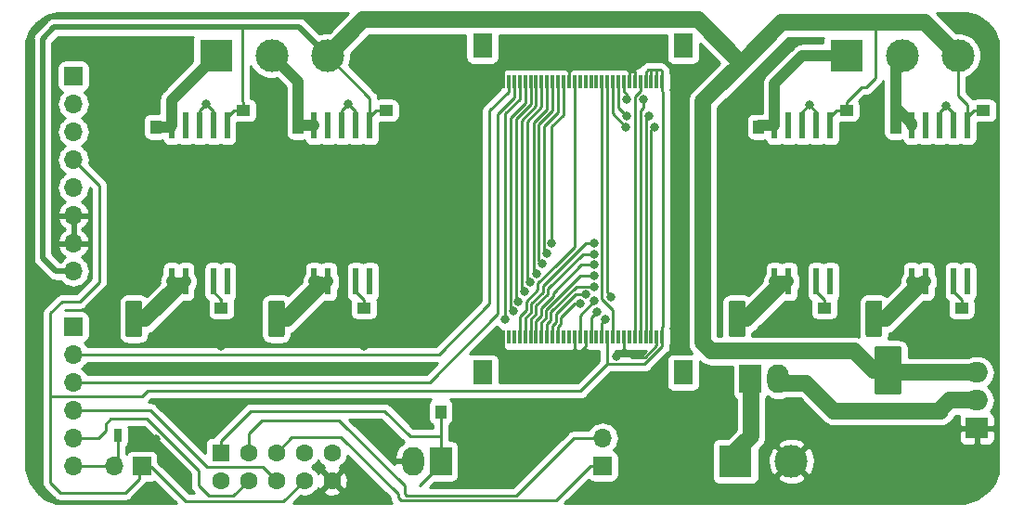
<source format=gtl>
G04 #@! TF.GenerationSoftware,KiCad,Pcbnew,5.1.4-e60b266~84~ubuntu18.04.1*
G04 #@! TF.CreationDate,2019-08-27T16:53:35+05:30*
G04 #@! TF.ProjectId,senseCam_Adapter_rev1,73656e73-6543-4616-9d5f-416461707465,rev?*
G04 #@! TF.SameCoordinates,Original*
G04 #@! TF.FileFunction,Copper,L1,Top*
G04 #@! TF.FilePolarity,Positive*
%FSLAX46Y46*%
G04 Gerber Fmt 4.6, Leading zero omitted, Abs format (unit mm)*
G04 Created by KiCad (PCBNEW 5.1.4-e60b266~84~ubuntu18.04.1) date 2019-08-27 16:53:35*
%MOMM*%
%LPD*%
G04 APERTURE LIST*
%ADD10C,0.750000*%
%ADD11R,10.000000X8.000000*%
%ADD12R,0.500000X2.450000*%
%ADD13O,2.000000X1.905000*%
%ADD14R,2.000000X1.905000*%
%ADD15C,3.000000*%
%ADD16R,3.000000X3.000000*%
%ADD17C,0.100000*%
%ADD18C,1.525000*%
%ADD19R,0.700000X1.300000*%
%ADD20R,1.700000X1.700000*%
%ADD21O,1.700000X1.700000*%
%ADD22R,1.250000X1.000000*%
%ADD23R,1.000000X1.250000*%
%ADD24C,2.500000*%
%ADD25R,1.800000X2.200000*%
%ADD26R,0.300000X1.300000*%
%ADD27R,1.600000X1.600000*%
%ADD28C,1.600000*%
%ADD29R,2.000000X2.600000*%
%ADD30O,2.000000X2.600000*%
%ADD31C,0.800000*%
%ADD32C,0.250000*%
%ADD33C,1.500000*%
%ADD34C,0.500000*%
%ADD35C,1.000000*%
%ADD36C,0.254000*%
G04 APERTURE END LIST*
D10*
X22500000Y-31000000D03*
X22500000Y-29000000D03*
X22500000Y-27000000D03*
X22500000Y-25000000D03*
X24500000Y-31000000D03*
X24500000Y-29000000D03*
X24500000Y-27000000D03*
X24500000Y-25000000D03*
X26500000Y-31000000D03*
X26500000Y-29000000D03*
X26500000Y-27000000D03*
X26500000Y-25000000D03*
X28500000Y-31000000D03*
X28500000Y-29000000D03*
X28500000Y-27000000D03*
X28500000Y-25000000D03*
X30500000Y-31000000D03*
X30500000Y-29000000D03*
X30500000Y-27000000D03*
X30500000Y-25000000D03*
D11*
X26500000Y-28000000D03*
D12*
X29040000Y-35100000D03*
X27770000Y-35100000D03*
X26500000Y-35100000D03*
X25230000Y-35100000D03*
X23960000Y-35100000D03*
X23960000Y-20900000D03*
X25230000Y-20900000D03*
X26500000Y-20900000D03*
X27770000Y-20900000D03*
X29040000Y-20900000D03*
D10*
X77500000Y-31000000D03*
X77500000Y-29000000D03*
X77500000Y-27000000D03*
X77500000Y-25000000D03*
X79500000Y-31000000D03*
X79500000Y-29000000D03*
X79500000Y-27000000D03*
X79500000Y-25000000D03*
X81500000Y-31000000D03*
X81500000Y-29000000D03*
X81500000Y-27000000D03*
X81500000Y-25000000D03*
X83500000Y-31000000D03*
X83500000Y-29000000D03*
X83500000Y-27000000D03*
X83500000Y-25000000D03*
X85500000Y-31000000D03*
X85500000Y-29000000D03*
X85500000Y-27000000D03*
X85500000Y-25000000D03*
D11*
X81500000Y-28000000D03*
D12*
X84040000Y-35100000D03*
X82770000Y-35100000D03*
X81500000Y-35100000D03*
X80230000Y-35100000D03*
X78960000Y-35100000D03*
X78960000Y-20900000D03*
X80230000Y-20900000D03*
X81500000Y-20900000D03*
X82770000Y-20900000D03*
X84040000Y-20900000D03*
D10*
X35500000Y-31000000D03*
X35500000Y-29000000D03*
X35500000Y-27000000D03*
X35500000Y-25000000D03*
X37500000Y-31000000D03*
X37500000Y-29000000D03*
X37500000Y-27000000D03*
X37500000Y-25000000D03*
X39500000Y-31000000D03*
X39500000Y-29000000D03*
X39500000Y-27000000D03*
X39500000Y-25000000D03*
X41500000Y-31000000D03*
X41500000Y-29000000D03*
X41500000Y-27000000D03*
X41500000Y-25000000D03*
X43500000Y-31000000D03*
X43500000Y-29000000D03*
X43500000Y-27000000D03*
X43500000Y-25000000D03*
D11*
X39500000Y-28000000D03*
D12*
X42040000Y-35100000D03*
X40770000Y-35100000D03*
X39500000Y-35100000D03*
X38230000Y-35100000D03*
X36960000Y-35100000D03*
X36960000Y-20900000D03*
X38230000Y-20900000D03*
X39500000Y-20900000D03*
X40770000Y-20900000D03*
X42040000Y-20900000D03*
D10*
X90000000Y-31000000D03*
X90000000Y-29000000D03*
X90000000Y-27000000D03*
X90000000Y-25000000D03*
X92000000Y-31000000D03*
X92000000Y-29000000D03*
X92000000Y-27000000D03*
X92000000Y-25000000D03*
X94000000Y-31000000D03*
X94000000Y-29000000D03*
X94000000Y-27000000D03*
X94000000Y-25000000D03*
X96000000Y-31000000D03*
X96000000Y-29000000D03*
X96000000Y-27000000D03*
X96000000Y-25000000D03*
X98000000Y-31000000D03*
X98000000Y-29000000D03*
X98000000Y-27000000D03*
X98000000Y-25000000D03*
D11*
X94000000Y-28000000D03*
D12*
X96540000Y-35100000D03*
X95270000Y-35100000D03*
X94000000Y-35100000D03*
X92730000Y-35100000D03*
X91460000Y-35100000D03*
X91460000Y-20900000D03*
X92730000Y-20900000D03*
X94000000Y-20900000D03*
X95270000Y-20900000D03*
X96540000Y-20900000D03*
D13*
X97400000Y-43420000D03*
X97400000Y-45960000D03*
D14*
X97400000Y-48500000D03*
D15*
X80480000Y-51500000D03*
D16*
X75400000Y-51500000D03*
D17*
G36*
X27024505Y-36826204D02*
G01*
X27048773Y-36829804D01*
X27072572Y-36835765D01*
X27095671Y-36844030D01*
X27117850Y-36854520D01*
X27138893Y-36867132D01*
X27158599Y-36881747D01*
X27176777Y-36898223D01*
X27193253Y-36916401D01*
X27207868Y-36936107D01*
X27220480Y-36957150D01*
X27230970Y-36979329D01*
X27239235Y-37002428D01*
X27245196Y-37026227D01*
X27248796Y-37050495D01*
X27250000Y-37074999D01*
X27250000Y-39925001D01*
X27248796Y-39949505D01*
X27245196Y-39973773D01*
X27239235Y-39997572D01*
X27230970Y-40020671D01*
X27220480Y-40042850D01*
X27207868Y-40063893D01*
X27193253Y-40083599D01*
X27176777Y-40101777D01*
X27158599Y-40118253D01*
X27138893Y-40132868D01*
X27117850Y-40145480D01*
X27095671Y-40155970D01*
X27072572Y-40164235D01*
X27048773Y-40170196D01*
X27024505Y-40173796D01*
X27000001Y-40175000D01*
X25974999Y-40175000D01*
X25950495Y-40173796D01*
X25926227Y-40170196D01*
X25902428Y-40164235D01*
X25879329Y-40155970D01*
X25857150Y-40145480D01*
X25836107Y-40132868D01*
X25816401Y-40118253D01*
X25798223Y-40101777D01*
X25781747Y-40083599D01*
X25767132Y-40063893D01*
X25754520Y-40042850D01*
X25744030Y-40020671D01*
X25735765Y-39997572D01*
X25729804Y-39973773D01*
X25726204Y-39949505D01*
X25725000Y-39925001D01*
X25725000Y-37074999D01*
X25726204Y-37050495D01*
X25729804Y-37026227D01*
X25735765Y-37002428D01*
X25744030Y-36979329D01*
X25754520Y-36957150D01*
X25767132Y-36936107D01*
X25781747Y-36916401D01*
X25798223Y-36898223D01*
X25816401Y-36881747D01*
X25836107Y-36867132D01*
X25857150Y-36854520D01*
X25879329Y-36844030D01*
X25902428Y-36835765D01*
X25926227Y-36829804D01*
X25950495Y-36826204D01*
X25974999Y-36825000D01*
X27000001Y-36825000D01*
X27024505Y-36826204D01*
X27024505Y-36826204D01*
G37*
D18*
X26487500Y-38500000D03*
D17*
G36*
X21049505Y-36826204D02*
G01*
X21073773Y-36829804D01*
X21097572Y-36835765D01*
X21120671Y-36844030D01*
X21142850Y-36854520D01*
X21163893Y-36867132D01*
X21183599Y-36881747D01*
X21201777Y-36898223D01*
X21218253Y-36916401D01*
X21232868Y-36936107D01*
X21245480Y-36957150D01*
X21255970Y-36979329D01*
X21264235Y-37002428D01*
X21270196Y-37026227D01*
X21273796Y-37050495D01*
X21275000Y-37074999D01*
X21275000Y-39925001D01*
X21273796Y-39949505D01*
X21270196Y-39973773D01*
X21264235Y-39997572D01*
X21255970Y-40020671D01*
X21245480Y-40042850D01*
X21232868Y-40063893D01*
X21218253Y-40083599D01*
X21201777Y-40101777D01*
X21183599Y-40118253D01*
X21163893Y-40132868D01*
X21142850Y-40145480D01*
X21120671Y-40155970D01*
X21097572Y-40164235D01*
X21073773Y-40170196D01*
X21049505Y-40173796D01*
X21025001Y-40175000D01*
X19999999Y-40175000D01*
X19975495Y-40173796D01*
X19951227Y-40170196D01*
X19927428Y-40164235D01*
X19904329Y-40155970D01*
X19882150Y-40145480D01*
X19861107Y-40132868D01*
X19841401Y-40118253D01*
X19823223Y-40101777D01*
X19806747Y-40083599D01*
X19792132Y-40063893D01*
X19779520Y-40042850D01*
X19769030Y-40020671D01*
X19760765Y-39997572D01*
X19754804Y-39973773D01*
X19751204Y-39949505D01*
X19750000Y-39925001D01*
X19750000Y-37074999D01*
X19751204Y-37050495D01*
X19754804Y-37026227D01*
X19760765Y-37002428D01*
X19769030Y-36979329D01*
X19779520Y-36957150D01*
X19792132Y-36936107D01*
X19806747Y-36916401D01*
X19823223Y-36898223D01*
X19841401Y-36881747D01*
X19861107Y-36867132D01*
X19882150Y-36854520D01*
X19904329Y-36844030D01*
X19927428Y-36835765D01*
X19951227Y-36829804D01*
X19975495Y-36826204D01*
X19999999Y-36825000D01*
X21025001Y-36825000D01*
X21049505Y-36826204D01*
X21049505Y-36826204D01*
G37*
D18*
X20512500Y-38500000D03*
D17*
G36*
X82024505Y-36826204D02*
G01*
X82048773Y-36829804D01*
X82072572Y-36835765D01*
X82095671Y-36844030D01*
X82117850Y-36854520D01*
X82138893Y-36867132D01*
X82158599Y-36881747D01*
X82176777Y-36898223D01*
X82193253Y-36916401D01*
X82207868Y-36936107D01*
X82220480Y-36957150D01*
X82230970Y-36979329D01*
X82239235Y-37002428D01*
X82245196Y-37026227D01*
X82248796Y-37050495D01*
X82250000Y-37074999D01*
X82250000Y-39925001D01*
X82248796Y-39949505D01*
X82245196Y-39973773D01*
X82239235Y-39997572D01*
X82230970Y-40020671D01*
X82220480Y-40042850D01*
X82207868Y-40063893D01*
X82193253Y-40083599D01*
X82176777Y-40101777D01*
X82158599Y-40118253D01*
X82138893Y-40132868D01*
X82117850Y-40145480D01*
X82095671Y-40155970D01*
X82072572Y-40164235D01*
X82048773Y-40170196D01*
X82024505Y-40173796D01*
X82000001Y-40175000D01*
X80974999Y-40175000D01*
X80950495Y-40173796D01*
X80926227Y-40170196D01*
X80902428Y-40164235D01*
X80879329Y-40155970D01*
X80857150Y-40145480D01*
X80836107Y-40132868D01*
X80816401Y-40118253D01*
X80798223Y-40101777D01*
X80781747Y-40083599D01*
X80767132Y-40063893D01*
X80754520Y-40042850D01*
X80744030Y-40020671D01*
X80735765Y-39997572D01*
X80729804Y-39973773D01*
X80726204Y-39949505D01*
X80725000Y-39925001D01*
X80725000Y-37074999D01*
X80726204Y-37050495D01*
X80729804Y-37026227D01*
X80735765Y-37002428D01*
X80744030Y-36979329D01*
X80754520Y-36957150D01*
X80767132Y-36936107D01*
X80781747Y-36916401D01*
X80798223Y-36898223D01*
X80816401Y-36881747D01*
X80836107Y-36867132D01*
X80857150Y-36854520D01*
X80879329Y-36844030D01*
X80902428Y-36835765D01*
X80926227Y-36829804D01*
X80950495Y-36826204D01*
X80974999Y-36825000D01*
X82000001Y-36825000D01*
X82024505Y-36826204D01*
X82024505Y-36826204D01*
G37*
D18*
X81487500Y-38500000D03*
D17*
G36*
X76049505Y-36826204D02*
G01*
X76073773Y-36829804D01*
X76097572Y-36835765D01*
X76120671Y-36844030D01*
X76142850Y-36854520D01*
X76163893Y-36867132D01*
X76183599Y-36881747D01*
X76201777Y-36898223D01*
X76218253Y-36916401D01*
X76232868Y-36936107D01*
X76245480Y-36957150D01*
X76255970Y-36979329D01*
X76264235Y-37002428D01*
X76270196Y-37026227D01*
X76273796Y-37050495D01*
X76275000Y-37074999D01*
X76275000Y-39925001D01*
X76273796Y-39949505D01*
X76270196Y-39973773D01*
X76264235Y-39997572D01*
X76255970Y-40020671D01*
X76245480Y-40042850D01*
X76232868Y-40063893D01*
X76218253Y-40083599D01*
X76201777Y-40101777D01*
X76183599Y-40118253D01*
X76163893Y-40132868D01*
X76142850Y-40145480D01*
X76120671Y-40155970D01*
X76097572Y-40164235D01*
X76073773Y-40170196D01*
X76049505Y-40173796D01*
X76025001Y-40175000D01*
X74999999Y-40175000D01*
X74975495Y-40173796D01*
X74951227Y-40170196D01*
X74927428Y-40164235D01*
X74904329Y-40155970D01*
X74882150Y-40145480D01*
X74861107Y-40132868D01*
X74841401Y-40118253D01*
X74823223Y-40101777D01*
X74806747Y-40083599D01*
X74792132Y-40063893D01*
X74779520Y-40042850D01*
X74769030Y-40020671D01*
X74760765Y-39997572D01*
X74754804Y-39973773D01*
X74751204Y-39949505D01*
X74750000Y-39925001D01*
X74750000Y-37074999D01*
X74751204Y-37050495D01*
X74754804Y-37026227D01*
X74760765Y-37002428D01*
X74769030Y-36979329D01*
X74779520Y-36957150D01*
X74792132Y-36936107D01*
X74806747Y-36916401D01*
X74823223Y-36898223D01*
X74841401Y-36881747D01*
X74861107Y-36867132D01*
X74882150Y-36854520D01*
X74904329Y-36844030D01*
X74927428Y-36835765D01*
X74951227Y-36829804D01*
X74975495Y-36826204D01*
X74999999Y-36825000D01*
X76025001Y-36825000D01*
X76049505Y-36826204D01*
X76049505Y-36826204D01*
G37*
D18*
X75512500Y-38500000D03*
D17*
G36*
X40024505Y-36826204D02*
G01*
X40048773Y-36829804D01*
X40072572Y-36835765D01*
X40095671Y-36844030D01*
X40117850Y-36854520D01*
X40138893Y-36867132D01*
X40158599Y-36881747D01*
X40176777Y-36898223D01*
X40193253Y-36916401D01*
X40207868Y-36936107D01*
X40220480Y-36957150D01*
X40230970Y-36979329D01*
X40239235Y-37002428D01*
X40245196Y-37026227D01*
X40248796Y-37050495D01*
X40250000Y-37074999D01*
X40250000Y-39925001D01*
X40248796Y-39949505D01*
X40245196Y-39973773D01*
X40239235Y-39997572D01*
X40230970Y-40020671D01*
X40220480Y-40042850D01*
X40207868Y-40063893D01*
X40193253Y-40083599D01*
X40176777Y-40101777D01*
X40158599Y-40118253D01*
X40138893Y-40132868D01*
X40117850Y-40145480D01*
X40095671Y-40155970D01*
X40072572Y-40164235D01*
X40048773Y-40170196D01*
X40024505Y-40173796D01*
X40000001Y-40175000D01*
X38974999Y-40175000D01*
X38950495Y-40173796D01*
X38926227Y-40170196D01*
X38902428Y-40164235D01*
X38879329Y-40155970D01*
X38857150Y-40145480D01*
X38836107Y-40132868D01*
X38816401Y-40118253D01*
X38798223Y-40101777D01*
X38781747Y-40083599D01*
X38767132Y-40063893D01*
X38754520Y-40042850D01*
X38744030Y-40020671D01*
X38735765Y-39997572D01*
X38729804Y-39973773D01*
X38726204Y-39949505D01*
X38725000Y-39925001D01*
X38725000Y-37074999D01*
X38726204Y-37050495D01*
X38729804Y-37026227D01*
X38735765Y-37002428D01*
X38744030Y-36979329D01*
X38754520Y-36957150D01*
X38767132Y-36936107D01*
X38781747Y-36916401D01*
X38798223Y-36898223D01*
X38816401Y-36881747D01*
X38836107Y-36867132D01*
X38857150Y-36854520D01*
X38879329Y-36844030D01*
X38902428Y-36835765D01*
X38926227Y-36829804D01*
X38950495Y-36826204D01*
X38974999Y-36825000D01*
X40000001Y-36825000D01*
X40024505Y-36826204D01*
X40024505Y-36826204D01*
G37*
D18*
X39487500Y-38500000D03*
D17*
G36*
X34049505Y-36826204D02*
G01*
X34073773Y-36829804D01*
X34097572Y-36835765D01*
X34120671Y-36844030D01*
X34142850Y-36854520D01*
X34163893Y-36867132D01*
X34183599Y-36881747D01*
X34201777Y-36898223D01*
X34218253Y-36916401D01*
X34232868Y-36936107D01*
X34245480Y-36957150D01*
X34255970Y-36979329D01*
X34264235Y-37002428D01*
X34270196Y-37026227D01*
X34273796Y-37050495D01*
X34275000Y-37074999D01*
X34275000Y-39925001D01*
X34273796Y-39949505D01*
X34270196Y-39973773D01*
X34264235Y-39997572D01*
X34255970Y-40020671D01*
X34245480Y-40042850D01*
X34232868Y-40063893D01*
X34218253Y-40083599D01*
X34201777Y-40101777D01*
X34183599Y-40118253D01*
X34163893Y-40132868D01*
X34142850Y-40145480D01*
X34120671Y-40155970D01*
X34097572Y-40164235D01*
X34073773Y-40170196D01*
X34049505Y-40173796D01*
X34025001Y-40175000D01*
X32999999Y-40175000D01*
X32975495Y-40173796D01*
X32951227Y-40170196D01*
X32927428Y-40164235D01*
X32904329Y-40155970D01*
X32882150Y-40145480D01*
X32861107Y-40132868D01*
X32841401Y-40118253D01*
X32823223Y-40101777D01*
X32806747Y-40083599D01*
X32792132Y-40063893D01*
X32779520Y-40042850D01*
X32769030Y-40020671D01*
X32760765Y-39997572D01*
X32754804Y-39973773D01*
X32751204Y-39949505D01*
X32750000Y-39925001D01*
X32750000Y-37074999D01*
X32751204Y-37050495D01*
X32754804Y-37026227D01*
X32760765Y-37002428D01*
X32769030Y-36979329D01*
X32779520Y-36957150D01*
X32792132Y-36936107D01*
X32806747Y-36916401D01*
X32823223Y-36898223D01*
X32841401Y-36881747D01*
X32861107Y-36867132D01*
X32882150Y-36854520D01*
X32904329Y-36844030D01*
X32927428Y-36835765D01*
X32951227Y-36829804D01*
X32975495Y-36826204D01*
X32999999Y-36825000D01*
X34025001Y-36825000D01*
X34049505Y-36826204D01*
X34049505Y-36826204D01*
G37*
D18*
X33512500Y-38500000D03*
D17*
G36*
X94524505Y-36826204D02*
G01*
X94548773Y-36829804D01*
X94572572Y-36835765D01*
X94595671Y-36844030D01*
X94617850Y-36854520D01*
X94638893Y-36867132D01*
X94658599Y-36881747D01*
X94676777Y-36898223D01*
X94693253Y-36916401D01*
X94707868Y-36936107D01*
X94720480Y-36957150D01*
X94730970Y-36979329D01*
X94739235Y-37002428D01*
X94745196Y-37026227D01*
X94748796Y-37050495D01*
X94750000Y-37074999D01*
X94750000Y-39925001D01*
X94748796Y-39949505D01*
X94745196Y-39973773D01*
X94739235Y-39997572D01*
X94730970Y-40020671D01*
X94720480Y-40042850D01*
X94707868Y-40063893D01*
X94693253Y-40083599D01*
X94676777Y-40101777D01*
X94658599Y-40118253D01*
X94638893Y-40132868D01*
X94617850Y-40145480D01*
X94595671Y-40155970D01*
X94572572Y-40164235D01*
X94548773Y-40170196D01*
X94524505Y-40173796D01*
X94500001Y-40175000D01*
X93474999Y-40175000D01*
X93450495Y-40173796D01*
X93426227Y-40170196D01*
X93402428Y-40164235D01*
X93379329Y-40155970D01*
X93357150Y-40145480D01*
X93336107Y-40132868D01*
X93316401Y-40118253D01*
X93298223Y-40101777D01*
X93281747Y-40083599D01*
X93267132Y-40063893D01*
X93254520Y-40042850D01*
X93244030Y-40020671D01*
X93235765Y-39997572D01*
X93229804Y-39973773D01*
X93226204Y-39949505D01*
X93225000Y-39925001D01*
X93225000Y-37074999D01*
X93226204Y-37050495D01*
X93229804Y-37026227D01*
X93235765Y-37002428D01*
X93244030Y-36979329D01*
X93254520Y-36957150D01*
X93267132Y-36936107D01*
X93281747Y-36916401D01*
X93298223Y-36898223D01*
X93316401Y-36881747D01*
X93336107Y-36867132D01*
X93357150Y-36854520D01*
X93379329Y-36844030D01*
X93402428Y-36835765D01*
X93426227Y-36829804D01*
X93450495Y-36826204D01*
X93474999Y-36825000D01*
X94500001Y-36825000D01*
X94524505Y-36826204D01*
X94524505Y-36826204D01*
G37*
D18*
X93987500Y-38500000D03*
D17*
G36*
X88549505Y-36826204D02*
G01*
X88573773Y-36829804D01*
X88597572Y-36835765D01*
X88620671Y-36844030D01*
X88642850Y-36854520D01*
X88663893Y-36867132D01*
X88683599Y-36881747D01*
X88701777Y-36898223D01*
X88718253Y-36916401D01*
X88732868Y-36936107D01*
X88745480Y-36957150D01*
X88755970Y-36979329D01*
X88764235Y-37002428D01*
X88770196Y-37026227D01*
X88773796Y-37050495D01*
X88775000Y-37074999D01*
X88775000Y-39925001D01*
X88773796Y-39949505D01*
X88770196Y-39973773D01*
X88764235Y-39997572D01*
X88755970Y-40020671D01*
X88745480Y-40042850D01*
X88732868Y-40063893D01*
X88718253Y-40083599D01*
X88701777Y-40101777D01*
X88683599Y-40118253D01*
X88663893Y-40132868D01*
X88642850Y-40145480D01*
X88620671Y-40155970D01*
X88597572Y-40164235D01*
X88573773Y-40170196D01*
X88549505Y-40173796D01*
X88525001Y-40175000D01*
X87499999Y-40175000D01*
X87475495Y-40173796D01*
X87451227Y-40170196D01*
X87427428Y-40164235D01*
X87404329Y-40155970D01*
X87382150Y-40145480D01*
X87361107Y-40132868D01*
X87341401Y-40118253D01*
X87323223Y-40101777D01*
X87306747Y-40083599D01*
X87292132Y-40063893D01*
X87279520Y-40042850D01*
X87269030Y-40020671D01*
X87260765Y-39997572D01*
X87254804Y-39973773D01*
X87251204Y-39949505D01*
X87250000Y-39925001D01*
X87250000Y-37074999D01*
X87251204Y-37050495D01*
X87254804Y-37026227D01*
X87260765Y-37002428D01*
X87269030Y-36979329D01*
X87279520Y-36957150D01*
X87292132Y-36936107D01*
X87306747Y-36916401D01*
X87323223Y-36898223D01*
X87341401Y-36881747D01*
X87361107Y-36867132D01*
X87382150Y-36854520D01*
X87404329Y-36844030D01*
X87427428Y-36835765D01*
X87451227Y-36829804D01*
X87475495Y-36826204D01*
X87499999Y-36825000D01*
X88525001Y-36825000D01*
X88549505Y-36826204D01*
X88549505Y-36826204D01*
G37*
D18*
X88012500Y-38500000D03*
D19*
X20950000Y-49100000D03*
X19050000Y-49100000D03*
D15*
X38160000Y-14500000D03*
X33080000Y-14500000D03*
D16*
X28000000Y-14500000D03*
D15*
X95660000Y-14500000D03*
X90580000Y-14500000D03*
D16*
X85500000Y-14500000D03*
D20*
X21250000Y-51950000D03*
D21*
X18710000Y-51950000D03*
D22*
X85500000Y-21500000D03*
X85500000Y-19500000D03*
X30500000Y-21500000D03*
X30500000Y-19500000D03*
X43500000Y-21500000D03*
X43500000Y-19500000D03*
X98000000Y-21500000D03*
X98000000Y-19500000D03*
X28500000Y-37500000D03*
X28500000Y-39500000D03*
X83500000Y-37500000D03*
X83500000Y-39500000D03*
D23*
X22500000Y-21000000D03*
X20500000Y-21000000D03*
X75500000Y-21000000D03*
X77500000Y-21000000D03*
D22*
X41500000Y-37500000D03*
X41500000Y-39500000D03*
X96000000Y-37500000D03*
X96000000Y-39500000D03*
D23*
X35500000Y-21000000D03*
X33500000Y-21000000D03*
X90000000Y-21000000D03*
X88000000Y-21000000D03*
X46500000Y-47000000D03*
X48500000Y-47000000D03*
D17*
G36*
X90324504Y-48401204D02*
G01*
X90348773Y-48404804D01*
X90372571Y-48410765D01*
X90395671Y-48419030D01*
X90417849Y-48429520D01*
X90438893Y-48442133D01*
X90458598Y-48456747D01*
X90476777Y-48473223D01*
X90493253Y-48491402D01*
X90507867Y-48511107D01*
X90520480Y-48532151D01*
X90530970Y-48554329D01*
X90539235Y-48577429D01*
X90545196Y-48601227D01*
X90548796Y-48625496D01*
X90550000Y-48650000D01*
X90550000Y-52550000D01*
X90548796Y-52574504D01*
X90545196Y-52598773D01*
X90539235Y-52622571D01*
X90530970Y-52645671D01*
X90520480Y-52667849D01*
X90507867Y-52688893D01*
X90493253Y-52708598D01*
X90476777Y-52726777D01*
X90458598Y-52743253D01*
X90438893Y-52757867D01*
X90417849Y-52770480D01*
X90395671Y-52780970D01*
X90372571Y-52789235D01*
X90348773Y-52795196D01*
X90324504Y-52798796D01*
X90300000Y-52800000D01*
X88300000Y-52800000D01*
X88275496Y-52798796D01*
X88251227Y-52795196D01*
X88227429Y-52789235D01*
X88204329Y-52780970D01*
X88182151Y-52770480D01*
X88161107Y-52757867D01*
X88141402Y-52743253D01*
X88123223Y-52726777D01*
X88106747Y-52708598D01*
X88092133Y-52688893D01*
X88079520Y-52667849D01*
X88069030Y-52645671D01*
X88060765Y-52622571D01*
X88054804Y-52598773D01*
X88051204Y-52574504D01*
X88050000Y-52550000D01*
X88050000Y-48650000D01*
X88051204Y-48625496D01*
X88054804Y-48601227D01*
X88060765Y-48577429D01*
X88069030Y-48554329D01*
X88079520Y-48532151D01*
X88092133Y-48511107D01*
X88106747Y-48491402D01*
X88123223Y-48473223D01*
X88141402Y-48456747D01*
X88161107Y-48442133D01*
X88182151Y-48429520D01*
X88204329Y-48419030D01*
X88227429Y-48410765D01*
X88251227Y-48404804D01*
X88275496Y-48401204D01*
X88300000Y-48400000D01*
X90300000Y-48400000D01*
X90324504Y-48401204D01*
X90324504Y-48401204D01*
G37*
D24*
X89300000Y-50600000D03*
D17*
G36*
X90324504Y-41001204D02*
G01*
X90348773Y-41004804D01*
X90372571Y-41010765D01*
X90395671Y-41019030D01*
X90417849Y-41029520D01*
X90438893Y-41042133D01*
X90458598Y-41056747D01*
X90476777Y-41073223D01*
X90493253Y-41091402D01*
X90507867Y-41111107D01*
X90520480Y-41132151D01*
X90530970Y-41154329D01*
X90539235Y-41177429D01*
X90545196Y-41201227D01*
X90548796Y-41225496D01*
X90550000Y-41250000D01*
X90550000Y-45150000D01*
X90548796Y-45174504D01*
X90545196Y-45198773D01*
X90539235Y-45222571D01*
X90530970Y-45245671D01*
X90520480Y-45267849D01*
X90507867Y-45288893D01*
X90493253Y-45308598D01*
X90476777Y-45326777D01*
X90458598Y-45343253D01*
X90438893Y-45357867D01*
X90417849Y-45370480D01*
X90395671Y-45380970D01*
X90372571Y-45389235D01*
X90348773Y-45395196D01*
X90324504Y-45398796D01*
X90300000Y-45400000D01*
X88300000Y-45400000D01*
X88275496Y-45398796D01*
X88251227Y-45395196D01*
X88227429Y-45389235D01*
X88204329Y-45380970D01*
X88182151Y-45370480D01*
X88161107Y-45357867D01*
X88141402Y-45343253D01*
X88123223Y-45326777D01*
X88106747Y-45308598D01*
X88092133Y-45288893D01*
X88079520Y-45267849D01*
X88069030Y-45245671D01*
X88060765Y-45222571D01*
X88054804Y-45198773D01*
X88051204Y-45174504D01*
X88050000Y-45150000D01*
X88050000Y-41250000D01*
X88051204Y-41225496D01*
X88054804Y-41201227D01*
X88060765Y-41177429D01*
X88069030Y-41154329D01*
X88079520Y-41132151D01*
X88092133Y-41111107D01*
X88106747Y-41091402D01*
X88123223Y-41073223D01*
X88141402Y-41056747D01*
X88161107Y-41042133D01*
X88182151Y-41029520D01*
X88204329Y-41019030D01*
X88227429Y-41010765D01*
X88251227Y-41004804D01*
X88275496Y-41001204D01*
X88300000Y-41000000D01*
X90300000Y-41000000D01*
X90324504Y-41001204D01*
X90324504Y-41001204D01*
G37*
D24*
X89300000Y-43200000D03*
D25*
X52300000Y-13600000D03*
X70600000Y-13600000D03*
D26*
X68700000Y-16850000D03*
X68200000Y-16850000D03*
X67700000Y-16850000D03*
X67200000Y-16850000D03*
X66700000Y-16850000D03*
X66200000Y-16850000D03*
X65700000Y-16850000D03*
X65200000Y-16850000D03*
X64700000Y-16850000D03*
X64200000Y-16850000D03*
X63700000Y-16850000D03*
X63200000Y-16850000D03*
X62700000Y-16850000D03*
X62200000Y-16850000D03*
X61700000Y-16850000D03*
X61200000Y-16850000D03*
X60700000Y-16850000D03*
X60200000Y-16850000D03*
X59700000Y-16850000D03*
X59200000Y-16850000D03*
X58700000Y-16850000D03*
X58200000Y-16850000D03*
X57700000Y-16850000D03*
X57200000Y-16850000D03*
X56700000Y-16850000D03*
X56200000Y-16850000D03*
X55700000Y-16850000D03*
X55200000Y-16850000D03*
X54700000Y-16850000D03*
X54200000Y-16850000D03*
D27*
X28420000Y-50730000D03*
D28*
X28420000Y-53270000D03*
X30960000Y-50730000D03*
X30960000Y-53270000D03*
X33500000Y-50730000D03*
X33500000Y-53270000D03*
X36040000Y-50730000D03*
X36040000Y-53270000D03*
X38580000Y-50730000D03*
X38580000Y-53270000D03*
D29*
X76750000Y-44000000D03*
D30*
X79290000Y-44000000D03*
X45960000Y-51500000D03*
D29*
X48500000Y-51500000D03*
D25*
X70600000Y-43400000D03*
X52300000Y-43400000D03*
D26*
X54200000Y-40150000D03*
X54700000Y-40150000D03*
X55200000Y-40150000D03*
X55700000Y-40150000D03*
X56200000Y-40150000D03*
X56700000Y-40150000D03*
X57200000Y-40150000D03*
X57700000Y-40150000D03*
X58200000Y-40150000D03*
X58700000Y-40150000D03*
X59200000Y-40150000D03*
X59700000Y-40150000D03*
X60200000Y-40150000D03*
X60700000Y-40150000D03*
X61200000Y-40150000D03*
X61700000Y-40150000D03*
X62200000Y-40150000D03*
X62700000Y-40150000D03*
X63200000Y-40150000D03*
X63700000Y-40150000D03*
X64200000Y-40150000D03*
X64700000Y-40150000D03*
X65200000Y-40150000D03*
X65700000Y-40150000D03*
X66200000Y-40150000D03*
X66700000Y-40150000D03*
X67200000Y-40150000D03*
X67700000Y-40150000D03*
X68200000Y-40150000D03*
X68700000Y-40150000D03*
D20*
X15000000Y-16380000D03*
D21*
X15000000Y-18920000D03*
X15000000Y-21460000D03*
X15000000Y-24000000D03*
X15000000Y-26540000D03*
X15000000Y-29080000D03*
X15000000Y-31620000D03*
X15000000Y-34160000D03*
D20*
X15000000Y-39230000D03*
D21*
X15000000Y-41770000D03*
X15000000Y-44310000D03*
X15000000Y-46850000D03*
X15000000Y-49390000D03*
X15000000Y-51930000D03*
D20*
X63260000Y-51930000D03*
D21*
X63260000Y-49390000D03*
D31*
X64500000Y-41925000D03*
X62000000Y-42000000D03*
X22500000Y-49500000D03*
X28500000Y-41000000D03*
X41500000Y-41000000D03*
X29518630Y-43018630D03*
X27100000Y-48500000D03*
X65475000Y-18500000D03*
X67000000Y-18500000D03*
X65475000Y-20000000D03*
X67500000Y-20000000D03*
X65401998Y-21000000D03*
X68000000Y-21000000D03*
X62502232Y-36896839D03*
X64025153Y-36499847D03*
X62475000Y-31599988D03*
X58625020Y-31650641D03*
X62475000Y-32599991D03*
X58175010Y-32559890D03*
X62475000Y-33599994D03*
X57725000Y-33479816D03*
X62475000Y-34599997D03*
X57215990Y-34377029D03*
X62475000Y-35600000D03*
X56644661Y-35197752D03*
X61701810Y-36292764D03*
X56125000Y-36052127D03*
X61186883Y-37150000D03*
X55575010Y-36910234D03*
X62710088Y-37875000D03*
X55125000Y-37803259D03*
X63475000Y-38600000D03*
X54400000Y-38600000D03*
X27100000Y-18900000D03*
X40100000Y-18900000D03*
X82100000Y-19000000D03*
X94600000Y-19100000D03*
D32*
X66200000Y-16850000D02*
X66200000Y-16300000D01*
X54200000Y-40150000D02*
X54200000Y-41200000D01*
X54200000Y-41200000D02*
X54500000Y-41500000D01*
X60700000Y-41050000D02*
X60700000Y-40150000D01*
X60700000Y-41300000D02*
X60700000Y-41050000D01*
X60500000Y-41500000D02*
X60700000Y-41300000D01*
X54500000Y-41500000D02*
X60500000Y-41500000D01*
X60700000Y-40150000D02*
X60700000Y-41200000D01*
X60700000Y-41200000D02*
X61000000Y-41500000D01*
X61700000Y-41050000D02*
X61700000Y-40150000D01*
X61000000Y-41500000D02*
X61250000Y-41500000D01*
X65200000Y-40150000D02*
X65200000Y-41225000D01*
X65200000Y-41225000D02*
X64500000Y-41925000D01*
X62000000Y-42000000D02*
X61375000Y-41375000D01*
X61250000Y-41500000D02*
X61375000Y-41375000D01*
X61375000Y-41375000D02*
X61700000Y-41050000D01*
X68200000Y-40913590D02*
X67113590Y-42000000D01*
X68200000Y-40150000D02*
X68200000Y-40913590D01*
X65975000Y-42000000D02*
X65200000Y-41225000D01*
X67113590Y-42000000D02*
X65975000Y-42000000D01*
X22500000Y-49500000D02*
X20950000Y-49500000D01*
X28500000Y-41000000D02*
X28500000Y-39500000D01*
X27487500Y-39500000D02*
X26487500Y-38500000D01*
X28500000Y-39500000D02*
X27487500Y-39500000D01*
X41500000Y-41000000D02*
X41500000Y-39500000D01*
X40487500Y-39500000D02*
X39487500Y-38500000D01*
X41500000Y-39500000D02*
X40487500Y-39500000D01*
X15000000Y-29080000D02*
X15000000Y-31620000D01*
X26500000Y-35100000D02*
X26500000Y-28000000D01*
X39500000Y-35100000D02*
X39500000Y-28000000D01*
X54200000Y-16850000D02*
X54200000Y-15900000D01*
X54200000Y-15900000D02*
X54400000Y-15700000D01*
X59950000Y-15700000D02*
X60200000Y-15950000D01*
X54400000Y-15700000D02*
X59950000Y-15700000D01*
X66200000Y-15950000D02*
X66100000Y-15850000D01*
X66200000Y-16850000D02*
X66200000Y-15950000D01*
X66100000Y-15850000D02*
X65750000Y-15850000D01*
X65750000Y-15850000D02*
X65700000Y-15900000D01*
X65700000Y-15964998D02*
X65435002Y-15700000D01*
X65700000Y-16100000D02*
X65700000Y-15964998D01*
X65700000Y-16100000D02*
X65700000Y-16850000D01*
X65700000Y-15900000D02*
X65700000Y-16100000D01*
X60200000Y-15964998D02*
X60200000Y-16100000D01*
X60464998Y-15700000D02*
X60200000Y-15964998D01*
X65435002Y-15700000D02*
X60464998Y-15700000D01*
X60200000Y-15950000D02*
X60200000Y-16100000D01*
X60200000Y-16100000D02*
X60200000Y-16850000D01*
X39010000Y-53700000D02*
X38580000Y-53270000D01*
D33*
X76800000Y-44400000D02*
X76800000Y-47900000D01*
X75400000Y-51500000D02*
X75400000Y-50600000D01*
X76800000Y-49200000D02*
X76800000Y-47900000D01*
X75400000Y-50600000D02*
X76800000Y-49200000D01*
D32*
X48500000Y-51500000D02*
X48500000Y-51800000D01*
X48500000Y-51800000D02*
X46600000Y-53700000D01*
X28420000Y-49680000D02*
X31200000Y-46900000D01*
X28420000Y-50730000D02*
X28420000Y-49680000D01*
X31200000Y-46900000D02*
X43350000Y-46900000D01*
X43350000Y-46900000D02*
X45700000Y-49250000D01*
X45700000Y-49250000D02*
X46550000Y-49250000D01*
X48500000Y-51500000D02*
X48500000Y-49250000D01*
X46550000Y-49250000D02*
X48500000Y-49250000D01*
X48500000Y-49250000D02*
X48500000Y-47000000D01*
X68700000Y-17350000D02*
X68700000Y-16850000D01*
X68700000Y-40150000D02*
X68700000Y-39650000D01*
X68700000Y-15950000D02*
X68700000Y-16850000D01*
X68550000Y-15800000D02*
X68700000Y-15950000D01*
X67200000Y-16000000D02*
X67400000Y-15800000D01*
X67200000Y-16850000D02*
X67200000Y-16000000D01*
X67700000Y-16850000D02*
X67700000Y-15850000D01*
X67700000Y-15850000D02*
X67750000Y-15800000D01*
X67400000Y-15800000D02*
X67750000Y-15800000D01*
X68200000Y-15900000D02*
X68100000Y-15800000D01*
X68200000Y-16850000D02*
X68200000Y-15900000D01*
X67750000Y-15800000D02*
X68100000Y-15800000D01*
X68100000Y-15800000D02*
X68550000Y-15800000D01*
X21000000Y-53100000D02*
X21000000Y-52000000D01*
X19700000Y-54400000D02*
X21000000Y-53100000D01*
X15000000Y-24000000D02*
X17350000Y-26350000D01*
X13850000Y-54400000D02*
X19700000Y-54400000D01*
X12900000Y-53450000D02*
X13850000Y-54400000D01*
X17350000Y-35150000D02*
X15550000Y-36950000D01*
X15550000Y-36950000D02*
X13950000Y-36950000D01*
X17350000Y-26350000D02*
X17350000Y-35150000D01*
X13950000Y-36950000D02*
X12900000Y-38000000D01*
X63700000Y-42650000D02*
X63700000Y-40150000D01*
X67100000Y-42650000D02*
X63700000Y-42650000D01*
X68700000Y-41050000D02*
X67100000Y-42650000D01*
X68700000Y-40150000D02*
X68700000Y-41050000D01*
X68700000Y-40150000D02*
X68700000Y-39250000D01*
X68700000Y-17750000D02*
X68700000Y-16850000D01*
X68725001Y-17775001D02*
X68700000Y-17750000D01*
X68725001Y-39224999D02*
X68725001Y-17775001D01*
X68700000Y-39250000D02*
X68725001Y-39224999D01*
X36040000Y-53270000D02*
X34160000Y-55150000D01*
X22100000Y-52000000D02*
X21000000Y-52000000D01*
X25250000Y-55150000D02*
X22100000Y-52000000D01*
X34160000Y-55150000D02*
X25250000Y-55150000D01*
X21800000Y-45100000D02*
X21300000Y-45600000D01*
X63700000Y-42650000D02*
X61250000Y-45100000D01*
X61250000Y-45100000D02*
X21800000Y-45100000D01*
X12900000Y-38000000D02*
X12900000Y-45600000D01*
X21300000Y-45600000D02*
X12900000Y-45600000D01*
X12900000Y-45600000D02*
X12900000Y-53450000D01*
X66200000Y-18250000D02*
X66200000Y-39250000D01*
X66200000Y-39250000D02*
X66200000Y-40150000D01*
X66700000Y-17750000D02*
X66200000Y-18250000D01*
X66700000Y-16850000D02*
X66700000Y-17750000D01*
X65200000Y-17750000D02*
X65500000Y-18050000D01*
X65200000Y-16850000D02*
X65200000Y-17750000D01*
X65500000Y-18050000D02*
X65500000Y-18475000D01*
X65500000Y-18475000D02*
X65475000Y-18500000D01*
X67000000Y-19228338D02*
X67000000Y-18500000D01*
X66700000Y-40150000D02*
X66700000Y-19528338D01*
X66700000Y-19528338D02*
X67000000Y-19228338D01*
X64700000Y-16850000D02*
X64700000Y-19225000D01*
X64700000Y-19225000D02*
X65475000Y-20000000D01*
X67200000Y-20300000D02*
X67500000Y-20000000D01*
X67200000Y-40150000D02*
X67200000Y-20300000D01*
X64200000Y-19798002D02*
X65401998Y-21000000D01*
X64200000Y-16850000D02*
X64200000Y-19798002D01*
X67700000Y-40150000D02*
X67700000Y-21300000D01*
X67700000Y-21300000D02*
X68000000Y-21000000D01*
X61200000Y-40150000D02*
X61200000Y-38199071D01*
X61200000Y-38199071D02*
X62502232Y-36896839D01*
X63700000Y-16850000D02*
X63700000Y-35750010D01*
X64025153Y-36425153D02*
X63700000Y-36100000D01*
X63700000Y-36100000D02*
X63700000Y-35750010D01*
X64025153Y-36499847D02*
X64025153Y-36425153D01*
X63200000Y-16850000D02*
X63200000Y-36700000D01*
X64200000Y-37700000D02*
X64200000Y-40150000D01*
X63200000Y-36700000D02*
X64200000Y-37700000D01*
X55700000Y-38301261D02*
X56300011Y-37701250D01*
X55700000Y-40150000D02*
X55700000Y-38301261D01*
X57369662Y-35880467D02*
X57369662Y-35545753D01*
X56300011Y-37701250D02*
X56300011Y-36950118D01*
X56300011Y-36950118D02*
X57369662Y-35880467D01*
X57369662Y-35545753D02*
X57369662Y-35280338D01*
X60700000Y-31950000D02*
X59075000Y-33575000D01*
X60700000Y-16850000D02*
X60700000Y-31950000D01*
X57369662Y-35280338D02*
X59075000Y-33575000D01*
X59075000Y-33575000D02*
X59250000Y-33400000D01*
X62402001Y-31599988D02*
X62475000Y-31599988D01*
X61700012Y-31599988D02*
X57819672Y-35480328D01*
X62475000Y-31599988D02*
X61700012Y-31599988D01*
X57819672Y-35480328D02*
X57819671Y-36066868D01*
X57819671Y-36066868D02*
X56750021Y-37136518D01*
X56750021Y-37136518D02*
X56750020Y-37887651D01*
X56200000Y-38437671D02*
X56200000Y-40150000D01*
X56750020Y-37887651D02*
X56200000Y-38437671D01*
X59700000Y-16850000D02*
X59700000Y-19900000D01*
X58625020Y-20974980D02*
X58625020Y-31650641D01*
X59700000Y-19900000D02*
X58625020Y-20974980D01*
X56700000Y-38574081D02*
X57200029Y-38074052D01*
X56700000Y-40150000D02*
X56700000Y-38574081D01*
X57200029Y-37322920D02*
X58269680Y-36253267D01*
X57200029Y-38074052D02*
X57200029Y-37322920D01*
X58269680Y-36253267D02*
X58269680Y-35780320D01*
X61450009Y-32599991D02*
X62475000Y-32599991D01*
X58269680Y-35780320D02*
X61450009Y-32599991D01*
X57900020Y-20972800D02*
X57900020Y-32284900D01*
X59200000Y-16850000D02*
X59200000Y-19672820D01*
X57900020Y-32284900D02*
X58175010Y-32559890D01*
X59200000Y-19672820D02*
X57900020Y-20972800D01*
X57200000Y-38710491D02*
X57650039Y-38260452D01*
X57200000Y-40150000D02*
X57200000Y-38710491D01*
X57650039Y-37509318D02*
X58750000Y-36409357D01*
X57650039Y-38260452D02*
X57650039Y-37509318D01*
X58750000Y-36409357D02*
X58750000Y-36150000D01*
X61300006Y-33599994D02*
X62475000Y-33599994D01*
X58750000Y-36150000D02*
X61300006Y-33599994D01*
X57450010Y-33204826D02*
X57725000Y-33479816D01*
X57450010Y-20786400D02*
X57450010Y-33204826D01*
X58700000Y-16850000D02*
X58700000Y-19536410D01*
X58700000Y-19536410D02*
X57450010Y-20786400D01*
X57000000Y-34161039D02*
X57215990Y-34377029D01*
X57000000Y-20600000D02*
X57000000Y-34161039D01*
X58200000Y-16850000D02*
X58200000Y-19400000D01*
X58200000Y-19400000D02*
X57000000Y-20600000D01*
X58100049Y-38446852D02*
X58100049Y-37695718D01*
X57700000Y-40150000D02*
X57700000Y-38846901D01*
X57700000Y-38846901D02*
X58100049Y-38446852D01*
X59200000Y-36595767D02*
X59204233Y-36595767D01*
X58100049Y-37695718D02*
X59200000Y-36595767D01*
X61200003Y-34599997D02*
X62475000Y-34599997D01*
X59204233Y-36595767D02*
X61200003Y-34599997D01*
X56400000Y-20509230D02*
X56400000Y-34953091D01*
X56400000Y-34953091D02*
X56644661Y-35197752D01*
X57700000Y-16850000D02*
X57700000Y-19209230D01*
X57700000Y-19209230D02*
X56400000Y-20509230D01*
X62475000Y-35600000D02*
X62442763Y-35567763D01*
X62442763Y-35567763D02*
X60868647Y-35567763D01*
X60868647Y-35567763D02*
X58550059Y-37886351D01*
X58550058Y-38633253D02*
X58200000Y-38983311D01*
X58200000Y-39250000D02*
X58200000Y-40150000D01*
X58550059Y-37886351D02*
X58550058Y-38633253D01*
X58200000Y-38983311D02*
X58200000Y-39250000D01*
X55850010Y-35777137D02*
X56125000Y-36052127D01*
X55850010Y-20422810D02*
X55850010Y-35777137D01*
X57200000Y-16850000D02*
X57200000Y-19072820D01*
X57200000Y-19072820D02*
X55850010Y-20422810D01*
X61136125Y-36292764D02*
X61701810Y-36292764D01*
X60780056Y-36292764D02*
X61136125Y-36292764D01*
X59036444Y-38036376D02*
X60780056Y-36292764D01*
X58700000Y-40150000D02*
X58700000Y-39119719D01*
X59036444Y-38783275D02*
X59036444Y-38036376D01*
X58700000Y-39119719D02*
X59036444Y-38783275D01*
X55400000Y-20236410D02*
X55400000Y-36735224D01*
X56700000Y-16850000D02*
X56700000Y-18936410D01*
X55400000Y-36735224D02*
X55575010Y-36910234D01*
X56700000Y-18936410D02*
X55400000Y-20236410D01*
X60700000Y-37150000D02*
X61186883Y-37150000D01*
X59486454Y-38363546D02*
X60700000Y-37150000D01*
X59486454Y-38969675D02*
X59486454Y-38363546D01*
X59200000Y-40150000D02*
X59200000Y-39256129D01*
X59200000Y-39256129D02*
X59486454Y-38969675D01*
X62200000Y-40150000D02*
X62200000Y-38385088D01*
X62200000Y-38385088D02*
X62710088Y-37875000D01*
X56200000Y-18800000D02*
X56200000Y-16850000D01*
X54850010Y-20149990D02*
X56200000Y-18800000D01*
X54850009Y-37528268D02*
X54850010Y-20149990D01*
X55125000Y-37803259D02*
X54850009Y-37528268D01*
X63200000Y-40150000D02*
X63200000Y-38875000D01*
X63200000Y-38875000D02*
X63475000Y-38600000D01*
X54400000Y-38600000D02*
X54400000Y-19800000D01*
X55700000Y-18500000D02*
X55700000Y-16850000D01*
X54400000Y-19800000D02*
X55700000Y-18500000D01*
D34*
X15000000Y-34160000D02*
X13410000Y-34160000D01*
X13410000Y-34160000D02*
X12200000Y-32950000D01*
X12200000Y-32950000D02*
X12200000Y-12950000D01*
X12200000Y-12950000D02*
X13250000Y-11900000D01*
X35560000Y-11900000D02*
X38160000Y-14500000D01*
D32*
X96540000Y-20085000D02*
X96540000Y-20900000D01*
X97125000Y-19500000D02*
X96540000Y-20085000D01*
X98000000Y-19500000D02*
X97125000Y-19500000D01*
X84040000Y-20085000D02*
X84040000Y-20900000D01*
X84625000Y-19500000D02*
X84040000Y-20085000D01*
X85500000Y-19500000D02*
X84625000Y-19500000D01*
X42625000Y-19500000D02*
X42040000Y-20085000D01*
X42040000Y-20085000D02*
X42040000Y-20900000D01*
X43500000Y-19500000D02*
X42625000Y-19500000D01*
X29625000Y-19500000D02*
X29040000Y-20085000D01*
X29040000Y-20085000D02*
X29040000Y-20900000D01*
X30500000Y-19500000D02*
X29625000Y-19500000D01*
X85500000Y-18750000D02*
X86850000Y-17400000D01*
X85500000Y-19500000D02*
X85500000Y-18750000D01*
X96540000Y-19425000D02*
X96540000Y-20900000D01*
X96540000Y-19001320D02*
X96540000Y-19425000D01*
X30400000Y-18650000D02*
X30400000Y-11900000D01*
X30500000Y-18750000D02*
X30400000Y-18650000D01*
X30500000Y-19500000D02*
X30500000Y-18750000D01*
D34*
X13250000Y-11900000D02*
X30400000Y-11900000D01*
X30400000Y-11900000D02*
X35560000Y-11900000D01*
D32*
X42040000Y-18380000D02*
X42040000Y-20900000D01*
X38160000Y-14500000D02*
X42040000Y-18380000D01*
D33*
X38160000Y-14500000D02*
X41410000Y-11250000D01*
X71960002Y-11250000D02*
X75860002Y-15150000D01*
X75860002Y-15150000D02*
X75950000Y-15150000D01*
X41410000Y-11250000D02*
X71960002Y-11250000D01*
X75950000Y-15150000D02*
X73250000Y-17850000D01*
X97400000Y-43420000D02*
X89520000Y-43420000D01*
X72400000Y-18700000D02*
X73250000Y-17850000D01*
X87950000Y-43200000D02*
X86200000Y-41450000D01*
X89300000Y-43200000D02*
X87950000Y-43200000D01*
X86200000Y-41450000D02*
X73150000Y-41450000D01*
X72400000Y-40700000D02*
X72400000Y-18700000D01*
X73150000Y-41450000D02*
X72400000Y-40700000D01*
X92660000Y-11500000D02*
X95660000Y-14500000D01*
X75950000Y-15150000D02*
X79600000Y-11500000D01*
D32*
X95660000Y-18121320D02*
X95660000Y-14500000D01*
X96540000Y-19001320D02*
X95660000Y-18121320D01*
X86850000Y-17400000D02*
X87310002Y-17400000D01*
X88129999Y-11870001D02*
X88500000Y-11500000D01*
X88129999Y-16580003D02*
X88129999Y-11870001D01*
D33*
X79600000Y-11500000D02*
X88500000Y-11500000D01*
D32*
X87310002Y-17400000D02*
X88129999Y-16580003D01*
D33*
X88500000Y-11500000D02*
X92660000Y-11500000D01*
D35*
X91460000Y-20900000D02*
X91460000Y-20710000D01*
X90000000Y-19250000D02*
X90000000Y-18750000D01*
X91460000Y-20710000D02*
X90000000Y-19250000D01*
X90000000Y-21000000D02*
X90000000Y-18750000D01*
X90000000Y-18750000D02*
X90000000Y-15420000D01*
X35600000Y-20900000D02*
X35500000Y-21000000D01*
X36960000Y-20900000D02*
X35600000Y-20900000D01*
X35500000Y-16920000D02*
X35500000Y-21000000D01*
X33080000Y-14500000D02*
X35500000Y-16920000D01*
D32*
X95270000Y-36020000D02*
X95270000Y-35100000D01*
X96000000Y-36750000D02*
X95270000Y-36020000D01*
X96000000Y-37500000D02*
X96000000Y-36750000D01*
X40770000Y-36020000D02*
X40770000Y-35100000D01*
X41500000Y-36750000D02*
X40770000Y-36020000D01*
X41500000Y-37500000D02*
X41500000Y-36750000D01*
D35*
X84000000Y-14500000D02*
X81500000Y-14500000D01*
X78960000Y-17040000D02*
X81500000Y-14500000D01*
X78960000Y-20900000D02*
X78960000Y-17040000D01*
X77600000Y-20900000D02*
X77500000Y-21000000D01*
X78960000Y-20900000D02*
X77600000Y-20900000D01*
X23960000Y-18540000D02*
X23960000Y-20900000D01*
X28000000Y-14500000D02*
X23960000Y-18540000D01*
X23860000Y-21000000D02*
X23960000Y-20900000D01*
X22500000Y-21000000D02*
X23860000Y-21000000D01*
D32*
X82770000Y-36020000D02*
X82770000Y-35100000D01*
X83500000Y-36750000D02*
X82770000Y-36020000D01*
X83500000Y-37500000D02*
X83500000Y-36750000D01*
X27770000Y-36020000D02*
X27770000Y-35100000D01*
X28500000Y-36750000D02*
X27770000Y-36020000D01*
X28500000Y-37500000D02*
X28500000Y-36750000D01*
X55200000Y-18363590D02*
X53700000Y-19863590D01*
X55200000Y-16850000D02*
X55200000Y-18363590D01*
X16202081Y-44310000D02*
X15000000Y-44310000D01*
X47479998Y-44310000D02*
X16202081Y-44310000D01*
X53700000Y-38089998D02*
X47479998Y-44310000D01*
X53700000Y-19863590D02*
X53700000Y-38089998D01*
X52950000Y-37150000D02*
X52950000Y-19550000D01*
X54700000Y-17800000D02*
X54700000Y-16850000D01*
X52950000Y-19550000D02*
X54700000Y-17800000D01*
X15000000Y-41770000D02*
X48330000Y-41770000D01*
X48330000Y-41770000D02*
X52950000Y-37150000D01*
X27150000Y-52000000D02*
X22000000Y-46850000D01*
X33500000Y-53270000D02*
X32230000Y-52000000D01*
X22000000Y-46850000D02*
X15000000Y-46850000D01*
X32230000Y-52000000D02*
X27150000Y-52000000D01*
X26500000Y-19500000D02*
X27100000Y-18900000D01*
X26500000Y-20900000D02*
X26500000Y-19500000D01*
X27770000Y-19570000D02*
X27100000Y-18900000D01*
X27770000Y-20900000D02*
X27770000Y-19570000D01*
X39500000Y-19500000D02*
X40100000Y-18900000D01*
X39500000Y-20900000D02*
X39500000Y-19500000D01*
X40770000Y-19570000D02*
X40100000Y-18900000D01*
X40770000Y-20900000D02*
X40770000Y-19570000D01*
X81500000Y-19600000D02*
X82100000Y-19000000D01*
X81500000Y-20900000D02*
X81500000Y-19600000D01*
X82770000Y-19670000D02*
X82100000Y-19000000D01*
X82770000Y-20900000D02*
X82770000Y-19670000D01*
X94000000Y-19700000D02*
X94600000Y-19100000D01*
X94000000Y-20900000D02*
X94000000Y-19700000D01*
X95270000Y-19770000D02*
X94600000Y-19100000D01*
X95270000Y-20900000D02*
X95270000Y-19770000D01*
X29580000Y-54650000D02*
X30960000Y-53270000D01*
X27350000Y-54650000D02*
X29580000Y-54650000D01*
X26400000Y-53700000D02*
X27350000Y-54650000D01*
X26400000Y-52326998D02*
X26400000Y-53700000D01*
X17310000Y-49390000D02*
X17950000Y-48750000D01*
X15000000Y-49390000D02*
X17310000Y-49390000D01*
X17950000Y-48750000D02*
X17950000Y-48100000D01*
X17950000Y-48100000D02*
X18400000Y-47650000D01*
X18400000Y-47650000D02*
X21723002Y-47650000D01*
X21723002Y-47650000D02*
X26400000Y-52326998D01*
X18390000Y-51930000D02*
X18460000Y-52000000D01*
X15000000Y-51930000D02*
X18390000Y-51930000D01*
X19050000Y-51410000D02*
X18460000Y-52000000D01*
X19050000Y-49500000D02*
X19050000Y-51410000D01*
D33*
X94900000Y-45960000D02*
X97400000Y-45960000D01*
X94100000Y-46760000D02*
X94900000Y-45960000D01*
X84340000Y-46900000D02*
X94100000Y-46900000D01*
X81840000Y-44400000D02*
X84340000Y-46900000D01*
X94100000Y-46900000D02*
X94100000Y-46760000D01*
X79340000Y-44400000D02*
X81840000Y-44400000D01*
D32*
X62160000Y-51930000D02*
X63260000Y-51930000D01*
X58989990Y-55100010D02*
X62160000Y-51930000D01*
X34930000Y-49300000D02*
X39400000Y-49300000D01*
X44600000Y-54850000D02*
X44850009Y-55100009D01*
X33500000Y-50730000D02*
X34930000Y-49300000D01*
X44600000Y-54500000D02*
X44600000Y-54850000D01*
X44850009Y-55100009D02*
X58989990Y-55100010D01*
X39400000Y-49300000D02*
X44600000Y-54500000D01*
X60660000Y-49390000D02*
X63260000Y-49390000D01*
X45400000Y-54650000D02*
X55400000Y-54650000D01*
X55400000Y-54650000D02*
X60660000Y-49390000D01*
X30960000Y-48966998D02*
X32151999Y-47774999D01*
X30960000Y-50730000D02*
X30960000Y-48966998D01*
X32151999Y-47774999D02*
X39224999Y-47774999D01*
X45200000Y-53750000D02*
X45200000Y-54450000D01*
X39224999Y-47774999D02*
X45200000Y-53750000D01*
X45200000Y-54450000D02*
X45400000Y-54650000D01*
D35*
X91860000Y-35500000D02*
X91460000Y-35100000D01*
X92000000Y-35500000D02*
X91860000Y-35500000D01*
X92000000Y-35500000D02*
X92050000Y-35500000D01*
X92450000Y-35100000D02*
X92730000Y-35100000D01*
X92050000Y-35500000D02*
X92450000Y-35100000D01*
D33*
X89050000Y-38500000D02*
X92050000Y-35500000D01*
X88012500Y-38500000D02*
X89050000Y-38500000D01*
X33512500Y-38500000D02*
X34450000Y-38500000D01*
X34450000Y-38500000D02*
X37550000Y-35400000D01*
D35*
X37250000Y-35100000D02*
X36960000Y-35100000D01*
X37550000Y-35400000D02*
X37250000Y-35100000D01*
X37930000Y-35400000D02*
X38230000Y-35100000D01*
X37550000Y-35400000D02*
X37930000Y-35400000D01*
D33*
X75512500Y-38500000D02*
X76400000Y-38500000D01*
X76400000Y-38500000D02*
X79550000Y-35350000D01*
D35*
X79300000Y-35100000D02*
X78960000Y-35100000D01*
X79550000Y-35350000D02*
X79300000Y-35100000D01*
X79300000Y-35100000D02*
X80230000Y-35100000D01*
D33*
X20512500Y-38500000D02*
X21550000Y-38500000D01*
X21550000Y-38500000D02*
X24550000Y-35500000D01*
D35*
X24360000Y-35500000D02*
X23960000Y-35100000D01*
X24550000Y-35500000D02*
X24360000Y-35500000D01*
X24830000Y-35500000D02*
X25230000Y-35100000D01*
X24550000Y-35500000D02*
X24830000Y-35500000D01*
D36*
G36*
X38336315Y-12365000D02*
G01*
X37949721Y-12365000D01*
X37537244Y-12447047D01*
X37410942Y-12499363D01*
X36216534Y-11304956D01*
X36188817Y-11271183D01*
X36054059Y-11160589D01*
X35900313Y-11078411D01*
X35733490Y-11027805D01*
X35603477Y-11015000D01*
X35603469Y-11015000D01*
X35560000Y-11010719D01*
X35516531Y-11015000D01*
X13293465Y-11015000D01*
X13249999Y-11010719D01*
X13206533Y-11015000D01*
X13206523Y-11015000D01*
X13076510Y-11027805D01*
X12909687Y-11078411D01*
X12755941Y-11160589D01*
X12735868Y-11177063D01*
X12654953Y-11243468D01*
X12654951Y-11243470D01*
X12621183Y-11271183D01*
X12593470Y-11304951D01*
X11604951Y-12293471D01*
X11571184Y-12321183D01*
X11543471Y-12354951D01*
X11543468Y-12354954D01*
X11460590Y-12455941D01*
X11378412Y-12609687D01*
X11327805Y-12776510D01*
X11310719Y-12950000D01*
X11315001Y-12993479D01*
X11315000Y-32906531D01*
X11310719Y-32950000D01*
X11315000Y-32993469D01*
X11315000Y-32993476D01*
X11321698Y-33061481D01*
X11327805Y-33123490D01*
X11332811Y-33139992D01*
X11378411Y-33290312D01*
X11460589Y-33444058D01*
X11571183Y-33578817D01*
X11604956Y-33606534D01*
X12753470Y-34755049D01*
X12781183Y-34788817D01*
X12814951Y-34816530D01*
X12814953Y-34816532D01*
X12875943Y-34866585D01*
X12915941Y-34899411D01*
X13069687Y-34981589D01*
X13236510Y-35032195D01*
X13366523Y-35045000D01*
X13366533Y-35045000D01*
X13409999Y-35049281D01*
X13453465Y-35045000D01*
X13805241Y-35045000D01*
X13944866Y-35215134D01*
X14170986Y-35400706D01*
X14428966Y-35538599D01*
X14708889Y-35623513D01*
X14927050Y-35645000D01*
X15072950Y-35645000D01*
X15291111Y-35623513D01*
X15571034Y-35538599D01*
X15829014Y-35400706D01*
X16055134Y-35215134D01*
X16240706Y-34989014D01*
X16378599Y-34731034D01*
X16463513Y-34451111D01*
X16492185Y-34160000D01*
X16463513Y-33868889D01*
X16378599Y-33588966D01*
X16240706Y-33330986D01*
X16055134Y-33104866D01*
X15829014Y-32919294D01*
X15764477Y-32884799D01*
X15881355Y-32815178D01*
X16097588Y-32620269D01*
X16271641Y-32386920D01*
X16396825Y-32124099D01*
X16441476Y-31976890D01*
X16320155Y-31747000D01*
X15127000Y-31747000D01*
X15127000Y-31767000D01*
X14873000Y-31767000D01*
X14873000Y-31747000D01*
X13679845Y-31747000D01*
X13558524Y-31976890D01*
X13603175Y-32124099D01*
X13728359Y-32386920D01*
X13902412Y-32620269D01*
X14118645Y-32815178D01*
X14235523Y-32884799D01*
X14170986Y-32919294D01*
X13944866Y-33104866D01*
X13805241Y-33275000D01*
X13776579Y-33275000D01*
X13085000Y-32583422D01*
X13085000Y-29436890D01*
X13558524Y-29436890D01*
X13603175Y-29584099D01*
X13728359Y-29846920D01*
X13902412Y-30080269D01*
X14118645Y-30275178D01*
X14244255Y-30350000D01*
X14118645Y-30424822D01*
X13902412Y-30619731D01*
X13728359Y-30853080D01*
X13603175Y-31115901D01*
X13558524Y-31263110D01*
X13679845Y-31493000D01*
X14873000Y-31493000D01*
X14873000Y-29207000D01*
X15127000Y-29207000D01*
X15127000Y-31493000D01*
X16320155Y-31493000D01*
X16441476Y-31263110D01*
X16396825Y-31115901D01*
X16271641Y-30853080D01*
X16097588Y-30619731D01*
X15881355Y-30424822D01*
X15755745Y-30350000D01*
X15881355Y-30275178D01*
X16097588Y-30080269D01*
X16271641Y-29846920D01*
X16396825Y-29584099D01*
X16441476Y-29436890D01*
X16320155Y-29207000D01*
X15127000Y-29207000D01*
X14873000Y-29207000D01*
X13679845Y-29207000D01*
X13558524Y-29436890D01*
X13085000Y-29436890D01*
X13085000Y-13316578D01*
X13616579Y-12785000D01*
X25901646Y-12785000D01*
X25874188Y-12875518D01*
X25861928Y-13000000D01*
X25861928Y-15032940D01*
X23196865Y-17698004D01*
X23153551Y-17733551D01*
X23011716Y-17906377D01*
X22921199Y-18075724D01*
X22906324Y-18103554D01*
X22841423Y-18317502D01*
X22819509Y-18540000D01*
X22825000Y-18595752D01*
X22825001Y-19736928D01*
X22000000Y-19736928D01*
X21875518Y-19749188D01*
X21755820Y-19785498D01*
X21645506Y-19844463D01*
X21548815Y-19923815D01*
X21469463Y-20020506D01*
X21410498Y-20130820D01*
X21374188Y-20250518D01*
X21361928Y-20375000D01*
X21361928Y-20975439D01*
X21359509Y-21000000D01*
X21361928Y-21024561D01*
X21361928Y-21625000D01*
X21374188Y-21749482D01*
X21410498Y-21869180D01*
X21469463Y-21979494D01*
X21548815Y-22076185D01*
X21645506Y-22155537D01*
X21755820Y-22214502D01*
X21875518Y-22250812D01*
X22000000Y-22263072D01*
X23000000Y-22263072D01*
X23085749Y-22254627D01*
X23120498Y-22369180D01*
X23179463Y-22479494D01*
X23258815Y-22576185D01*
X23355506Y-22655537D01*
X23465820Y-22714502D01*
X23585518Y-22750812D01*
X23710000Y-22763072D01*
X24210000Y-22763072D01*
X24334482Y-22750812D01*
X24454180Y-22714502D01*
X24564494Y-22655537D01*
X24595000Y-22630501D01*
X24625506Y-22655537D01*
X24735820Y-22714502D01*
X24855518Y-22750812D01*
X24980000Y-22763072D01*
X25480000Y-22763072D01*
X25604482Y-22750812D01*
X25724180Y-22714502D01*
X25834494Y-22655537D01*
X25865000Y-22630501D01*
X25895506Y-22655537D01*
X26005820Y-22714502D01*
X26125518Y-22750812D01*
X26250000Y-22763072D01*
X26750000Y-22763072D01*
X26874482Y-22750812D01*
X26994180Y-22714502D01*
X27104494Y-22655537D01*
X27135000Y-22630501D01*
X27165506Y-22655537D01*
X27275820Y-22714502D01*
X27395518Y-22750812D01*
X27520000Y-22763072D01*
X28020000Y-22763072D01*
X28144482Y-22750812D01*
X28264180Y-22714502D01*
X28374494Y-22655537D01*
X28405000Y-22630501D01*
X28435506Y-22655537D01*
X28545820Y-22714502D01*
X28665518Y-22750812D01*
X28790000Y-22763072D01*
X29290000Y-22763072D01*
X29414482Y-22750812D01*
X29534180Y-22714502D01*
X29644494Y-22655537D01*
X29741185Y-22576185D01*
X29820537Y-22479494D01*
X29879502Y-22369180D01*
X29915812Y-22249482D01*
X29928072Y-22125000D01*
X29928072Y-20638072D01*
X31125000Y-20638072D01*
X31249482Y-20625812D01*
X31369180Y-20589502D01*
X31479494Y-20530537D01*
X31576185Y-20451185D01*
X31655537Y-20354494D01*
X31714502Y-20244180D01*
X31750812Y-20124482D01*
X31763072Y-20000000D01*
X31763072Y-19000000D01*
X31750812Y-18875518D01*
X31714502Y-18755820D01*
X31655537Y-18645506D01*
X31576185Y-18548815D01*
X31479494Y-18469463D01*
X31369180Y-18410498D01*
X31249482Y-18374188D01*
X31160000Y-18365375D01*
X31160000Y-15443733D01*
X31187988Y-15511302D01*
X31421637Y-15860983D01*
X31719017Y-16158363D01*
X32068698Y-16392012D01*
X32457244Y-16552953D01*
X32869721Y-16635000D01*
X33290279Y-16635000D01*
X33556845Y-16581977D01*
X34365000Y-17390132D01*
X34365001Y-20343800D01*
X34361928Y-20375000D01*
X34361928Y-20975439D01*
X34359509Y-21000000D01*
X34361928Y-21024561D01*
X34361928Y-21625000D01*
X34374188Y-21749482D01*
X34410498Y-21869180D01*
X34469463Y-21979494D01*
X34548815Y-22076185D01*
X34645506Y-22155537D01*
X34755820Y-22214502D01*
X34875518Y-22250812D01*
X35000000Y-22263072D01*
X36000000Y-22263072D01*
X36085749Y-22254627D01*
X36120498Y-22369180D01*
X36179463Y-22479494D01*
X36258815Y-22576185D01*
X36355506Y-22655537D01*
X36465820Y-22714502D01*
X36585518Y-22750812D01*
X36710000Y-22763072D01*
X37210000Y-22763072D01*
X37334482Y-22750812D01*
X37454180Y-22714502D01*
X37564494Y-22655537D01*
X37595000Y-22630501D01*
X37625506Y-22655537D01*
X37735820Y-22714502D01*
X37855518Y-22750812D01*
X37980000Y-22763072D01*
X38480000Y-22763072D01*
X38604482Y-22750812D01*
X38724180Y-22714502D01*
X38834494Y-22655537D01*
X38865000Y-22630501D01*
X38895506Y-22655537D01*
X39005820Y-22714502D01*
X39125518Y-22750812D01*
X39250000Y-22763072D01*
X39750000Y-22763072D01*
X39874482Y-22750812D01*
X39994180Y-22714502D01*
X40104494Y-22655537D01*
X40135000Y-22630501D01*
X40165506Y-22655537D01*
X40275820Y-22714502D01*
X40395518Y-22750812D01*
X40520000Y-22763072D01*
X41020000Y-22763072D01*
X41144482Y-22750812D01*
X41264180Y-22714502D01*
X41374494Y-22655537D01*
X41405000Y-22630501D01*
X41435506Y-22655537D01*
X41545820Y-22714502D01*
X41665518Y-22750812D01*
X41790000Y-22763072D01*
X42290000Y-22763072D01*
X42414482Y-22750812D01*
X42534180Y-22714502D01*
X42644494Y-22655537D01*
X42741185Y-22576185D01*
X42820537Y-22479494D01*
X42879502Y-22369180D01*
X42915812Y-22249482D01*
X42928072Y-22125000D01*
X42928072Y-20638072D01*
X44125000Y-20638072D01*
X44249482Y-20625812D01*
X44369180Y-20589502D01*
X44479494Y-20530537D01*
X44576185Y-20451185D01*
X44655537Y-20354494D01*
X44714502Y-20244180D01*
X44750812Y-20124482D01*
X44763072Y-20000000D01*
X44763072Y-19000000D01*
X44750812Y-18875518D01*
X44714502Y-18755820D01*
X44655537Y-18645506D01*
X44576185Y-18548815D01*
X44479494Y-18469463D01*
X44369180Y-18410498D01*
X44249482Y-18374188D01*
X44125000Y-18361928D01*
X42875000Y-18361928D01*
X42802599Y-18369059D01*
X42798144Y-18323818D01*
X42789003Y-18231014D01*
X42745546Y-18087753D01*
X42674974Y-17955724D01*
X42580001Y-17839999D01*
X42551004Y-17816202D01*
X40108860Y-15374059D01*
X40212953Y-15122756D01*
X40295000Y-14710279D01*
X40295000Y-14323685D01*
X41983686Y-12635000D01*
X50761928Y-12635000D01*
X50761928Y-14700000D01*
X50774188Y-14824482D01*
X50810498Y-14944180D01*
X50869463Y-15054494D01*
X50948815Y-15151185D01*
X51045506Y-15230537D01*
X51155820Y-15289502D01*
X51275518Y-15325812D01*
X51400000Y-15338072D01*
X53200000Y-15338072D01*
X53324482Y-15325812D01*
X53444180Y-15289502D01*
X53554494Y-15230537D01*
X53651185Y-15151185D01*
X53730537Y-15054494D01*
X53789502Y-14944180D01*
X53825812Y-14824482D01*
X53838072Y-14700000D01*
X53838072Y-12635000D01*
X69061928Y-12635000D01*
X69061928Y-14700000D01*
X69074188Y-14824482D01*
X69110498Y-14944180D01*
X69169463Y-15054494D01*
X69248815Y-15151185D01*
X69345506Y-15230537D01*
X69455820Y-15289502D01*
X69575518Y-15325812D01*
X69700000Y-15338072D01*
X71500000Y-15338072D01*
X71624482Y-15325812D01*
X71744180Y-15289502D01*
X71854494Y-15230537D01*
X71951185Y-15151185D01*
X72030537Y-15054494D01*
X72089502Y-14944180D01*
X72125812Y-14824482D01*
X72138072Y-14700000D01*
X72138072Y-13386755D01*
X73946315Y-15194999D01*
X72318767Y-16822548D01*
X71468765Y-17672550D01*
X71415920Y-17715919D01*
X71372551Y-17768764D01*
X71372548Y-17768767D01*
X71242844Y-17926812D01*
X71114236Y-18167420D01*
X71035040Y-18428493D01*
X71008300Y-18700000D01*
X71015001Y-18768039D01*
X71015000Y-40631971D01*
X71008300Y-40700000D01*
X71015000Y-40768029D01*
X71015000Y-40768036D01*
X71035040Y-40971506D01*
X71114236Y-41232580D01*
X71230450Y-41450000D01*
X71242844Y-41473188D01*
X71364163Y-41621015D01*
X71397739Y-41661928D01*
X69700000Y-41661928D01*
X69575518Y-41674188D01*
X69455820Y-41710498D01*
X69345506Y-41769463D01*
X69248815Y-41848815D01*
X69169463Y-41945506D01*
X69110498Y-42055820D01*
X69074188Y-42175518D01*
X69061928Y-42300000D01*
X69061928Y-44500000D01*
X69074188Y-44624482D01*
X69110498Y-44744180D01*
X69169463Y-44854494D01*
X69248815Y-44951185D01*
X69345506Y-45030537D01*
X69455820Y-45089502D01*
X69575518Y-45125812D01*
X69700000Y-45138072D01*
X71500000Y-45138072D01*
X71624482Y-45125812D01*
X71744180Y-45089502D01*
X71854494Y-45030537D01*
X71951185Y-44951185D01*
X72030537Y-44854494D01*
X72089502Y-44744180D01*
X72125812Y-44624482D01*
X72138072Y-44500000D01*
X72138072Y-42400149D01*
X72165919Y-42434081D01*
X72376812Y-42607157D01*
X72617419Y-42735764D01*
X72878493Y-42814960D01*
X73081963Y-42835000D01*
X73081972Y-42835000D01*
X73149999Y-42841700D01*
X73218026Y-42835000D01*
X75111928Y-42835000D01*
X75111928Y-45300000D01*
X75124188Y-45424482D01*
X75160498Y-45544180D01*
X75219463Y-45654494D01*
X75298815Y-45751185D01*
X75395506Y-45830537D01*
X75415000Y-45840957D01*
X75415001Y-47831953D01*
X75415000Y-47831963D01*
X75415000Y-48626314D01*
X74679387Y-49361928D01*
X73900000Y-49361928D01*
X73775518Y-49374188D01*
X73655820Y-49410498D01*
X73545506Y-49469463D01*
X73448815Y-49548815D01*
X73369463Y-49645506D01*
X73310498Y-49755820D01*
X73274188Y-49875518D01*
X73261928Y-50000000D01*
X73261928Y-53000000D01*
X73274188Y-53124482D01*
X73310498Y-53244180D01*
X73369463Y-53354494D01*
X73448815Y-53451185D01*
X73545506Y-53530537D01*
X73655820Y-53589502D01*
X73775518Y-53625812D01*
X73900000Y-53638072D01*
X76900000Y-53638072D01*
X77024482Y-53625812D01*
X77144180Y-53589502D01*
X77254494Y-53530537D01*
X77351185Y-53451185D01*
X77430537Y-53354494D01*
X77489502Y-53244180D01*
X77525812Y-53124482D01*
X77538072Y-53000000D01*
X77538072Y-52991653D01*
X79167952Y-52991653D01*
X79323962Y-53307214D01*
X79698745Y-53498020D01*
X80103551Y-53612044D01*
X80522824Y-53644902D01*
X80940451Y-53595334D01*
X81340383Y-53465243D01*
X81636038Y-53307214D01*
X81792048Y-52991653D01*
X80480000Y-51679605D01*
X79167952Y-52991653D01*
X77538072Y-52991653D01*
X77538072Y-51542824D01*
X78335098Y-51542824D01*
X78384666Y-51960451D01*
X78514757Y-52360383D01*
X78672786Y-52656038D01*
X78988347Y-52812048D01*
X80300395Y-51500000D01*
X80659605Y-51500000D01*
X81971653Y-52812048D01*
X82287214Y-52656038D01*
X82478020Y-52281255D01*
X82592044Y-51876449D01*
X82624902Y-51457176D01*
X82575334Y-51039549D01*
X82445243Y-50639617D01*
X82287214Y-50343962D01*
X81971653Y-50187952D01*
X80659605Y-51500000D01*
X80300395Y-51500000D01*
X78988347Y-50187952D01*
X78672786Y-50343962D01*
X78481980Y-50718745D01*
X78367956Y-51123551D01*
X78335098Y-51542824D01*
X77538072Y-51542824D01*
X77538072Y-50420614D01*
X77731241Y-50227445D01*
X77784080Y-50184081D01*
X77827445Y-50131241D01*
X77827452Y-50131234D01*
X77928302Y-50008347D01*
X79167952Y-50008347D01*
X80480000Y-51320395D01*
X81792048Y-50008347D01*
X81636038Y-49692786D01*
X81261255Y-49501980D01*
X81085592Y-49452500D01*
X95761928Y-49452500D01*
X95774188Y-49576982D01*
X95810498Y-49696680D01*
X95869463Y-49806994D01*
X95948815Y-49903685D01*
X96045506Y-49983037D01*
X96155820Y-50042002D01*
X96275518Y-50078312D01*
X96400000Y-50090572D01*
X97114250Y-50087500D01*
X97273000Y-49928750D01*
X97273000Y-48627000D01*
X97527000Y-48627000D01*
X97527000Y-49928750D01*
X97685750Y-50087500D01*
X98400000Y-50090572D01*
X98524482Y-50078312D01*
X98644180Y-50042002D01*
X98754494Y-49983037D01*
X98851185Y-49903685D01*
X98930537Y-49806994D01*
X98989502Y-49696680D01*
X99025812Y-49576982D01*
X99038072Y-49452500D01*
X99035000Y-48785750D01*
X98876250Y-48627000D01*
X97527000Y-48627000D01*
X97273000Y-48627000D01*
X95923750Y-48627000D01*
X95765000Y-48785750D01*
X95761928Y-49452500D01*
X81085592Y-49452500D01*
X80856449Y-49387956D01*
X80437176Y-49355098D01*
X80019549Y-49404666D01*
X79619617Y-49534757D01*
X79323962Y-49692786D01*
X79167952Y-50008347D01*
X77928302Y-50008347D01*
X77957156Y-49973189D01*
X77957158Y-49973187D01*
X78085764Y-49732581D01*
X78090794Y-49716000D01*
X78164960Y-49471508D01*
X78171543Y-49404666D01*
X78185000Y-49268037D01*
X78185000Y-49268029D01*
X78191700Y-49200000D01*
X78185000Y-49131971D01*
X78185000Y-45764468D01*
X78201185Y-45751185D01*
X78280537Y-45654494D01*
X78305739Y-45607345D01*
X78377249Y-45666031D01*
X78661286Y-45817852D01*
X78969485Y-45911343D01*
X79290000Y-45942911D01*
X79610516Y-45911343D01*
X79918715Y-45817852D01*
X79980177Y-45785000D01*
X81266315Y-45785000D01*
X83312550Y-47831236D01*
X83355919Y-47884081D01*
X83408764Y-47927450D01*
X83408766Y-47927452D01*
X83426793Y-47942246D01*
X83566812Y-48057157D01*
X83761093Y-48161002D01*
X83807419Y-48185764D01*
X84068492Y-48264960D01*
X84091892Y-48267265D01*
X84271963Y-48285000D01*
X84271971Y-48285000D01*
X84340000Y-48291700D01*
X84408029Y-48285000D01*
X94031963Y-48285000D01*
X94100000Y-48291701D01*
X94168036Y-48285000D01*
X94168037Y-48285000D01*
X94371507Y-48264960D01*
X94632581Y-48185764D01*
X94873188Y-48057157D01*
X95084081Y-47884081D01*
X95257157Y-47673188D01*
X95385374Y-47433311D01*
X95473685Y-47345000D01*
X95797855Y-47345000D01*
X95774188Y-47423018D01*
X95761928Y-47547500D01*
X95765000Y-48214250D01*
X95923750Y-48373000D01*
X97273000Y-48373000D01*
X97273000Y-48353000D01*
X97527000Y-48353000D01*
X97527000Y-48373000D01*
X98876250Y-48373000D01*
X99035000Y-48214250D01*
X99038072Y-47547500D01*
X99025812Y-47423018D01*
X98989502Y-47303320D01*
X98930537Y-47193006D01*
X98851185Y-47096315D01*
X98754494Y-47016963D01*
X98670554Y-46972095D01*
X98773845Y-46846235D01*
X98921255Y-46570449D01*
X99012030Y-46271204D01*
X99042681Y-45960000D01*
X99012030Y-45648796D01*
X98921255Y-45349551D01*
X98773845Y-45073765D01*
X98575463Y-44832037D01*
X98402391Y-44690000D01*
X98575463Y-44547963D01*
X98773845Y-44306235D01*
X98921255Y-44030449D01*
X99012030Y-43731204D01*
X99042681Y-43420000D01*
X99012030Y-43108796D01*
X98921255Y-42809551D01*
X98773845Y-42533765D01*
X98575463Y-42292037D01*
X98333735Y-42093655D01*
X98057949Y-41946245D01*
X97758704Y-41855470D01*
X97525486Y-41832500D01*
X97274514Y-41832500D01*
X97041296Y-41855470D01*
X96742051Y-41946245D01*
X96576001Y-42035000D01*
X91188072Y-42035000D01*
X91188072Y-41250000D01*
X91171008Y-41076746D01*
X91120472Y-40910150D01*
X91038405Y-40756614D01*
X90927962Y-40622038D01*
X90793386Y-40511595D01*
X90639850Y-40429528D01*
X90473254Y-40378992D01*
X90300000Y-40361928D01*
X89293583Y-40361928D01*
X89345472Y-40264851D01*
X89396008Y-40098255D01*
X89413072Y-39925001D01*
X89413072Y-39837184D01*
X89582581Y-39785764D01*
X89823188Y-39657157D01*
X90034081Y-39484081D01*
X90077454Y-39431231D01*
X92545614Y-36963072D01*
X92980000Y-36963072D01*
X93104482Y-36950812D01*
X93224180Y-36914502D01*
X93334494Y-36855537D01*
X93431185Y-36776185D01*
X93510537Y-36679494D01*
X93569502Y-36569180D01*
X93605812Y-36449482D01*
X93618072Y-36325000D01*
X93618072Y-35806991D01*
X93678284Y-35733623D01*
X93783676Y-35536447D01*
X93848577Y-35322499D01*
X93870491Y-35100000D01*
X93848577Y-34877501D01*
X93783676Y-34663553D01*
X93678284Y-34466377D01*
X93618072Y-34393009D01*
X93618072Y-33875000D01*
X94381928Y-33875000D01*
X94381928Y-36325000D01*
X94394188Y-36449482D01*
X94430498Y-36569180D01*
X94489463Y-36679494D01*
X94568815Y-36776185D01*
X94665506Y-36855537D01*
X94746872Y-36899029D01*
X94736928Y-37000000D01*
X94736928Y-38000000D01*
X94749188Y-38124482D01*
X94785498Y-38244180D01*
X94844463Y-38354494D01*
X94923815Y-38451185D01*
X95020506Y-38530537D01*
X95130820Y-38589502D01*
X95250518Y-38625812D01*
X95375000Y-38638072D01*
X96625000Y-38638072D01*
X96749482Y-38625812D01*
X96869180Y-38589502D01*
X96979494Y-38530537D01*
X97076185Y-38451185D01*
X97155537Y-38354494D01*
X97214502Y-38244180D01*
X97250812Y-38124482D01*
X97263072Y-38000000D01*
X97263072Y-37000000D01*
X97250812Y-36875518D01*
X97224767Y-36789659D01*
X97241185Y-36776185D01*
X97320537Y-36679494D01*
X97379502Y-36569180D01*
X97415812Y-36449482D01*
X97428072Y-36325000D01*
X97428072Y-33875000D01*
X97415812Y-33750518D01*
X97379502Y-33630820D01*
X97320537Y-33520506D01*
X97241185Y-33423815D01*
X97144494Y-33344463D01*
X97034180Y-33285498D01*
X96914482Y-33249188D01*
X96790000Y-33236928D01*
X96290000Y-33236928D01*
X96165518Y-33249188D01*
X96045820Y-33285498D01*
X95935506Y-33344463D01*
X95905000Y-33369499D01*
X95874494Y-33344463D01*
X95764180Y-33285498D01*
X95644482Y-33249188D01*
X95520000Y-33236928D01*
X95020000Y-33236928D01*
X94895518Y-33249188D01*
X94775820Y-33285498D01*
X94665506Y-33344463D01*
X94568815Y-33423815D01*
X94489463Y-33520506D01*
X94430498Y-33630820D01*
X94394188Y-33750518D01*
X94381928Y-33875000D01*
X93618072Y-33875000D01*
X93605812Y-33750518D01*
X93569502Y-33630820D01*
X93510537Y-33520506D01*
X93431185Y-33423815D01*
X93334494Y-33344463D01*
X93224180Y-33285498D01*
X93104482Y-33249188D01*
X92980000Y-33236928D01*
X92480000Y-33236928D01*
X92355518Y-33249188D01*
X92235820Y-33285498D01*
X92125506Y-33344463D01*
X92095000Y-33369499D01*
X92064494Y-33344463D01*
X91954180Y-33285498D01*
X91834482Y-33249188D01*
X91710000Y-33236928D01*
X91210000Y-33236928D01*
X91085518Y-33249188D01*
X90965820Y-33285498D01*
X90855506Y-33344463D01*
X90758815Y-33423815D01*
X90679463Y-33520506D01*
X90620498Y-33630820D01*
X90584188Y-33750518D01*
X90571928Y-33875000D01*
X90571928Y-34393011D01*
X90511717Y-34466378D01*
X90406324Y-34663554D01*
X90341423Y-34877502D01*
X90319509Y-35100000D01*
X90334913Y-35256401D01*
X89148192Y-36443123D01*
X89018387Y-36336595D01*
X88864851Y-36254528D01*
X88698255Y-36203992D01*
X88525001Y-36186928D01*
X87499999Y-36186928D01*
X87326745Y-36203992D01*
X87160149Y-36254528D01*
X87006613Y-36336595D01*
X86872038Y-36447038D01*
X86761595Y-36581613D01*
X86679528Y-36735149D01*
X86628992Y-36901745D01*
X86611928Y-37074999D01*
X86611928Y-39925001D01*
X86628992Y-40098255D01*
X86640537Y-40136315D01*
X86471507Y-40085040D01*
X86268037Y-40065000D01*
X86268029Y-40065000D01*
X86200000Y-40058300D01*
X86131971Y-40065000D01*
X76899283Y-40065000D01*
X76913072Y-39925001D01*
X76913072Y-39791682D01*
X76932581Y-39785764D01*
X77173188Y-39657157D01*
X77384081Y-39484081D01*
X77427454Y-39431231D01*
X79903180Y-36955506D01*
X79980000Y-36963072D01*
X80480000Y-36963072D01*
X80604482Y-36950812D01*
X80724180Y-36914502D01*
X80834494Y-36855537D01*
X80931185Y-36776185D01*
X81010537Y-36679494D01*
X81069502Y-36569180D01*
X81105812Y-36449482D01*
X81118072Y-36325000D01*
X81118072Y-35806991D01*
X81178284Y-35733623D01*
X81283676Y-35536447D01*
X81348577Y-35322499D01*
X81370491Y-35100000D01*
X81348577Y-34877501D01*
X81283676Y-34663553D01*
X81178284Y-34466377D01*
X81118072Y-34393009D01*
X81118072Y-33875000D01*
X81881928Y-33875000D01*
X81881928Y-36325000D01*
X81894188Y-36449482D01*
X81930498Y-36569180D01*
X81989463Y-36679494D01*
X82068815Y-36776185D01*
X82165506Y-36855537D01*
X82246872Y-36899029D01*
X82236928Y-37000000D01*
X82236928Y-38000000D01*
X82249188Y-38124482D01*
X82285498Y-38244180D01*
X82344463Y-38354494D01*
X82423815Y-38451185D01*
X82520506Y-38530537D01*
X82630820Y-38589502D01*
X82750518Y-38625812D01*
X82875000Y-38638072D01*
X84125000Y-38638072D01*
X84249482Y-38625812D01*
X84369180Y-38589502D01*
X84479494Y-38530537D01*
X84576185Y-38451185D01*
X84655537Y-38354494D01*
X84714502Y-38244180D01*
X84750812Y-38124482D01*
X84763072Y-38000000D01*
X84763072Y-37000000D01*
X84750812Y-36875518D01*
X84724767Y-36789659D01*
X84741185Y-36776185D01*
X84820537Y-36679494D01*
X84879502Y-36569180D01*
X84915812Y-36449482D01*
X84928072Y-36325000D01*
X84928072Y-33875000D01*
X84915812Y-33750518D01*
X84879502Y-33630820D01*
X84820537Y-33520506D01*
X84741185Y-33423815D01*
X84644494Y-33344463D01*
X84534180Y-33285498D01*
X84414482Y-33249188D01*
X84290000Y-33236928D01*
X83790000Y-33236928D01*
X83665518Y-33249188D01*
X83545820Y-33285498D01*
X83435506Y-33344463D01*
X83405000Y-33369499D01*
X83374494Y-33344463D01*
X83264180Y-33285498D01*
X83144482Y-33249188D01*
X83020000Y-33236928D01*
X82520000Y-33236928D01*
X82395518Y-33249188D01*
X82275820Y-33285498D01*
X82165506Y-33344463D01*
X82068815Y-33423815D01*
X81989463Y-33520506D01*
X81930498Y-33630820D01*
X81894188Y-33750518D01*
X81881928Y-33875000D01*
X81118072Y-33875000D01*
X81105812Y-33750518D01*
X81069502Y-33630820D01*
X81010537Y-33520506D01*
X80931185Y-33423815D01*
X80834494Y-33344463D01*
X80724180Y-33285498D01*
X80604482Y-33249188D01*
X80480000Y-33236928D01*
X79980000Y-33236928D01*
X79855518Y-33249188D01*
X79735820Y-33285498D01*
X79625506Y-33344463D01*
X79595000Y-33369499D01*
X79564494Y-33344463D01*
X79454180Y-33285498D01*
X79334482Y-33249188D01*
X79210000Y-33236928D01*
X78710000Y-33236928D01*
X78585518Y-33249188D01*
X78465820Y-33285498D01*
X78355506Y-33344463D01*
X78258815Y-33423815D01*
X78179463Y-33520506D01*
X78120498Y-33630820D01*
X78084188Y-33750518D01*
X78071928Y-33875000D01*
X78071928Y-34393009D01*
X78011716Y-34466377D01*
X77906324Y-34663553D01*
X77841423Y-34877501D01*
X77819509Y-35100000D01*
X77821464Y-35119850D01*
X76565805Y-36375510D01*
X76518387Y-36336595D01*
X76364851Y-36254528D01*
X76198255Y-36203992D01*
X76025001Y-36186928D01*
X74999999Y-36186928D01*
X74826745Y-36203992D01*
X74660149Y-36254528D01*
X74506613Y-36336595D01*
X74372038Y-36447038D01*
X74261595Y-36581613D01*
X74179528Y-36735149D01*
X74128992Y-36901745D01*
X74111928Y-37074999D01*
X74111928Y-39925001D01*
X74125717Y-40065000D01*
X73785000Y-40065000D01*
X73785000Y-31688485D01*
X76991120Y-31688485D01*
X77010899Y-31889255D01*
X77193782Y-31967587D01*
X77388433Y-32008735D01*
X77587372Y-32011118D01*
X77782952Y-31974644D01*
X77967659Y-31900715D01*
X77989101Y-31889255D01*
X78008880Y-31688485D01*
X78991120Y-31688485D01*
X79010899Y-31889255D01*
X79193782Y-31967587D01*
X79388433Y-32008735D01*
X79587372Y-32011118D01*
X79782952Y-31974644D01*
X79967659Y-31900715D01*
X79989101Y-31889255D01*
X80008880Y-31688485D01*
X80991120Y-31688485D01*
X81010899Y-31889255D01*
X81193782Y-31967587D01*
X81388433Y-32008735D01*
X81587372Y-32011118D01*
X81782952Y-31974644D01*
X81967659Y-31900715D01*
X81989101Y-31889255D01*
X82008880Y-31688485D01*
X82991120Y-31688485D01*
X83010899Y-31889255D01*
X83193782Y-31967587D01*
X83388433Y-32008735D01*
X83587372Y-32011118D01*
X83782952Y-31974644D01*
X83967659Y-31900715D01*
X83989101Y-31889255D01*
X84008880Y-31688485D01*
X84991120Y-31688485D01*
X85010899Y-31889255D01*
X85193782Y-31967587D01*
X85388433Y-32008735D01*
X85587372Y-32011118D01*
X85782952Y-31974644D01*
X85967659Y-31900715D01*
X85989101Y-31889255D01*
X86008880Y-31688485D01*
X89491120Y-31688485D01*
X89510899Y-31889255D01*
X89693782Y-31967587D01*
X89888433Y-32008735D01*
X90087372Y-32011118D01*
X90282952Y-31974644D01*
X90467659Y-31900715D01*
X90489101Y-31889255D01*
X90508880Y-31688485D01*
X91491120Y-31688485D01*
X91510899Y-31889255D01*
X91693782Y-31967587D01*
X91888433Y-32008735D01*
X92087372Y-32011118D01*
X92282952Y-31974644D01*
X92467659Y-31900715D01*
X92489101Y-31889255D01*
X92508880Y-31688485D01*
X93491120Y-31688485D01*
X93510899Y-31889255D01*
X93693782Y-31967587D01*
X93888433Y-32008735D01*
X94087372Y-32011118D01*
X94282952Y-31974644D01*
X94467659Y-31900715D01*
X94489101Y-31889255D01*
X94508880Y-31688485D01*
X95491120Y-31688485D01*
X95510899Y-31889255D01*
X95693782Y-31967587D01*
X95888433Y-32008735D01*
X96087372Y-32011118D01*
X96282952Y-31974644D01*
X96467659Y-31900715D01*
X96489101Y-31889255D01*
X96508880Y-31688485D01*
X97491120Y-31688485D01*
X97510899Y-31889255D01*
X97693782Y-31967587D01*
X97888433Y-32008735D01*
X98087372Y-32011118D01*
X98282952Y-31974644D01*
X98467659Y-31900715D01*
X98489101Y-31889255D01*
X98508880Y-31688485D01*
X98000000Y-31179605D01*
X97491120Y-31688485D01*
X96508880Y-31688485D01*
X96000000Y-31179605D01*
X95491120Y-31688485D01*
X94508880Y-31688485D01*
X94000000Y-31179605D01*
X93491120Y-31688485D01*
X92508880Y-31688485D01*
X92000000Y-31179605D01*
X91491120Y-31688485D01*
X90508880Y-31688485D01*
X90000000Y-31179605D01*
X89491120Y-31688485D01*
X86008880Y-31688485D01*
X85500000Y-31179605D01*
X84991120Y-31688485D01*
X84008880Y-31688485D01*
X83500000Y-31179605D01*
X82991120Y-31688485D01*
X82008880Y-31688485D01*
X81500000Y-31179605D01*
X80991120Y-31688485D01*
X80008880Y-31688485D01*
X79500000Y-31179605D01*
X78991120Y-31688485D01*
X78008880Y-31688485D01*
X77500000Y-31179605D01*
X76991120Y-31688485D01*
X73785000Y-31688485D01*
X73785000Y-31087372D01*
X76488882Y-31087372D01*
X76525356Y-31282952D01*
X76599285Y-31467659D01*
X76610745Y-31489101D01*
X76811515Y-31508880D01*
X77320395Y-31000000D01*
X77679605Y-31000000D01*
X78188485Y-31508880D01*
X78389255Y-31489101D01*
X78467587Y-31306218D01*
X78500585Y-31150123D01*
X78525356Y-31282952D01*
X78599285Y-31467659D01*
X78610745Y-31489101D01*
X78811515Y-31508880D01*
X79320395Y-31000000D01*
X79679605Y-31000000D01*
X80188485Y-31508880D01*
X80389255Y-31489101D01*
X80467587Y-31306218D01*
X80500585Y-31150123D01*
X80525356Y-31282952D01*
X80599285Y-31467659D01*
X80610745Y-31489101D01*
X80811515Y-31508880D01*
X81320395Y-31000000D01*
X81679605Y-31000000D01*
X82188485Y-31508880D01*
X82389255Y-31489101D01*
X82467587Y-31306218D01*
X82500585Y-31150123D01*
X82525356Y-31282952D01*
X82599285Y-31467659D01*
X82610745Y-31489101D01*
X82811515Y-31508880D01*
X83320395Y-31000000D01*
X83679605Y-31000000D01*
X84188485Y-31508880D01*
X84389255Y-31489101D01*
X84467587Y-31306218D01*
X84500585Y-31150123D01*
X84525356Y-31282952D01*
X84599285Y-31467659D01*
X84610745Y-31489101D01*
X84811515Y-31508880D01*
X85320395Y-31000000D01*
X85679605Y-31000000D01*
X86188485Y-31508880D01*
X86389255Y-31489101D01*
X86467587Y-31306218D01*
X86508735Y-31111567D01*
X86509024Y-31087372D01*
X88988882Y-31087372D01*
X89025356Y-31282952D01*
X89099285Y-31467659D01*
X89110745Y-31489101D01*
X89311515Y-31508880D01*
X89820395Y-31000000D01*
X90179605Y-31000000D01*
X90688485Y-31508880D01*
X90889255Y-31489101D01*
X90967587Y-31306218D01*
X91000585Y-31150123D01*
X91025356Y-31282952D01*
X91099285Y-31467659D01*
X91110745Y-31489101D01*
X91311515Y-31508880D01*
X91820395Y-31000000D01*
X92179605Y-31000000D01*
X92688485Y-31508880D01*
X92889255Y-31489101D01*
X92967587Y-31306218D01*
X93000585Y-31150123D01*
X93025356Y-31282952D01*
X93099285Y-31467659D01*
X93110745Y-31489101D01*
X93311515Y-31508880D01*
X93820395Y-31000000D01*
X94179605Y-31000000D01*
X94688485Y-31508880D01*
X94889255Y-31489101D01*
X94967587Y-31306218D01*
X95000585Y-31150123D01*
X95025356Y-31282952D01*
X95099285Y-31467659D01*
X95110745Y-31489101D01*
X95311515Y-31508880D01*
X95820395Y-31000000D01*
X96179605Y-31000000D01*
X96688485Y-31508880D01*
X96889255Y-31489101D01*
X96967587Y-31306218D01*
X97000585Y-31150123D01*
X97025356Y-31282952D01*
X97099285Y-31467659D01*
X97110745Y-31489101D01*
X97311515Y-31508880D01*
X97820395Y-31000000D01*
X98179605Y-31000000D01*
X98688485Y-31508880D01*
X98889255Y-31489101D01*
X98967587Y-31306218D01*
X99008735Y-31111567D01*
X99011118Y-30912628D01*
X98974644Y-30717048D01*
X98900715Y-30532341D01*
X98889255Y-30510899D01*
X98688485Y-30491120D01*
X98179605Y-31000000D01*
X97820395Y-31000000D01*
X97311515Y-30491120D01*
X97110745Y-30510899D01*
X97032413Y-30693782D01*
X96999415Y-30849877D01*
X96974644Y-30717048D01*
X96900715Y-30532341D01*
X96889255Y-30510899D01*
X96688485Y-30491120D01*
X96179605Y-31000000D01*
X95820395Y-31000000D01*
X95311515Y-30491120D01*
X95110745Y-30510899D01*
X95032413Y-30693782D01*
X94999415Y-30849877D01*
X94974644Y-30717048D01*
X94900715Y-30532341D01*
X94889255Y-30510899D01*
X94688485Y-30491120D01*
X94179605Y-31000000D01*
X93820395Y-31000000D01*
X93311515Y-30491120D01*
X93110745Y-30510899D01*
X93032413Y-30693782D01*
X92999415Y-30849877D01*
X92974644Y-30717048D01*
X92900715Y-30532341D01*
X92889255Y-30510899D01*
X92688485Y-30491120D01*
X92179605Y-31000000D01*
X91820395Y-31000000D01*
X91311515Y-30491120D01*
X91110745Y-30510899D01*
X91032413Y-30693782D01*
X90999415Y-30849877D01*
X90974644Y-30717048D01*
X90900715Y-30532341D01*
X90889255Y-30510899D01*
X90688485Y-30491120D01*
X90179605Y-31000000D01*
X89820395Y-31000000D01*
X89311515Y-30491120D01*
X89110745Y-30510899D01*
X89032413Y-30693782D01*
X88991265Y-30888433D01*
X88988882Y-31087372D01*
X86509024Y-31087372D01*
X86511118Y-30912628D01*
X86474644Y-30717048D01*
X86400715Y-30532341D01*
X86389255Y-30510899D01*
X86188485Y-30491120D01*
X85679605Y-31000000D01*
X85320395Y-31000000D01*
X84811515Y-30491120D01*
X84610745Y-30510899D01*
X84532413Y-30693782D01*
X84499415Y-30849877D01*
X84474644Y-30717048D01*
X84400715Y-30532341D01*
X84389255Y-30510899D01*
X84188485Y-30491120D01*
X83679605Y-31000000D01*
X83320395Y-31000000D01*
X82811515Y-30491120D01*
X82610745Y-30510899D01*
X82532413Y-30693782D01*
X82499415Y-30849877D01*
X82474644Y-30717048D01*
X82400715Y-30532341D01*
X82389255Y-30510899D01*
X82188485Y-30491120D01*
X81679605Y-31000000D01*
X81320395Y-31000000D01*
X80811515Y-30491120D01*
X80610745Y-30510899D01*
X80532413Y-30693782D01*
X80499415Y-30849877D01*
X80474644Y-30717048D01*
X80400715Y-30532341D01*
X80389255Y-30510899D01*
X80188485Y-30491120D01*
X79679605Y-31000000D01*
X79320395Y-31000000D01*
X78811515Y-30491120D01*
X78610745Y-30510899D01*
X78532413Y-30693782D01*
X78499415Y-30849877D01*
X78474644Y-30717048D01*
X78400715Y-30532341D01*
X78389255Y-30510899D01*
X78188485Y-30491120D01*
X77679605Y-31000000D01*
X77320395Y-31000000D01*
X76811515Y-30491120D01*
X76610745Y-30510899D01*
X76532413Y-30693782D01*
X76491265Y-30888433D01*
X76488882Y-31087372D01*
X73785000Y-31087372D01*
X73785000Y-29688485D01*
X76991120Y-29688485D01*
X77010899Y-29889255D01*
X77193782Y-29967587D01*
X77349877Y-30000585D01*
X77217048Y-30025356D01*
X77032341Y-30099285D01*
X77010899Y-30110745D01*
X76991120Y-30311515D01*
X77500000Y-30820395D01*
X78008880Y-30311515D01*
X77989101Y-30110745D01*
X77806218Y-30032413D01*
X77650123Y-29999415D01*
X77782952Y-29974644D01*
X77967659Y-29900715D01*
X77989101Y-29889255D01*
X78008880Y-29688485D01*
X78991120Y-29688485D01*
X79010899Y-29889255D01*
X79193782Y-29967587D01*
X79349877Y-30000585D01*
X79217048Y-30025356D01*
X79032341Y-30099285D01*
X79010899Y-30110745D01*
X78991120Y-30311515D01*
X79500000Y-30820395D01*
X80008880Y-30311515D01*
X79989101Y-30110745D01*
X79806218Y-30032413D01*
X79650123Y-29999415D01*
X79782952Y-29974644D01*
X79967659Y-29900715D01*
X79989101Y-29889255D01*
X80008880Y-29688485D01*
X80991120Y-29688485D01*
X81010899Y-29889255D01*
X81193782Y-29967587D01*
X81349877Y-30000585D01*
X81217048Y-30025356D01*
X81032341Y-30099285D01*
X81010899Y-30110745D01*
X80991120Y-30311515D01*
X81500000Y-30820395D01*
X82008880Y-30311515D01*
X81989101Y-30110745D01*
X81806218Y-30032413D01*
X81650123Y-29999415D01*
X81782952Y-29974644D01*
X81967659Y-29900715D01*
X81989101Y-29889255D01*
X82008880Y-29688485D01*
X82991120Y-29688485D01*
X83010899Y-29889255D01*
X83193782Y-29967587D01*
X83349877Y-30000585D01*
X83217048Y-30025356D01*
X83032341Y-30099285D01*
X83010899Y-30110745D01*
X82991120Y-30311515D01*
X83500000Y-30820395D01*
X84008880Y-30311515D01*
X83989101Y-30110745D01*
X83806218Y-30032413D01*
X83650123Y-29999415D01*
X83782952Y-29974644D01*
X83967659Y-29900715D01*
X83989101Y-29889255D01*
X84008880Y-29688485D01*
X84991120Y-29688485D01*
X85010899Y-29889255D01*
X85193782Y-29967587D01*
X85349877Y-30000585D01*
X85217048Y-30025356D01*
X85032341Y-30099285D01*
X85010899Y-30110745D01*
X84991120Y-30311515D01*
X85500000Y-30820395D01*
X86008880Y-30311515D01*
X85989101Y-30110745D01*
X85806218Y-30032413D01*
X85650123Y-29999415D01*
X85782952Y-29974644D01*
X85967659Y-29900715D01*
X85989101Y-29889255D01*
X86008880Y-29688485D01*
X89491120Y-29688485D01*
X89510899Y-29889255D01*
X89693782Y-29967587D01*
X89849877Y-30000585D01*
X89717048Y-30025356D01*
X89532341Y-30099285D01*
X89510899Y-30110745D01*
X89491120Y-30311515D01*
X90000000Y-30820395D01*
X90508880Y-30311515D01*
X90489101Y-30110745D01*
X90306218Y-30032413D01*
X90150123Y-29999415D01*
X90282952Y-29974644D01*
X90467659Y-29900715D01*
X90489101Y-29889255D01*
X90508880Y-29688485D01*
X91491120Y-29688485D01*
X91510899Y-29889255D01*
X91693782Y-29967587D01*
X91849877Y-30000585D01*
X91717048Y-30025356D01*
X91532341Y-30099285D01*
X91510899Y-30110745D01*
X91491120Y-30311515D01*
X92000000Y-30820395D01*
X92508880Y-30311515D01*
X92489101Y-30110745D01*
X92306218Y-30032413D01*
X92150123Y-29999415D01*
X92282952Y-29974644D01*
X92467659Y-29900715D01*
X92489101Y-29889255D01*
X92508880Y-29688485D01*
X93491120Y-29688485D01*
X93510899Y-29889255D01*
X93693782Y-29967587D01*
X93849877Y-30000585D01*
X93717048Y-30025356D01*
X93532341Y-30099285D01*
X93510899Y-30110745D01*
X93491120Y-30311515D01*
X94000000Y-30820395D01*
X94508880Y-30311515D01*
X94489101Y-30110745D01*
X94306218Y-30032413D01*
X94150123Y-29999415D01*
X94282952Y-29974644D01*
X94467659Y-29900715D01*
X94489101Y-29889255D01*
X94508880Y-29688485D01*
X95491120Y-29688485D01*
X95510899Y-29889255D01*
X95693782Y-29967587D01*
X95849877Y-30000585D01*
X95717048Y-30025356D01*
X95532341Y-30099285D01*
X95510899Y-30110745D01*
X95491120Y-30311515D01*
X96000000Y-30820395D01*
X96508880Y-30311515D01*
X96489101Y-30110745D01*
X96306218Y-30032413D01*
X96150123Y-29999415D01*
X96282952Y-29974644D01*
X96467659Y-29900715D01*
X96489101Y-29889255D01*
X96508880Y-29688485D01*
X97491120Y-29688485D01*
X97510899Y-29889255D01*
X97693782Y-29967587D01*
X97849877Y-30000585D01*
X97717048Y-30025356D01*
X97532341Y-30099285D01*
X97510899Y-30110745D01*
X97491120Y-30311515D01*
X98000000Y-30820395D01*
X98508880Y-30311515D01*
X98489101Y-30110745D01*
X98306218Y-30032413D01*
X98150123Y-29999415D01*
X98282952Y-29974644D01*
X98467659Y-29900715D01*
X98489101Y-29889255D01*
X98508880Y-29688485D01*
X98000000Y-29179605D01*
X97491120Y-29688485D01*
X96508880Y-29688485D01*
X96000000Y-29179605D01*
X95491120Y-29688485D01*
X94508880Y-29688485D01*
X94000000Y-29179605D01*
X93491120Y-29688485D01*
X92508880Y-29688485D01*
X92000000Y-29179605D01*
X91491120Y-29688485D01*
X90508880Y-29688485D01*
X90000000Y-29179605D01*
X89491120Y-29688485D01*
X86008880Y-29688485D01*
X85500000Y-29179605D01*
X84991120Y-29688485D01*
X84008880Y-29688485D01*
X83500000Y-29179605D01*
X82991120Y-29688485D01*
X82008880Y-29688485D01*
X81500000Y-29179605D01*
X80991120Y-29688485D01*
X80008880Y-29688485D01*
X79500000Y-29179605D01*
X78991120Y-29688485D01*
X78008880Y-29688485D01*
X77500000Y-29179605D01*
X76991120Y-29688485D01*
X73785000Y-29688485D01*
X73785000Y-29087372D01*
X76488882Y-29087372D01*
X76525356Y-29282952D01*
X76599285Y-29467659D01*
X76610745Y-29489101D01*
X76811515Y-29508880D01*
X77320395Y-29000000D01*
X77679605Y-29000000D01*
X78188485Y-29508880D01*
X78389255Y-29489101D01*
X78467587Y-29306218D01*
X78500585Y-29150123D01*
X78525356Y-29282952D01*
X78599285Y-29467659D01*
X78610745Y-29489101D01*
X78811515Y-29508880D01*
X79320395Y-29000000D01*
X79679605Y-29000000D01*
X80188485Y-29508880D01*
X80389255Y-29489101D01*
X80467587Y-29306218D01*
X80500585Y-29150123D01*
X80525356Y-29282952D01*
X80599285Y-29467659D01*
X80610745Y-29489101D01*
X80811515Y-29508880D01*
X81320395Y-29000000D01*
X81679605Y-29000000D01*
X82188485Y-29508880D01*
X82389255Y-29489101D01*
X82467587Y-29306218D01*
X82500585Y-29150123D01*
X82525356Y-29282952D01*
X82599285Y-29467659D01*
X82610745Y-29489101D01*
X82811515Y-29508880D01*
X83320395Y-29000000D01*
X83679605Y-29000000D01*
X84188485Y-29508880D01*
X84389255Y-29489101D01*
X84467587Y-29306218D01*
X84500585Y-29150123D01*
X84525356Y-29282952D01*
X84599285Y-29467659D01*
X84610745Y-29489101D01*
X84811515Y-29508880D01*
X85320395Y-29000000D01*
X85679605Y-29000000D01*
X86188485Y-29508880D01*
X86389255Y-29489101D01*
X86467587Y-29306218D01*
X86508735Y-29111567D01*
X86509024Y-29087372D01*
X88988882Y-29087372D01*
X89025356Y-29282952D01*
X89099285Y-29467659D01*
X89110745Y-29489101D01*
X89311515Y-29508880D01*
X89820395Y-29000000D01*
X90179605Y-29000000D01*
X90688485Y-29508880D01*
X90889255Y-29489101D01*
X90967587Y-29306218D01*
X91000585Y-29150123D01*
X91025356Y-29282952D01*
X91099285Y-29467659D01*
X91110745Y-29489101D01*
X91311515Y-29508880D01*
X91820395Y-29000000D01*
X92179605Y-29000000D01*
X92688485Y-29508880D01*
X92889255Y-29489101D01*
X92967587Y-29306218D01*
X93000585Y-29150123D01*
X93025356Y-29282952D01*
X93099285Y-29467659D01*
X93110745Y-29489101D01*
X93311515Y-29508880D01*
X93820395Y-29000000D01*
X94179605Y-29000000D01*
X94688485Y-29508880D01*
X94889255Y-29489101D01*
X94967587Y-29306218D01*
X95000585Y-29150123D01*
X95025356Y-29282952D01*
X95099285Y-29467659D01*
X95110745Y-29489101D01*
X95311515Y-29508880D01*
X95820395Y-29000000D01*
X96179605Y-29000000D01*
X96688485Y-29508880D01*
X96889255Y-29489101D01*
X96967587Y-29306218D01*
X97000585Y-29150123D01*
X97025356Y-29282952D01*
X97099285Y-29467659D01*
X97110745Y-29489101D01*
X97311515Y-29508880D01*
X97820395Y-29000000D01*
X98179605Y-29000000D01*
X98688485Y-29508880D01*
X98889255Y-29489101D01*
X98967587Y-29306218D01*
X99008735Y-29111567D01*
X99011118Y-28912628D01*
X98974644Y-28717048D01*
X98900715Y-28532341D01*
X98889255Y-28510899D01*
X98688485Y-28491120D01*
X98179605Y-29000000D01*
X97820395Y-29000000D01*
X97311515Y-28491120D01*
X97110745Y-28510899D01*
X97032413Y-28693782D01*
X96999415Y-28849877D01*
X96974644Y-28717048D01*
X96900715Y-28532341D01*
X96889255Y-28510899D01*
X96688485Y-28491120D01*
X96179605Y-29000000D01*
X95820395Y-29000000D01*
X95311515Y-28491120D01*
X95110745Y-28510899D01*
X95032413Y-28693782D01*
X94999415Y-28849877D01*
X94974644Y-28717048D01*
X94900715Y-28532341D01*
X94889255Y-28510899D01*
X94688485Y-28491120D01*
X94179605Y-29000000D01*
X93820395Y-29000000D01*
X93311515Y-28491120D01*
X93110745Y-28510899D01*
X93032413Y-28693782D01*
X92999415Y-28849877D01*
X92974644Y-28717048D01*
X92900715Y-28532341D01*
X92889255Y-28510899D01*
X92688485Y-28491120D01*
X92179605Y-29000000D01*
X91820395Y-29000000D01*
X91311515Y-28491120D01*
X91110745Y-28510899D01*
X91032413Y-28693782D01*
X90999415Y-28849877D01*
X90974644Y-28717048D01*
X90900715Y-28532341D01*
X90889255Y-28510899D01*
X90688485Y-28491120D01*
X90179605Y-29000000D01*
X89820395Y-29000000D01*
X89311515Y-28491120D01*
X89110745Y-28510899D01*
X89032413Y-28693782D01*
X88991265Y-28888433D01*
X88988882Y-29087372D01*
X86509024Y-29087372D01*
X86511118Y-28912628D01*
X86474644Y-28717048D01*
X86400715Y-28532341D01*
X86389255Y-28510899D01*
X86188485Y-28491120D01*
X85679605Y-29000000D01*
X85320395Y-29000000D01*
X84811515Y-28491120D01*
X84610745Y-28510899D01*
X84532413Y-28693782D01*
X84499415Y-28849877D01*
X84474644Y-28717048D01*
X84400715Y-28532341D01*
X84389255Y-28510899D01*
X84188485Y-28491120D01*
X83679605Y-29000000D01*
X83320395Y-29000000D01*
X82811515Y-28491120D01*
X82610745Y-28510899D01*
X82532413Y-28693782D01*
X82499415Y-28849877D01*
X82474644Y-28717048D01*
X82400715Y-28532341D01*
X82389255Y-28510899D01*
X82188485Y-28491120D01*
X81679605Y-29000000D01*
X81320395Y-29000000D01*
X80811515Y-28491120D01*
X80610745Y-28510899D01*
X80532413Y-28693782D01*
X80499415Y-28849877D01*
X80474644Y-28717048D01*
X80400715Y-28532341D01*
X80389255Y-28510899D01*
X80188485Y-28491120D01*
X79679605Y-29000000D01*
X79320395Y-29000000D01*
X78811515Y-28491120D01*
X78610745Y-28510899D01*
X78532413Y-28693782D01*
X78499415Y-28849877D01*
X78474644Y-28717048D01*
X78400715Y-28532341D01*
X78389255Y-28510899D01*
X78188485Y-28491120D01*
X77679605Y-29000000D01*
X77320395Y-29000000D01*
X76811515Y-28491120D01*
X76610745Y-28510899D01*
X76532413Y-28693782D01*
X76491265Y-28888433D01*
X76488882Y-29087372D01*
X73785000Y-29087372D01*
X73785000Y-27688485D01*
X76991120Y-27688485D01*
X77010899Y-27889255D01*
X77193782Y-27967587D01*
X77349877Y-28000585D01*
X77217048Y-28025356D01*
X77032341Y-28099285D01*
X77010899Y-28110745D01*
X76991120Y-28311515D01*
X77500000Y-28820395D01*
X78008880Y-28311515D01*
X77989101Y-28110745D01*
X77806218Y-28032413D01*
X77650123Y-27999415D01*
X77782952Y-27974644D01*
X77967659Y-27900715D01*
X77989101Y-27889255D01*
X78008880Y-27688485D01*
X78991120Y-27688485D01*
X79010899Y-27889255D01*
X79193782Y-27967587D01*
X79349877Y-28000585D01*
X79217048Y-28025356D01*
X79032341Y-28099285D01*
X79010899Y-28110745D01*
X78991120Y-28311515D01*
X79500000Y-28820395D01*
X80008880Y-28311515D01*
X79989101Y-28110745D01*
X79806218Y-28032413D01*
X79650123Y-27999415D01*
X79782952Y-27974644D01*
X79967659Y-27900715D01*
X79989101Y-27889255D01*
X80008880Y-27688485D01*
X80991120Y-27688485D01*
X81010899Y-27889255D01*
X81193782Y-27967587D01*
X81349877Y-28000585D01*
X81217048Y-28025356D01*
X81032341Y-28099285D01*
X81010899Y-28110745D01*
X80991120Y-28311515D01*
X81500000Y-28820395D01*
X82008880Y-28311515D01*
X81989101Y-28110745D01*
X81806218Y-28032413D01*
X81650123Y-27999415D01*
X81782952Y-27974644D01*
X81967659Y-27900715D01*
X81989101Y-27889255D01*
X82008880Y-27688485D01*
X82991120Y-27688485D01*
X83010899Y-27889255D01*
X83193782Y-27967587D01*
X83349877Y-28000585D01*
X83217048Y-28025356D01*
X83032341Y-28099285D01*
X83010899Y-28110745D01*
X82991120Y-28311515D01*
X83500000Y-28820395D01*
X84008880Y-28311515D01*
X83989101Y-28110745D01*
X83806218Y-28032413D01*
X83650123Y-27999415D01*
X83782952Y-27974644D01*
X83967659Y-27900715D01*
X83989101Y-27889255D01*
X84008880Y-27688485D01*
X84991120Y-27688485D01*
X85010899Y-27889255D01*
X85193782Y-27967587D01*
X85349877Y-28000585D01*
X85217048Y-28025356D01*
X85032341Y-28099285D01*
X85010899Y-28110745D01*
X84991120Y-28311515D01*
X85500000Y-28820395D01*
X86008880Y-28311515D01*
X85989101Y-28110745D01*
X85806218Y-28032413D01*
X85650123Y-27999415D01*
X85782952Y-27974644D01*
X85967659Y-27900715D01*
X85989101Y-27889255D01*
X86008880Y-27688485D01*
X89491120Y-27688485D01*
X89510899Y-27889255D01*
X89693782Y-27967587D01*
X89849877Y-28000585D01*
X89717048Y-28025356D01*
X89532341Y-28099285D01*
X89510899Y-28110745D01*
X89491120Y-28311515D01*
X90000000Y-28820395D01*
X90508880Y-28311515D01*
X90489101Y-28110745D01*
X90306218Y-28032413D01*
X90150123Y-27999415D01*
X90282952Y-27974644D01*
X90467659Y-27900715D01*
X90489101Y-27889255D01*
X90508880Y-27688485D01*
X91491120Y-27688485D01*
X91510899Y-27889255D01*
X91693782Y-27967587D01*
X91849877Y-28000585D01*
X91717048Y-28025356D01*
X91532341Y-28099285D01*
X91510899Y-28110745D01*
X91491120Y-28311515D01*
X92000000Y-28820395D01*
X92508880Y-28311515D01*
X92489101Y-28110745D01*
X92306218Y-28032413D01*
X92150123Y-27999415D01*
X92282952Y-27974644D01*
X92467659Y-27900715D01*
X92489101Y-27889255D01*
X92508880Y-27688485D01*
X93491120Y-27688485D01*
X93510899Y-27889255D01*
X93693782Y-27967587D01*
X93849877Y-28000585D01*
X93717048Y-28025356D01*
X93532341Y-28099285D01*
X93510899Y-28110745D01*
X93491120Y-28311515D01*
X94000000Y-28820395D01*
X94508880Y-28311515D01*
X94489101Y-28110745D01*
X94306218Y-28032413D01*
X94150123Y-27999415D01*
X94282952Y-27974644D01*
X94467659Y-27900715D01*
X94489101Y-27889255D01*
X94508880Y-27688485D01*
X95491120Y-27688485D01*
X95510899Y-27889255D01*
X95693782Y-27967587D01*
X95849877Y-28000585D01*
X95717048Y-28025356D01*
X95532341Y-28099285D01*
X95510899Y-28110745D01*
X95491120Y-28311515D01*
X96000000Y-28820395D01*
X96508880Y-28311515D01*
X96489101Y-28110745D01*
X96306218Y-28032413D01*
X96150123Y-27999415D01*
X96282952Y-27974644D01*
X96467659Y-27900715D01*
X96489101Y-27889255D01*
X96508880Y-27688485D01*
X97491120Y-27688485D01*
X97510899Y-27889255D01*
X97693782Y-27967587D01*
X97849877Y-28000585D01*
X97717048Y-28025356D01*
X97532341Y-28099285D01*
X97510899Y-28110745D01*
X97491120Y-28311515D01*
X98000000Y-28820395D01*
X98508880Y-28311515D01*
X98489101Y-28110745D01*
X98306218Y-28032413D01*
X98150123Y-27999415D01*
X98282952Y-27974644D01*
X98467659Y-27900715D01*
X98489101Y-27889255D01*
X98508880Y-27688485D01*
X98000000Y-27179605D01*
X97491120Y-27688485D01*
X96508880Y-27688485D01*
X96000000Y-27179605D01*
X95491120Y-27688485D01*
X94508880Y-27688485D01*
X94000000Y-27179605D01*
X93491120Y-27688485D01*
X92508880Y-27688485D01*
X92000000Y-27179605D01*
X91491120Y-27688485D01*
X90508880Y-27688485D01*
X90000000Y-27179605D01*
X89491120Y-27688485D01*
X86008880Y-27688485D01*
X85500000Y-27179605D01*
X84991120Y-27688485D01*
X84008880Y-27688485D01*
X83500000Y-27179605D01*
X82991120Y-27688485D01*
X82008880Y-27688485D01*
X81500000Y-27179605D01*
X80991120Y-27688485D01*
X80008880Y-27688485D01*
X79500000Y-27179605D01*
X78991120Y-27688485D01*
X78008880Y-27688485D01*
X77500000Y-27179605D01*
X76991120Y-27688485D01*
X73785000Y-27688485D01*
X73785000Y-27087372D01*
X76488882Y-27087372D01*
X76525356Y-27282952D01*
X76599285Y-27467659D01*
X76610745Y-27489101D01*
X76811515Y-27508880D01*
X77320395Y-27000000D01*
X77679605Y-27000000D01*
X78188485Y-27508880D01*
X78389255Y-27489101D01*
X78467587Y-27306218D01*
X78500585Y-27150123D01*
X78525356Y-27282952D01*
X78599285Y-27467659D01*
X78610745Y-27489101D01*
X78811515Y-27508880D01*
X79320395Y-27000000D01*
X79679605Y-27000000D01*
X80188485Y-27508880D01*
X80389255Y-27489101D01*
X80467587Y-27306218D01*
X80500585Y-27150123D01*
X80525356Y-27282952D01*
X80599285Y-27467659D01*
X80610745Y-27489101D01*
X80811515Y-27508880D01*
X81320395Y-27000000D01*
X81679605Y-27000000D01*
X82188485Y-27508880D01*
X82389255Y-27489101D01*
X82467587Y-27306218D01*
X82500585Y-27150123D01*
X82525356Y-27282952D01*
X82599285Y-27467659D01*
X82610745Y-27489101D01*
X82811515Y-27508880D01*
X83320395Y-27000000D01*
X83679605Y-27000000D01*
X84188485Y-27508880D01*
X84389255Y-27489101D01*
X84467587Y-27306218D01*
X84500585Y-27150123D01*
X84525356Y-27282952D01*
X84599285Y-27467659D01*
X84610745Y-27489101D01*
X84811515Y-27508880D01*
X85320395Y-27000000D01*
X85679605Y-27000000D01*
X86188485Y-27508880D01*
X86389255Y-27489101D01*
X86467587Y-27306218D01*
X86508735Y-27111567D01*
X86509024Y-27087372D01*
X88988882Y-27087372D01*
X89025356Y-27282952D01*
X89099285Y-27467659D01*
X89110745Y-27489101D01*
X89311515Y-27508880D01*
X89820395Y-27000000D01*
X90179605Y-27000000D01*
X90688485Y-27508880D01*
X90889255Y-27489101D01*
X90967587Y-27306218D01*
X91000585Y-27150123D01*
X91025356Y-27282952D01*
X91099285Y-27467659D01*
X91110745Y-27489101D01*
X91311515Y-27508880D01*
X91820395Y-27000000D01*
X92179605Y-27000000D01*
X92688485Y-27508880D01*
X92889255Y-27489101D01*
X92967587Y-27306218D01*
X93000585Y-27150123D01*
X93025356Y-27282952D01*
X93099285Y-27467659D01*
X93110745Y-27489101D01*
X93311515Y-27508880D01*
X93820395Y-27000000D01*
X94179605Y-27000000D01*
X94688485Y-27508880D01*
X94889255Y-27489101D01*
X94967587Y-27306218D01*
X95000585Y-27150123D01*
X95025356Y-27282952D01*
X95099285Y-27467659D01*
X95110745Y-27489101D01*
X95311515Y-27508880D01*
X95820395Y-27000000D01*
X96179605Y-27000000D01*
X96688485Y-27508880D01*
X96889255Y-27489101D01*
X96967587Y-27306218D01*
X97000585Y-27150123D01*
X97025356Y-27282952D01*
X97099285Y-27467659D01*
X97110745Y-27489101D01*
X97311515Y-27508880D01*
X97820395Y-27000000D01*
X98179605Y-27000000D01*
X98688485Y-27508880D01*
X98889255Y-27489101D01*
X98967587Y-27306218D01*
X99008735Y-27111567D01*
X99011118Y-26912628D01*
X98974644Y-26717048D01*
X98900715Y-26532341D01*
X98889255Y-26510899D01*
X98688485Y-26491120D01*
X98179605Y-27000000D01*
X97820395Y-27000000D01*
X97311515Y-26491120D01*
X97110745Y-26510899D01*
X97032413Y-26693782D01*
X96999415Y-26849877D01*
X96974644Y-26717048D01*
X96900715Y-26532341D01*
X96889255Y-26510899D01*
X96688485Y-26491120D01*
X96179605Y-27000000D01*
X95820395Y-27000000D01*
X95311515Y-26491120D01*
X95110745Y-26510899D01*
X95032413Y-26693782D01*
X94999415Y-26849877D01*
X94974644Y-26717048D01*
X94900715Y-26532341D01*
X94889255Y-26510899D01*
X94688485Y-26491120D01*
X94179605Y-27000000D01*
X93820395Y-27000000D01*
X93311515Y-26491120D01*
X93110745Y-26510899D01*
X93032413Y-26693782D01*
X92999415Y-26849877D01*
X92974644Y-26717048D01*
X92900715Y-26532341D01*
X92889255Y-26510899D01*
X92688485Y-26491120D01*
X92179605Y-27000000D01*
X91820395Y-27000000D01*
X91311515Y-26491120D01*
X91110745Y-26510899D01*
X91032413Y-26693782D01*
X90999415Y-26849877D01*
X90974644Y-26717048D01*
X90900715Y-26532341D01*
X90889255Y-26510899D01*
X90688485Y-26491120D01*
X90179605Y-27000000D01*
X89820395Y-27000000D01*
X89311515Y-26491120D01*
X89110745Y-26510899D01*
X89032413Y-26693782D01*
X88991265Y-26888433D01*
X88988882Y-27087372D01*
X86509024Y-27087372D01*
X86511118Y-26912628D01*
X86474644Y-26717048D01*
X86400715Y-26532341D01*
X86389255Y-26510899D01*
X86188485Y-26491120D01*
X85679605Y-27000000D01*
X85320395Y-27000000D01*
X84811515Y-26491120D01*
X84610745Y-26510899D01*
X84532413Y-26693782D01*
X84499415Y-26849877D01*
X84474644Y-26717048D01*
X84400715Y-26532341D01*
X84389255Y-26510899D01*
X84188485Y-26491120D01*
X83679605Y-27000000D01*
X83320395Y-27000000D01*
X82811515Y-26491120D01*
X82610745Y-26510899D01*
X82532413Y-26693782D01*
X82499415Y-26849877D01*
X82474644Y-26717048D01*
X82400715Y-26532341D01*
X82389255Y-26510899D01*
X82188485Y-26491120D01*
X81679605Y-27000000D01*
X81320395Y-27000000D01*
X80811515Y-26491120D01*
X80610745Y-26510899D01*
X80532413Y-26693782D01*
X80499415Y-26849877D01*
X80474644Y-26717048D01*
X80400715Y-26532341D01*
X80389255Y-26510899D01*
X80188485Y-26491120D01*
X79679605Y-27000000D01*
X79320395Y-27000000D01*
X78811515Y-26491120D01*
X78610745Y-26510899D01*
X78532413Y-26693782D01*
X78499415Y-26849877D01*
X78474644Y-26717048D01*
X78400715Y-26532341D01*
X78389255Y-26510899D01*
X78188485Y-26491120D01*
X77679605Y-27000000D01*
X77320395Y-27000000D01*
X76811515Y-26491120D01*
X76610745Y-26510899D01*
X76532413Y-26693782D01*
X76491265Y-26888433D01*
X76488882Y-27087372D01*
X73785000Y-27087372D01*
X73785000Y-25688485D01*
X76991120Y-25688485D01*
X77010899Y-25889255D01*
X77193782Y-25967587D01*
X77349877Y-26000585D01*
X77217048Y-26025356D01*
X77032341Y-26099285D01*
X77010899Y-26110745D01*
X76991120Y-26311515D01*
X77500000Y-26820395D01*
X78008880Y-26311515D01*
X77989101Y-26110745D01*
X77806218Y-26032413D01*
X77650123Y-25999415D01*
X77782952Y-25974644D01*
X77967659Y-25900715D01*
X77989101Y-25889255D01*
X78008880Y-25688485D01*
X78991120Y-25688485D01*
X79010899Y-25889255D01*
X79193782Y-25967587D01*
X79349877Y-26000585D01*
X79217048Y-26025356D01*
X79032341Y-26099285D01*
X79010899Y-26110745D01*
X78991120Y-26311515D01*
X79500000Y-26820395D01*
X80008880Y-26311515D01*
X79989101Y-26110745D01*
X79806218Y-26032413D01*
X79650123Y-25999415D01*
X79782952Y-25974644D01*
X79967659Y-25900715D01*
X79989101Y-25889255D01*
X80008880Y-25688485D01*
X80991120Y-25688485D01*
X81010899Y-25889255D01*
X81193782Y-25967587D01*
X81349877Y-26000585D01*
X81217048Y-26025356D01*
X81032341Y-26099285D01*
X81010899Y-26110745D01*
X80991120Y-26311515D01*
X81500000Y-26820395D01*
X82008880Y-26311515D01*
X81989101Y-26110745D01*
X81806218Y-26032413D01*
X81650123Y-25999415D01*
X81782952Y-25974644D01*
X81967659Y-25900715D01*
X81989101Y-25889255D01*
X82008880Y-25688485D01*
X82991120Y-25688485D01*
X83010899Y-25889255D01*
X83193782Y-25967587D01*
X83349877Y-26000585D01*
X83217048Y-26025356D01*
X83032341Y-26099285D01*
X83010899Y-26110745D01*
X82991120Y-26311515D01*
X83500000Y-26820395D01*
X84008880Y-26311515D01*
X83989101Y-26110745D01*
X83806218Y-26032413D01*
X83650123Y-25999415D01*
X83782952Y-25974644D01*
X83967659Y-25900715D01*
X83989101Y-25889255D01*
X84008880Y-25688485D01*
X84991120Y-25688485D01*
X85010899Y-25889255D01*
X85193782Y-25967587D01*
X85349877Y-26000585D01*
X85217048Y-26025356D01*
X85032341Y-26099285D01*
X85010899Y-26110745D01*
X84991120Y-26311515D01*
X85500000Y-26820395D01*
X86008880Y-26311515D01*
X85989101Y-26110745D01*
X85806218Y-26032413D01*
X85650123Y-25999415D01*
X85782952Y-25974644D01*
X85967659Y-25900715D01*
X85989101Y-25889255D01*
X86008880Y-25688485D01*
X89491120Y-25688485D01*
X89510899Y-25889255D01*
X89693782Y-25967587D01*
X89849877Y-26000585D01*
X89717048Y-26025356D01*
X89532341Y-26099285D01*
X89510899Y-26110745D01*
X89491120Y-26311515D01*
X90000000Y-26820395D01*
X90508880Y-26311515D01*
X90489101Y-26110745D01*
X90306218Y-26032413D01*
X90150123Y-25999415D01*
X90282952Y-25974644D01*
X90467659Y-25900715D01*
X90489101Y-25889255D01*
X90508880Y-25688485D01*
X91491120Y-25688485D01*
X91510899Y-25889255D01*
X91693782Y-25967587D01*
X91849877Y-26000585D01*
X91717048Y-26025356D01*
X91532341Y-26099285D01*
X91510899Y-26110745D01*
X91491120Y-26311515D01*
X92000000Y-26820395D01*
X92508880Y-26311515D01*
X92489101Y-26110745D01*
X92306218Y-26032413D01*
X92150123Y-25999415D01*
X92282952Y-25974644D01*
X92467659Y-25900715D01*
X92489101Y-25889255D01*
X92508880Y-25688485D01*
X93491120Y-25688485D01*
X93510899Y-25889255D01*
X93693782Y-25967587D01*
X93849877Y-26000585D01*
X93717048Y-26025356D01*
X93532341Y-26099285D01*
X93510899Y-26110745D01*
X93491120Y-26311515D01*
X94000000Y-26820395D01*
X94508880Y-26311515D01*
X94489101Y-26110745D01*
X94306218Y-26032413D01*
X94150123Y-25999415D01*
X94282952Y-25974644D01*
X94467659Y-25900715D01*
X94489101Y-25889255D01*
X94508880Y-25688485D01*
X95491120Y-25688485D01*
X95510899Y-25889255D01*
X95693782Y-25967587D01*
X95849877Y-26000585D01*
X95717048Y-26025356D01*
X95532341Y-26099285D01*
X95510899Y-26110745D01*
X95491120Y-26311515D01*
X96000000Y-26820395D01*
X96508880Y-26311515D01*
X96489101Y-26110745D01*
X96306218Y-26032413D01*
X96150123Y-25999415D01*
X96282952Y-25974644D01*
X96467659Y-25900715D01*
X96489101Y-25889255D01*
X96508880Y-25688485D01*
X97491120Y-25688485D01*
X97510899Y-25889255D01*
X97693782Y-25967587D01*
X97849877Y-26000585D01*
X97717048Y-26025356D01*
X97532341Y-26099285D01*
X97510899Y-26110745D01*
X97491120Y-26311515D01*
X98000000Y-26820395D01*
X98508880Y-26311515D01*
X98489101Y-26110745D01*
X98306218Y-26032413D01*
X98150123Y-25999415D01*
X98282952Y-25974644D01*
X98467659Y-25900715D01*
X98489101Y-25889255D01*
X98508880Y-25688485D01*
X98000000Y-25179605D01*
X97491120Y-25688485D01*
X96508880Y-25688485D01*
X96000000Y-25179605D01*
X95491120Y-25688485D01*
X94508880Y-25688485D01*
X94000000Y-25179605D01*
X93491120Y-25688485D01*
X92508880Y-25688485D01*
X92000000Y-25179605D01*
X91491120Y-25688485D01*
X90508880Y-25688485D01*
X90000000Y-25179605D01*
X89491120Y-25688485D01*
X86008880Y-25688485D01*
X85500000Y-25179605D01*
X84991120Y-25688485D01*
X84008880Y-25688485D01*
X83500000Y-25179605D01*
X82991120Y-25688485D01*
X82008880Y-25688485D01*
X81500000Y-25179605D01*
X80991120Y-25688485D01*
X80008880Y-25688485D01*
X79500000Y-25179605D01*
X78991120Y-25688485D01*
X78008880Y-25688485D01*
X77500000Y-25179605D01*
X76991120Y-25688485D01*
X73785000Y-25688485D01*
X73785000Y-25087372D01*
X76488882Y-25087372D01*
X76525356Y-25282952D01*
X76599285Y-25467659D01*
X76610745Y-25489101D01*
X76811515Y-25508880D01*
X77320395Y-25000000D01*
X77679605Y-25000000D01*
X78188485Y-25508880D01*
X78389255Y-25489101D01*
X78467587Y-25306218D01*
X78500585Y-25150123D01*
X78525356Y-25282952D01*
X78599285Y-25467659D01*
X78610745Y-25489101D01*
X78811515Y-25508880D01*
X79320395Y-25000000D01*
X79679605Y-25000000D01*
X80188485Y-25508880D01*
X80389255Y-25489101D01*
X80467587Y-25306218D01*
X80500585Y-25150123D01*
X80525356Y-25282952D01*
X80599285Y-25467659D01*
X80610745Y-25489101D01*
X80811515Y-25508880D01*
X81320395Y-25000000D01*
X81679605Y-25000000D01*
X82188485Y-25508880D01*
X82389255Y-25489101D01*
X82467587Y-25306218D01*
X82500585Y-25150123D01*
X82525356Y-25282952D01*
X82599285Y-25467659D01*
X82610745Y-25489101D01*
X82811515Y-25508880D01*
X83320395Y-25000000D01*
X83679605Y-25000000D01*
X84188485Y-25508880D01*
X84389255Y-25489101D01*
X84467587Y-25306218D01*
X84500585Y-25150123D01*
X84525356Y-25282952D01*
X84599285Y-25467659D01*
X84610745Y-25489101D01*
X84811515Y-25508880D01*
X85320395Y-25000000D01*
X85679605Y-25000000D01*
X86188485Y-25508880D01*
X86389255Y-25489101D01*
X86467587Y-25306218D01*
X86508735Y-25111567D01*
X86509024Y-25087372D01*
X88988882Y-25087372D01*
X89025356Y-25282952D01*
X89099285Y-25467659D01*
X89110745Y-25489101D01*
X89311515Y-25508880D01*
X89820395Y-25000000D01*
X90179605Y-25000000D01*
X90688485Y-25508880D01*
X90889255Y-25489101D01*
X90967587Y-25306218D01*
X91000585Y-25150123D01*
X91025356Y-25282952D01*
X91099285Y-25467659D01*
X91110745Y-25489101D01*
X91311515Y-25508880D01*
X91820395Y-25000000D01*
X92179605Y-25000000D01*
X92688485Y-25508880D01*
X92889255Y-25489101D01*
X92967587Y-25306218D01*
X93000585Y-25150123D01*
X93025356Y-25282952D01*
X93099285Y-25467659D01*
X93110745Y-25489101D01*
X93311515Y-25508880D01*
X93820395Y-25000000D01*
X94179605Y-25000000D01*
X94688485Y-25508880D01*
X94889255Y-25489101D01*
X94967587Y-25306218D01*
X95000585Y-25150123D01*
X95025356Y-25282952D01*
X95099285Y-25467659D01*
X95110745Y-25489101D01*
X95311515Y-25508880D01*
X95820395Y-25000000D01*
X96179605Y-25000000D01*
X96688485Y-25508880D01*
X96889255Y-25489101D01*
X96967587Y-25306218D01*
X97000585Y-25150123D01*
X97025356Y-25282952D01*
X97099285Y-25467659D01*
X97110745Y-25489101D01*
X97311515Y-25508880D01*
X97820395Y-25000000D01*
X98179605Y-25000000D01*
X98688485Y-25508880D01*
X98889255Y-25489101D01*
X98967587Y-25306218D01*
X99008735Y-25111567D01*
X99011118Y-24912628D01*
X98974644Y-24717048D01*
X98900715Y-24532341D01*
X98889255Y-24510899D01*
X98688485Y-24491120D01*
X98179605Y-25000000D01*
X97820395Y-25000000D01*
X97311515Y-24491120D01*
X97110745Y-24510899D01*
X97032413Y-24693782D01*
X96999415Y-24849877D01*
X96974644Y-24717048D01*
X96900715Y-24532341D01*
X96889255Y-24510899D01*
X96688485Y-24491120D01*
X96179605Y-25000000D01*
X95820395Y-25000000D01*
X95311515Y-24491120D01*
X95110745Y-24510899D01*
X95032413Y-24693782D01*
X94999415Y-24849877D01*
X94974644Y-24717048D01*
X94900715Y-24532341D01*
X94889255Y-24510899D01*
X94688485Y-24491120D01*
X94179605Y-25000000D01*
X93820395Y-25000000D01*
X93311515Y-24491120D01*
X93110745Y-24510899D01*
X93032413Y-24693782D01*
X92999415Y-24849877D01*
X92974644Y-24717048D01*
X92900715Y-24532341D01*
X92889255Y-24510899D01*
X92688485Y-24491120D01*
X92179605Y-25000000D01*
X91820395Y-25000000D01*
X91311515Y-24491120D01*
X91110745Y-24510899D01*
X91032413Y-24693782D01*
X90999415Y-24849877D01*
X90974644Y-24717048D01*
X90900715Y-24532341D01*
X90889255Y-24510899D01*
X90688485Y-24491120D01*
X90179605Y-25000000D01*
X89820395Y-25000000D01*
X89311515Y-24491120D01*
X89110745Y-24510899D01*
X89032413Y-24693782D01*
X88991265Y-24888433D01*
X88988882Y-25087372D01*
X86509024Y-25087372D01*
X86511118Y-24912628D01*
X86474644Y-24717048D01*
X86400715Y-24532341D01*
X86389255Y-24510899D01*
X86188485Y-24491120D01*
X85679605Y-25000000D01*
X85320395Y-25000000D01*
X84811515Y-24491120D01*
X84610745Y-24510899D01*
X84532413Y-24693782D01*
X84499415Y-24849877D01*
X84474644Y-24717048D01*
X84400715Y-24532341D01*
X84389255Y-24510899D01*
X84188485Y-24491120D01*
X83679605Y-25000000D01*
X83320395Y-25000000D01*
X82811515Y-24491120D01*
X82610745Y-24510899D01*
X82532413Y-24693782D01*
X82499415Y-24849877D01*
X82474644Y-24717048D01*
X82400715Y-24532341D01*
X82389255Y-24510899D01*
X82188485Y-24491120D01*
X81679605Y-25000000D01*
X81320395Y-25000000D01*
X80811515Y-24491120D01*
X80610745Y-24510899D01*
X80532413Y-24693782D01*
X80499415Y-24849877D01*
X80474644Y-24717048D01*
X80400715Y-24532341D01*
X80389255Y-24510899D01*
X80188485Y-24491120D01*
X79679605Y-25000000D01*
X79320395Y-25000000D01*
X78811515Y-24491120D01*
X78610745Y-24510899D01*
X78532413Y-24693782D01*
X78499415Y-24849877D01*
X78474644Y-24717048D01*
X78400715Y-24532341D01*
X78389255Y-24510899D01*
X78188485Y-24491120D01*
X77679605Y-25000000D01*
X77320395Y-25000000D01*
X76811515Y-24491120D01*
X76610745Y-24510899D01*
X76532413Y-24693782D01*
X76491265Y-24888433D01*
X76488882Y-25087372D01*
X73785000Y-25087372D01*
X73785000Y-24311515D01*
X76991120Y-24311515D01*
X77500000Y-24820395D01*
X78008880Y-24311515D01*
X78991120Y-24311515D01*
X79500000Y-24820395D01*
X80008880Y-24311515D01*
X80991120Y-24311515D01*
X81500000Y-24820395D01*
X82008880Y-24311515D01*
X82991120Y-24311515D01*
X83500000Y-24820395D01*
X84008880Y-24311515D01*
X84991120Y-24311515D01*
X85500000Y-24820395D01*
X86008880Y-24311515D01*
X89491120Y-24311515D01*
X90000000Y-24820395D01*
X90508880Y-24311515D01*
X91491120Y-24311515D01*
X92000000Y-24820395D01*
X92508880Y-24311515D01*
X93491120Y-24311515D01*
X94000000Y-24820395D01*
X94508880Y-24311515D01*
X95491120Y-24311515D01*
X96000000Y-24820395D01*
X96508880Y-24311515D01*
X97491120Y-24311515D01*
X98000000Y-24820395D01*
X98508880Y-24311515D01*
X98489101Y-24110745D01*
X98306218Y-24032413D01*
X98111567Y-23991265D01*
X97912628Y-23988882D01*
X97717048Y-24025356D01*
X97532341Y-24099285D01*
X97510899Y-24110745D01*
X97491120Y-24311515D01*
X96508880Y-24311515D01*
X96489101Y-24110745D01*
X96306218Y-24032413D01*
X96111567Y-23991265D01*
X95912628Y-23988882D01*
X95717048Y-24025356D01*
X95532341Y-24099285D01*
X95510899Y-24110745D01*
X95491120Y-24311515D01*
X94508880Y-24311515D01*
X94489101Y-24110745D01*
X94306218Y-24032413D01*
X94111567Y-23991265D01*
X93912628Y-23988882D01*
X93717048Y-24025356D01*
X93532341Y-24099285D01*
X93510899Y-24110745D01*
X93491120Y-24311515D01*
X92508880Y-24311515D01*
X92489101Y-24110745D01*
X92306218Y-24032413D01*
X92111567Y-23991265D01*
X91912628Y-23988882D01*
X91717048Y-24025356D01*
X91532341Y-24099285D01*
X91510899Y-24110745D01*
X91491120Y-24311515D01*
X90508880Y-24311515D01*
X90489101Y-24110745D01*
X90306218Y-24032413D01*
X90111567Y-23991265D01*
X89912628Y-23988882D01*
X89717048Y-24025356D01*
X89532341Y-24099285D01*
X89510899Y-24110745D01*
X89491120Y-24311515D01*
X86008880Y-24311515D01*
X85989101Y-24110745D01*
X85806218Y-24032413D01*
X85611567Y-23991265D01*
X85412628Y-23988882D01*
X85217048Y-24025356D01*
X85032341Y-24099285D01*
X85010899Y-24110745D01*
X84991120Y-24311515D01*
X84008880Y-24311515D01*
X83989101Y-24110745D01*
X83806218Y-24032413D01*
X83611567Y-23991265D01*
X83412628Y-23988882D01*
X83217048Y-24025356D01*
X83032341Y-24099285D01*
X83010899Y-24110745D01*
X82991120Y-24311515D01*
X82008880Y-24311515D01*
X81989101Y-24110745D01*
X81806218Y-24032413D01*
X81611567Y-23991265D01*
X81412628Y-23988882D01*
X81217048Y-24025356D01*
X81032341Y-24099285D01*
X81010899Y-24110745D01*
X80991120Y-24311515D01*
X80008880Y-24311515D01*
X79989101Y-24110745D01*
X79806218Y-24032413D01*
X79611567Y-23991265D01*
X79412628Y-23988882D01*
X79217048Y-24025356D01*
X79032341Y-24099285D01*
X79010899Y-24110745D01*
X78991120Y-24311515D01*
X78008880Y-24311515D01*
X77989101Y-24110745D01*
X77806218Y-24032413D01*
X77611567Y-23991265D01*
X77412628Y-23988882D01*
X77217048Y-24025356D01*
X77032341Y-24099285D01*
X77010899Y-24110745D01*
X76991120Y-24311515D01*
X73785000Y-24311515D01*
X73785000Y-19273685D01*
X74277452Y-18781233D01*
X76881236Y-16177450D01*
X76934081Y-16134081D01*
X76977454Y-16081231D01*
X80173686Y-12885000D01*
X83373254Y-12885000D01*
X83361928Y-13000000D01*
X83361928Y-13365000D01*
X81555741Y-13365000D01*
X81499999Y-13359510D01*
X81444257Y-13365000D01*
X81444248Y-13365000D01*
X81277501Y-13381423D01*
X81063553Y-13446324D01*
X80866377Y-13551716D01*
X80693551Y-13693551D01*
X80658009Y-13736859D01*
X78196860Y-16198009D01*
X78153552Y-16233551D01*
X78011717Y-16406377D01*
X77981025Y-16463799D01*
X77906324Y-16603554D01*
X77841423Y-16817502D01*
X77819509Y-17040000D01*
X77825001Y-17095761D01*
X77825000Y-19736928D01*
X77000000Y-19736928D01*
X76875518Y-19749188D01*
X76755820Y-19785498D01*
X76645506Y-19844463D01*
X76548815Y-19923815D01*
X76469463Y-20020506D01*
X76410498Y-20130820D01*
X76374188Y-20250518D01*
X76361928Y-20375000D01*
X76361928Y-20975439D01*
X76359509Y-21000000D01*
X76361928Y-21024561D01*
X76361928Y-21625000D01*
X76374188Y-21749482D01*
X76410498Y-21869180D01*
X76469463Y-21979494D01*
X76548815Y-22076185D01*
X76645506Y-22155537D01*
X76755820Y-22214502D01*
X76875518Y-22250812D01*
X77000000Y-22263072D01*
X78000000Y-22263072D01*
X78085749Y-22254627D01*
X78120498Y-22369180D01*
X78179463Y-22479494D01*
X78258815Y-22576185D01*
X78355506Y-22655537D01*
X78465820Y-22714502D01*
X78585518Y-22750812D01*
X78710000Y-22763072D01*
X79210000Y-22763072D01*
X79334482Y-22750812D01*
X79454180Y-22714502D01*
X79564494Y-22655537D01*
X79595000Y-22630501D01*
X79625506Y-22655537D01*
X79735820Y-22714502D01*
X79855518Y-22750812D01*
X79980000Y-22763072D01*
X80480000Y-22763072D01*
X80604482Y-22750812D01*
X80724180Y-22714502D01*
X80834494Y-22655537D01*
X80865000Y-22630501D01*
X80895506Y-22655537D01*
X81005820Y-22714502D01*
X81125518Y-22750812D01*
X81250000Y-22763072D01*
X81750000Y-22763072D01*
X81874482Y-22750812D01*
X81994180Y-22714502D01*
X82104494Y-22655537D01*
X82135000Y-22630501D01*
X82165506Y-22655537D01*
X82275820Y-22714502D01*
X82395518Y-22750812D01*
X82520000Y-22763072D01*
X83020000Y-22763072D01*
X83144482Y-22750812D01*
X83264180Y-22714502D01*
X83374494Y-22655537D01*
X83405000Y-22630501D01*
X83435506Y-22655537D01*
X83545820Y-22714502D01*
X83665518Y-22750812D01*
X83790000Y-22763072D01*
X84290000Y-22763072D01*
X84414482Y-22750812D01*
X84534180Y-22714502D01*
X84644494Y-22655537D01*
X84741185Y-22576185D01*
X84820537Y-22479494D01*
X84879502Y-22369180D01*
X84915812Y-22249482D01*
X84928072Y-22125000D01*
X84928072Y-20638072D01*
X86125000Y-20638072D01*
X86249482Y-20625812D01*
X86369180Y-20589502D01*
X86479494Y-20530537D01*
X86576185Y-20451185D01*
X86655537Y-20354494D01*
X86714502Y-20244180D01*
X86750812Y-20124482D01*
X86763072Y-20000000D01*
X86763072Y-19000000D01*
X86750812Y-18875518D01*
X86714502Y-18755820D01*
X86663813Y-18660989D01*
X87164802Y-18160000D01*
X87272680Y-18160000D01*
X87310002Y-18163676D01*
X87347324Y-18160000D01*
X87347335Y-18160000D01*
X87458988Y-18149003D01*
X87602249Y-18105546D01*
X87734278Y-18034974D01*
X87850003Y-17940001D01*
X87873805Y-17910998D01*
X88641003Y-17143801D01*
X88670000Y-17120004D01*
X88705447Y-17076812D01*
X88764973Y-17004280D01*
X88835545Y-16872250D01*
X88846480Y-16836201D01*
X88865001Y-16775146D01*
X88865000Y-18694248D01*
X88865000Y-19194249D01*
X88859509Y-19250000D01*
X88865001Y-19305759D01*
X88865000Y-20343805D01*
X88861928Y-20375000D01*
X88861928Y-21625000D01*
X88874188Y-21749482D01*
X88910498Y-21869180D01*
X88969463Y-21979494D01*
X89048815Y-22076185D01*
X89145506Y-22155537D01*
X89255820Y-22214502D01*
X89375518Y-22250812D01*
X89500000Y-22263072D01*
X90500000Y-22263072D01*
X90585749Y-22254627D01*
X90620498Y-22369180D01*
X90679463Y-22479494D01*
X90758815Y-22576185D01*
X90855506Y-22655537D01*
X90965820Y-22714502D01*
X91085518Y-22750812D01*
X91210000Y-22763072D01*
X91710000Y-22763072D01*
X91834482Y-22750812D01*
X91954180Y-22714502D01*
X92064494Y-22655537D01*
X92095000Y-22630501D01*
X92125506Y-22655537D01*
X92235820Y-22714502D01*
X92355518Y-22750812D01*
X92480000Y-22763072D01*
X92980000Y-22763072D01*
X93104482Y-22750812D01*
X93224180Y-22714502D01*
X93334494Y-22655537D01*
X93365000Y-22630501D01*
X93395506Y-22655537D01*
X93505820Y-22714502D01*
X93625518Y-22750812D01*
X93750000Y-22763072D01*
X94250000Y-22763072D01*
X94374482Y-22750812D01*
X94494180Y-22714502D01*
X94604494Y-22655537D01*
X94635000Y-22630501D01*
X94665506Y-22655537D01*
X94775820Y-22714502D01*
X94895518Y-22750812D01*
X95020000Y-22763072D01*
X95520000Y-22763072D01*
X95644482Y-22750812D01*
X95764180Y-22714502D01*
X95874494Y-22655537D01*
X95905000Y-22630501D01*
X95935506Y-22655537D01*
X96045820Y-22714502D01*
X96165518Y-22750812D01*
X96290000Y-22763072D01*
X96790000Y-22763072D01*
X96914482Y-22750812D01*
X97034180Y-22714502D01*
X97144494Y-22655537D01*
X97241185Y-22576185D01*
X97320537Y-22479494D01*
X97379502Y-22369180D01*
X97415812Y-22249482D01*
X97428072Y-22125000D01*
X97428072Y-20638072D01*
X98625000Y-20638072D01*
X98749482Y-20625812D01*
X98869180Y-20589502D01*
X98979494Y-20530537D01*
X99076185Y-20451185D01*
X99155537Y-20354494D01*
X99214502Y-20244180D01*
X99250812Y-20124482D01*
X99263072Y-20000000D01*
X99263072Y-19000000D01*
X99250812Y-18875518D01*
X99214502Y-18755820D01*
X99155537Y-18645506D01*
X99076185Y-18548815D01*
X98979494Y-18469463D01*
X98869180Y-18410498D01*
X98749482Y-18374188D01*
X98625000Y-18361928D01*
X97375000Y-18361928D01*
X97250518Y-18374188D01*
X97130820Y-18410498D01*
X97062544Y-18446993D01*
X97051004Y-18437522D01*
X96420000Y-17806519D01*
X96420000Y-16496105D01*
X96671302Y-16392012D01*
X97020983Y-16158363D01*
X97318363Y-15860983D01*
X97552012Y-15511302D01*
X97712953Y-15122756D01*
X97795000Y-14710279D01*
X97795000Y-14289721D01*
X97712953Y-13877244D01*
X97552012Y-13488698D01*
X97318363Y-13139017D01*
X97020983Y-12841637D01*
X96671302Y-12607988D01*
X96282756Y-12447047D01*
X95870279Y-12365000D01*
X95483686Y-12365000D01*
X93778685Y-10660000D01*
X96525215Y-10660000D01*
X96817214Y-10709612D01*
X97171419Y-10811657D01*
X97511975Y-10952719D01*
X97834583Y-11131018D01*
X98135201Y-11344319D01*
X98410056Y-11589944D01*
X98655681Y-11864799D01*
X98868982Y-12165417D01*
X99047281Y-12488025D01*
X99188343Y-12828581D01*
X99290388Y-13182786D01*
X99340001Y-13474791D01*
X99340000Y-52332316D01*
X99292758Y-52610849D01*
X99193647Y-52955492D01*
X99056635Y-53286901D01*
X98883432Y-53600934D01*
X98676225Y-53893620D01*
X98437593Y-54161325D01*
X98170165Y-54401009D01*
X97824314Y-54651349D01*
X97455519Y-54867509D01*
X97067652Y-55047161D01*
X96664283Y-55188655D01*
X96249186Y-55290668D01*
X95910372Y-55340000D01*
X59824801Y-55340000D01*
X61947457Y-53217345D01*
X61958815Y-53231185D01*
X62055506Y-53310537D01*
X62165820Y-53369502D01*
X62285518Y-53405812D01*
X62410000Y-53418072D01*
X64110000Y-53418072D01*
X64234482Y-53405812D01*
X64354180Y-53369502D01*
X64464494Y-53310537D01*
X64561185Y-53231185D01*
X64640537Y-53134494D01*
X64699502Y-53024180D01*
X64735812Y-52904482D01*
X64748072Y-52780000D01*
X64748072Y-51080000D01*
X64735812Y-50955518D01*
X64699502Y-50835820D01*
X64640537Y-50725506D01*
X64561185Y-50628815D01*
X64464494Y-50549463D01*
X64354180Y-50490498D01*
X64285313Y-50469607D01*
X64315134Y-50445134D01*
X64500706Y-50219014D01*
X64638599Y-49961034D01*
X64723513Y-49681111D01*
X64752185Y-49390000D01*
X64723513Y-49098889D01*
X64638599Y-48818966D01*
X64500706Y-48560986D01*
X64315134Y-48334866D01*
X64089014Y-48149294D01*
X63831034Y-48011401D01*
X63551111Y-47926487D01*
X63332950Y-47905000D01*
X63187050Y-47905000D01*
X62968889Y-47926487D01*
X62688966Y-48011401D01*
X62430986Y-48149294D01*
X62204866Y-48334866D01*
X62019294Y-48560986D01*
X61982405Y-48630000D01*
X60697322Y-48630000D01*
X60659999Y-48626324D01*
X60622676Y-48630000D01*
X60622667Y-48630000D01*
X60511014Y-48640997D01*
X60367753Y-48684454D01*
X60235724Y-48755026D01*
X60119999Y-48849999D01*
X60096201Y-48878997D01*
X55085199Y-53890000D01*
X47484801Y-53890000D01*
X47936729Y-53438072D01*
X49500000Y-53438072D01*
X49624482Y-53425812D01*
X49744180Y-53389502D01*
X49854494Y-53330537D01*
X49951185Y-53251185D01*
X50030537Y-53154494D01*
X50089502Y-53044180D01*
X50125812Y-52924482D01*
X50138072Y-52800000D01*
X50138072Y-50200000D01*
X50125812Y-50075518D01*
X50089502Y-49955820D01*
X50030537Y-49845506D01*
X49951185Y-49748815D01*
X49854494Y-49669463D01*
X49744180Y-49610498D01*
X49624482Y-49574188D01*
X49500000Y-49561928D01*
X49260000Y-49561928D01*
X49260000Y-49287332D01*
X49263677Y-49250000D01*
X49260000Y-49212667D01*
X49260000Y-48206046D01*
X49354494Y-48155537D01*
X49451185Y-48076185D01*
X49530537Y-47979494D01*
X49589502Y-47869180D01*
X49625812Y-47749482D01*
X49638072Y-47625000D01*
X49638072Y-46375000D01*
X49625812Y-46250518D01*
X49589502Y-46130820D01*
X49530537Y-46020506D01*
X49451185Y-45923815D01*
X49373426Y-45860000D01*
X61212678Y-45860000D01*
X61250000Y-45863676D01*
X61287322Y-45860000D01*
X61287333Y-45860000D01*
X61398986Y-45849003D01*
X61542247Y-45805546D01*
X61674276Y-45734974D01*
X61790001Y-45640001D01*
X61813804Y-45610997D01*
X64014802Y-43410000D01*
X67062678Y-43410000D01*
X67100000Y-43413676D01*
X67137322Y-43410000D01*
X67137333Y-43410000D01*
X67248986Y-43399003D01*
X67392247Y-43355546D01*
X67524276Y-43284974D01*
X67640001Y-43190001D01*
X67663804Y-43160997D01*
X69211003Y-41613799D01*
X69240001Y-41590001D01*
X69334974Y-41474276D01*
X69405546Y-41342247D01*
X69449003Y-41198986D01*
X69460000Y-41087333D01*
X69460000Y-41087325D01*
X69463676Y-41050000D01*
X69460000Y-41012675D01*
X69460000Y-40976607D01*
X69475812Y-40924482D01*
X69488072Y-40800000D01*
X69488072Y-39500000D01*
X69475812Y-39375518D01*
X69474333Y-39370643D01*
X69485001Y-39262332D01*
X69485001Y-39262324D01*
X69488677Y-39224999D01*
X69485001Y-39187674D01*
X69485001Y-17812326D01*
X69488677Y-17775001D01*
X69485001Y-17737676D01*
X69485001Y-17737668D01*
X69474333Y-17629357D01*
X69475812Y-17624482D01*
X69488072Y-17500000D01*
X69488072Y-16200000D01*
X69475812Y-16075518D01*
X69460000Y-16023393D01*
X69460000Y-15987322D01*
X69463676Y-15949999D01*
X69460000Y-15912676D01*
X69460000Y-15912667D01*
X69449003Y-15801014D01*
X69405546Y-15657753D01*
X69334974Y-15525724D01*
X69240001Y-15409999D01*
X69210998Y-15386197D01*
X69113804Y-15289003D01*
X69090001Y-15259999D01*
X68974276Y-15165026D01*
X68842247Y-15094454D01*
X68698986Y-15050997D01*
X68587333Y-15040000D01*
X68587322Y-15040000D01*
X68550000Y-15036324D01*
X68512678Y-15040000D01*
X68137322Y-15040000D01*
X68100000Y-15036324D01*
X68062678Y-15040000D01*
X67787325Y-15040000D01*
X67750000Y-15036324D01*
X67712675Y-15040000D01*
X67437325Y-15040000D01*
X67400000Y-15036324D01*
X67362675Y-15040000D01*
X67362667Y-15040000D01*
X67251014Y-15050997D01*
X67107753Y-15094454D01*
X66975724Y-15165026D01*
X66859999Y-15259999D01*
X66836196Y-15289003D01*
X66688998Y-15436201D01*
X66660000Y-15459999D01*
X66636202Y-15488997D01*
X66636201Y-15488998D01*
X66576348Y-15561928D01*
X66550000Y-15561928D01*
X66425518Y-15574188D01*
X66305820Y-15610498D01*
X66195506Y-15669463D01*
X66098815Y-15748815D01*
X66019463Y-15845506D01*
X65960498Y-15955820D01*
X65950000Y-15990427D01*
X65939502Y-15955820D01*
X65880537Y-15845506D01*
X65801185Y-15748815D01*
X65704494Y-15669463D01*
X65594180Y-15610498D01*
X65474482Y-15574188D01*
X65350000Y-15561928D01*
X65050000Y-15561928D01*
X64950000Y-15571777D01*
X64850000Y-15561928D01*
X64550000Y-15561928D01*
X64450000Y-15571777D01*
X64350000Y-15561928D01*
X64050000Y-15561928D01*
X63950000Y-15571777D01*
X63850000Y-15561928D01*
X63550000Y-15561928D01*
X63450000Y-15571777D01*
X63350000Y-15561928D01*
X63050000Y-15561928D01*
X62950000Y-15571777D01*
X62850000Y-15561928D01*
X62550000Y-15561928D01*
X62450000Y-15571777D01*
X62350000Y-15561928D01*
X62050000Y-15561928D01*
X61950000Y-15571777D01*
X61850000Y-15561928D01*
X61550000Y-15561928D01*
X61450000Y-15571777D01*
X61350000Y-15561928D01*
X61050000Y-15561928D01*
X60950000Y-15571777D01*
X60850000Y-15561928D01*
X60550000Y-15561928D01*
X60425518Y-15574188D01*
X60305820Y-15610498D01*
X60200000Y-15667061D01*
X60094180Y-15610498D01*
X59974482Y-15574188D01*
X59850000Y-15561928D01*
X59550000Y-15561928D01*
X59450000Y-15571777D01*
X59350000Y-15561928D01*
X59050000Y-15561928D01*
X58950000Y-15571777D01*
X58850000Y-15561928D01*
X58550000Y-15561928D01*
X58450000Y-15571777D01*
X58350000Y-15561928D01*
X58050000Y-15561928D01*
X57950000Y-15571777D01*
X57850000Y-15561928D01*
X57550000Y-15561928D01*
X57450000Y-15571777D01*
X57350000Y-15561928D01*
X57050000Y-15561928D01*
X56950000Y-15571777D01*
X56850000Y-15561928D01*
X56550000Y-15561928D01*
X56450000Y-15571777D01*
X56350000Y-15561928D01*
X56050000Y-15561928D01*
X55950000Y-15571777D01*
X55850000Y-15561928D01*
X55550000Y-15561928D01*
X55450000Y-15571777D01*
X55350000Y-15561928D01*
X55050000Y-15561928D01*
X54950000Y-15571777D01*
X54850000Y-15561928D01*
X54550000Y-15561928D01*
X54425518Y-15574188D01*
X54305820Y-15610498D01*
X54195506Y-15669463D01*
X54098815Y-15748815D01*
X54019463Y-15845506D01*
X53960498Y-15955820D01*
X53924188Y-16075518D01*
X53911928Y-16200000D01*
X53911928Y-17500000D01*
X53913118Y-17512080D01*
X52438998Y-18986201D01*
X52410000Y-19009999D01*
X52386202Y-19038997D01*
X52386201Y-19038998D01*
X52315026Y-19125724D01*
X52244454Y-19257754D01*
X52217770Y-19345723D01*
X52200998Y-19401014D01*
X52196720Y-19444445D01*
X52186324Y-19550000D01*
X52190001Y-19587333D01*
X52190000Y-36835198D01*
X48015199Y-41010000D01*
X16277595Y-41010000D01*
X16240706Y-40940986D01*
X16055134Y-40714866D01*
X16025313Y-40690393D01*
X16094180Y-40669502D01*
X16204494Y-40610537D01*
X16301185Y-40531185D01*
X16380537Y-40434494D01*
X16439502Y-40324180D01*
X16475812Y-40204482D01*
X16488072Y-40080000D01*
X16488072Y-38380000D01*
X16475812Y-38255518D01*
X16439502Y-38135820D01*
X16380537Y-38025506D01*
X16301185Y-37928815D01*
X16204494Y-37849463D01*
X16094180Y-37790498D01*
X15974482Y-37754188D01*
X15850000Y-37741928D01*
X14232874Y-37741928D01*
X14264802Y-37710000D01*
X15512678Y-37710000D01*
X15550000Y-37713676D01*
X15587322Y-37710000D01*
X15587333Y-37710000D01*
X15698986Y-37699003D01*
X15842247Y-37655546D01*
X15974276Y-37584974D01*
X16090001Y-37490001D01*
X16113803Y-37460998D01*
X16499802Y-37074999D01*
X19111928Y-37074999D01*
X19111928Y-39925001D01*
X19128992Y-40098255D01*
X19179528Y-40264851D01*
X19261595Y-40418387D01*
X19372038Y-40552962D01*
X19506613Y-40663405D01*
X19660149Y-40745472D01*
X19826745Y-40796008D01*
X19999999Y-40813072D01*
X21025001Y-40813072D01*
X21198255Y-40796008D01*
X21364851Y-40745472D01*
X21518387Y-40663405D01*
X21652962Y-40552962D01*
X21763405Y-40418387D01*
X21845472Y-40264851D01*
X21896008Y-40098255D01*
X21913072Y-39925001D01*
X21913072Y-39837184D01*
X22082581Y-39785764D01*
X22323188Y-39657157D01*
X22534081Y-39484081D01*
X22577454Y-39431231D01*
X25045614Y-36963072D01*
X25480000Y-36963072D01*
X25604482Y-36950812D01*
X25724180Y-36914502D01*
X25834494Y-36855537D01*
X25931185Y-36776185D01*
X26010537Y-36679494D01*
X26069502Y-36569180D01*
X26105812Y-36449482D01*
X26118072Y-36325000D01*
X26118072Y-35806990D01*
X26178283Y-35733623D01*
X26283675Y-35536447D01*
X26348576Y-35322500D01*
X26370490Y-35100001D01*
X26348576Y-34877502D01*
X26283675Y-34663554D01*
X26178283Y-34466378D01*
X26118072Y-34393011D01*
X26118072Y-33875000D01*
X26881928Y-33875000D01*
X26881928Y-36325000D01*
X26894188Y-36449482D01*
X26930498Y-36569180D01*
X26989463Y-36679494D01*
X27068815Y-36776185D01*
X27165506Y-36855537D01*
X27246872Y-36899029D01*
X27236928Y-37000000D01*
X27236928Y-38000000D01*
X27249188Y-38124482D01*
X27285498Y-38244180D01*
X27344463Y-38354494D01*
X27423815Y-38451185D01*
X27520506Y-38530537D01*
X27630820Y-38589502D01*
X27750518Y-38625812D01*
X27875000Y-38638072D01*
X29125000Y-38638072D01*
X29249482Y-38625812D01*
X29369180Y-38589502D01*
X29479494Y-38530537D01*
X29576185Y-38451185D01*
X29655537Y-38354494D01*
X29714502Y-38244180D01*
X29750812Y-38124482D01*
X29763072Y-38000000D01*
X29763072Y-37074999D01*
X32111928Y-37074999D01*
X32111928Y-39925001D01*
X32128992Y-40098255D01*
X32179528Y-40264851D01*
X32261595Y-40418387D01*
X32372038Y-40552962D01*
X32506613Y-40663405D01*
X32660149Y-40745472D01*
X32826745Y-40796008D01*
X32999999Y-40813072D01*
X34025001Y-40813072D01*
X34198255Y-40796008D01*
X34364851Y-40745472D01*
X34518387Y-40663405D01*
X34652962Y-40552962D01*
X34763405Y-40418387D01*
X34845472Y-40264851D01*
X34896008Y-40098255D01*
X34913072Y-39925001D01*
X34913072Y-39806849D01*
X34982581Y-39785764D01*
X35223188Y-39657157D01*
X35434081Y-39484081D01*
X35477454Y-39431231D01*
X37948697Y-36959989D01*
X37980000Y-36963072D01*
X38480000Y-36963072D01*
X38604482Y-36950812D01*
X38724180Y-36914502D01*
X38834494Y-36855537D01*
X38931185Y-36776185D01*
X39010537Y-36679494D01*
X39069502Y-36569180D01*
X39105812Y-36449482D01*
X39118072Y-36325000D01*
X39118072Y-35806989D01*
X39178283Y-35733622D01*
X39283676Y-35536446D01*
X39348577Y-35322499D01*
X39370491Y-35100001D01*
X39348577Y-34877502D01*
X39283676Y-34663554D01*
X39178283Y-34466378D01*
X39118072Y-34393011D01*
X39118072Y-33875000D01*
X39881928Y-33875000D01*
X39881928Y-36325000D01*
X39894188Y-36449482D01*
X39930498Y-36569180D01*
X39989463Y-36679494D01*
X40068815Y-36776185D01*
X40165506Y-36855537D01*
X40246872Y-36899029D01*
X40236928Y-37000000D01*
X40236928Y-38000000D01*
X40249188Y-38124482D01*
X40285498Y-38244180D01*
X40344463Y-38354494D01*
X40423815Y-38451185D01*
X40520506Y-38530537D01*
X40630820Y-38589502D01*
X40750518Y-38625812D01*
X40875000Y-38638072D01*
X42125000Y-38638072D01*
X42249482Y-38625812D01*
X42369180Y-38589502D01*
X42479494Y-38530537D01*
X42576185Y-38451185D01*
X42655537Y-38354494D01*
X42714502Y-38244180D01*
X42750812Y-38124482D01*
X42763072Y-38000000D01*
X42763072Y-37000000D01*
X42750812Y-36875518D01*
X42724767Y-36789659D01*
X42741185Y-36776185D01*
X42820537Y-36679494D01*
X42879502Y-36569180D01*
X42915812Y-36449482D01*
X42928072Y-36325000D01*
X42928072Y-33875000D01*
X42915812Y-33750518D01*
X42879502Y-33630820D01*
X42820537Y-33520506D01*
X42741185Y-33423815D01*
X42644494Y-33344463D01*
X42534180Y-33285498D01*
X42414482Y-33249188D01*
X42290000Y-33236928D01*
X41790000Y-33236928D01*
X41665518Y-33249188D01*
X41545820Y-33285498D01*
X41435506Y-33344463D01*
X41405000Y-33369499D01*
X41374494Y-33344463D01*
X41264180Y-33285498D01*
X41144482Y-33249188D01*
X41020000Y-33236928D01*
X40520000Y-33236928D01*
X40395518Y-33249188D01*
X40275820Y-33285498D01*
X40165506Y-33344463D01*
X40068815Y-33423815D01*
X39989463Y-33520506D01*
X39930498Y-33630820D01*
X39894188Y-33750518D01*
X39881928Y-33875000D01*
X39118072Y-33875000D01*
X39105812Y-33750518D01*
X39069502Y-33630820D01*
X39010537Y-33520506D01*
X38931185Y-33423815D01*
X38834494Y-33344463D01*
X38724180Y-33285498D01*
X38604482Y-33249188D01*
X38480000Y-33236928D01*
X37980000Y-33236928D01*
X37855518Y-33249188D01*
X37735820Y-33285498D01*
X37625506Y-33344463D01*
X37595000Y-33369499D01*
X37564494Y-33344463D01*
X37454180Y-33285498D01*
X37334482Y-33249188D01*
X37210000Y-33236928D01*
X36710000Y-33236928D01*
X36585518Y-33249188D01*
X36465820Y-33285498D01*
X36355506Y-33344463D01*
X36258815Y-33423815D01*
X36179463Y-33520506D01*
X36120498Y-33630820D01*
X36084188Y-33750518D01*
X36071928Y-33875000D01*
X36071928Y-34393009D01*
X36011716Y-34466377D01*
X35906324Y-34663553D01*
X35841423Y-34877501D01*
X35819509Y-35100000D01*
X35825947Y-35165367D01*
X34593267Y-36398048D01*
X34518387Y-36336595D01*
X34364851Y-36254528D01*
X34198255Y-36203992D01*
X34025001Y-36186928D01*
X32999999Y-36186928D01*
X32826745Y-36203992D01*
X32660149Y-36254528D01*
X32506613Y-36336595D01*
X32372038Y-36447038D01*
X32261595Y-36581613D01*
X32179528Y-36735149D01*
X32128992Y-36901745D01*
X32111928Y-37074999D01*
X29763072Y-37074999D01*
X29763072Y-37000000D01*
X29750812Y-36875518D01*
X29724767Y-36789659D01*
X29741185Y-36776185D01*
X29820537Y-36679494D01*
X29879502Y-36569180D01*
X29915812Y-36449482D01*
X29928072Y-36325000D01*
X29928072Y-33875000D01*
X29915812Y-33750518D01*
X29879502Y-33630820D01*
X29820537Y-33520506D01*
X29741185Y-33423815D01*
X29644494Y-33344463D01*
X29534180Y-33285498D01*
X29414482Y-33249188D01*
X29290000Y-33236928D01*
X28790000Y-33236928D01*
X28665518Y-33249188D01*
X28545820Y-33285498D01*
X28435506Y-33344463D01*
X28405000Y-33369499D01*
X28374494Y-33344463D01*
X28264180Y-33285498D01*
X28144482Y-33249188D01*
X28020000Y-33236928D01*
X27520000Y-33236928D01*
X27395518Y-33249188D01*
X27275820Y-33285498D01*
X27165506Y-33344463D01*
X27068815Y-33423815D01*
X26989463Y-33520506D01*
X26930498Y-33630820D01*
X26894188Y-33750518D01*
X26881928Y-33875000D01*
X26118072Y-33875000D01*
X26105812Y-33750518D01*
X26069502Y-33630820D01*
X26010537Y-33520506D01*
X25931185Y-33423815D01*
X25834494Y-33344463D01*
X25724180Y-33285498D01*
X25604482Y-33249188D01*
X25480000Y-33236928D01*
X24980000Y-33236928D01*
X24855518Y-33249188D01*
X24735820Y-33285498D01*
X24625506Y-33344463D01*
X24595000Y-33369499D01*
X24564494Y-33344463D01*
X24454180Y-33285498D01*
X24334482Y-33249188D01*
X24210000Y-33236928D01*
X23710000Y-33236928D01*
X23585518Y-33249188D01*
X23465820Y-33285498D01*
X23355506Y-33344463D01*
X23258815Y-33423815D01*
X23179463Y-33520506D01*
X23120498Y-33630820D01*
X23084188Y-33750518D01*
X23071928Y-33875000D01*
X23071928Y-34393011D01*
X23011717Y-34466378D01*
X22906324Y-34663554D01*
X22841423Y-34877502D01*
X22819509Y-35100000D01*
X22834913Y-35256401D01*
X21648192Y-36443123D01*
X21518387Y-36336595D01*
X21364851Y-36254528D01*
X21198255Y-36203992D01*
X21025001Y-36186928D01*
X19999999Y-36186928D01*
X19826745Y-36203992D01*
X19660149Y-36254528D01*
X19506613Y-36336595D01*
X19372038Y-36447038D01*
X19261595Y-36581613D01*
X19179528Y-36735149D01*
X19128992Y-36901745D01*
X19111928Y-37074999D01*
X16499802Y-37074999D01*
X17861008Y-35713795D01*
X17890001Y-35690001D01*
X17913795Y-35661008D01*
X17913799Y-35661004D01*
X17984973Y-35574277D01*
X17988455Y-35567763D01*
X18055546Y-35442247D01*
X18099003Y-35298986D01*
X18110000Y-35187333D01*
X18110000Y-35187324D01*
X18113676Y-35150001D01*
X18110000Y-35112678D01*
X18110000Y-31688485D01*
X21991120Y-31688485D01*
X22010899Y-31889255D01*
X22193782Y-31967587D01*
X22388433Y-32008735D01*
X22587372Y-32011118D01*
X22782952Y-31974644D01*
X22967659Y-31900715D01*
X22989101Y-31889255D01*
X23008880Y-31688485D01*
X23991120Y-31688485D01*
X24010899Y-31889255D01*
X24193782Y-31967587D01*
X24388433Y-32008735D01*
X24587372Y-32011118D01*
X24782952Y-31974644D01*
X24967659Y-31900715D01*
X24989101Y-31889255D01*
X25008880Y-31688485D01*
X25991120Y-31688485D01*
X26010899Y-31889255D01*
X26193782Y-31967587D01*
X26388433Y-32008735D01*
X26587372Y-32011118D01*
X26782952Y-31974644D01*
X26967659Y-31900715D01*
X26989101Y-31889255D01*
X27008880Y-31688485D01*
X27991120Y-31688485D01*
X28010899Y-31889255D01*
X28193782Y-31967587D01*
X28388433Y-32008735D01*
X28587372Y-32011118D01*
X28782952Y-31974644D01*
X28967659Y-31900715D01*
X28989101Y-31889255D01*
X29008880Y-31688485D01*
X29991120Y-31688485D01*
X30010899Y-31889255D01*
X30193782Y-31967587D01*
X30388433Y-32008735D01*
X30587372Y-32011118D01*
X30782952Y-31974644D01*
X30967659Y-31900715D01*
X30989101Y-31889255D01*
X31008880Y-31688485D01*
X34991120Y-31688485D01*
X35010899Y-31889255D01*
X35193782Y-31967587D01*
X35388433Y-32008735D01*
X35587372Y-32011118D01*
X35782952Y-31974644D01*
X35967659Y-31900715D01*
X35989101Y-31889255D01*
X36008880Y-31688485D01*
X36991120Y-31688485D01*
X37010899Y-31889255D01*
X37193782Y-31967587D01*
X37388433Y-32008735D01*
X37587372Y-32011118D01*
X37782952Y-31974644D01*
X37967659Y-31900715D01*
X37989101Y-31889255D01*
X38008880Y-31688485D01*
X38991120Y-31688485D01*
X39010899Y-31889255D01*
X39193782Y-31967587D01*
X39388433Y-32008735D01*
X39587372Y-32011118D01*
X39782952Y-31974644D01*
X39967659Y-31900715D01*
X39989101Y-31889255D01*
X40008880Y-31688485D01*
X40991120Y-31688485D01*
X41010899Y-31889255D01*
X41193782Y-31967587D01*
X41388433Y-32008735D01*
X41587372Y-32011118D01*
X41782952Y-31974644D01*
X41967659Y-31900715D01*
X41989101Y-31889255D01*
X42008880Y-31688485D01*
X42991120Y-31688485D01*
X43010899Y-31889255D01*
X43193782Y-31967587D01*
X43388433Y-32008735D01*
X43587372Y-32011118D01*
X43782952Y-31974644D01*
X43967659Y-31900715D01*
X43989101Y-31889255D01*
X44008880Y-31688485D01*
X43500000Y-31179605D01*
X42991120Y-31688485D01*
X42008880Y-31688485D01*
X41500000Y-31179605D01*
X40991120Y-31688485D01*
X40008880Y-31688485D01*
X39500000Y-31179605D01*
X38991120Y-31688485D01*
X38008880Y-31688485D01*
X37500000Y-31179605D01*
X36991120Y-31688485D01*
X36008880Y-31688485D01*
X35500000Y-31179605D01*
X34991120Y-31688485D01*
X31008880Y-31688485D01*
X30500000Y-31179605D01*
X29991120Y-31688485D01*
X29008880Y-31688485D01*
X28500000Y-31179605D01*
X27991120Y-31688485D01*
X27008880Y-31688485D01*
X26500000Y-31179605D01*
X25991120Y-31688485D01*
X25008880Y-31688485D01*
X24500000Y-31179605D01*
X23991120Y-31688485D01*
X23008880Y-31688485D01*
X22500000Y-31179605D01*
X21991120Y-31688485D01*
X18110000Y-31688485D01*
X18110000Y-31087372D01*
X21488882Y-31087372D01*
X21525356Y-31282952D01*
X21599285Y-31467659D01*
X21610745Y-31489101D01*
X21811515Y-31508880D01*
X22320395Y-31000000D01*
X22679605Y-31000000D01*
X23188485Y-31508880D01*
X23389255Y-31489101D01*
X23467587Y-31306218D01*
X23500585Y-31150123D01*
X23525356Y-31282952D01*
X23599285Y-31467659D01*
X23610745Y-31489101D01*
X23811515Y-31508880D01*
X24320395Y-31000000D01*
X24679605Y-31000000D01*
X25188485Y-31508880D01*
X25389255Y-31489101D01*
X25467587Y-31306218D01*
X25500585Y-31150123D01*
X25525356Y-31282952D01*
X25599285Y-31467659D01*
X25610745Y-31489101D01*
X25811515Y-31508880D01*
X26320395Y-31000000D01*
X26679605Y-31000000D01*
X27188485Y-31508880D01*
X27389255Y-31489101D01*
X27467587Y-31306218D01*
X27500585Y-31150123D01*
X27525356Y-31282952D01*
X27599285Y-31467659D01*
X27610745Y-31489101D01*
X27811515Y-31508880D01*
X28320395Y-31000000D01*
X28679605Y-31000000D01*
X29188485Y-31508880D01*
X29389255Y-31489101D01*
X29467587Y-31306218D01*
X29500585Y-31150123D01*
X29525356Y-31282952D01*
X29599285Y-31467659D01*
X29610745Y-31489101D01*
X29811515Y-31508880D01*
X30320395Y-31000000D01*
X30679605Y-31000000D01*
X31188485Y-31508880D01*
X31389255Y-31489101D01*
X31467587Y-31306218D01*
X31508735Y-31111567D01*
X31509024Y-31087372D01*
X34488882Y-31087372D01*
X34525356Y-31282952D01*
X34599285Y-31467659D01*
X34610745Y-31489101D01*
X34811515Y-31508880D01*
X35320395Y-31000000D01*
X35679605Y-31000000D01*
X36188485Y-31508880D01*
X36389255Y-31489101D01*
X36467587Y-31306218D01*
X36500585Y-31150123D01*
X36525356Y-31282952D01*
X36599285Y-31467659D01*
X36610745Y-31489101D01*
X36811515Y-31508880D01*
X37320395Y-31000000D01*
X37679605Y-31000000D01*
X38188485Y-31508880D01*
X38389255Y-31489101D01*
X38467587Y-31306218D01*
X38500585Y-31150123D01*
X38525356Y-31282952D01*
X38599285Y-31467659D01*
X38610745Y-31489101D01*
X38811515Y-31508880D01*
X39320395Y-31000000D01*
X39679605Y-31000000D01*
X40188485Y-31508880D01*
X40389255Y-31489101D01*
X40467587Y-31306218D01*
X40500585Y-31150123D01*
X40525356Y-31282952D01*
X40599285Y-31467659D01*
X40610745Y-31489101D01*
X40811515Y-31508880D01*
X41320395Y-31000000D01*
X41679605Y-31000000D01*
X42188485Y-31508880D01*
X42389255Y-31489101D01*
X42467587Y-31306218D01*
X42500585Y-31150123D01*
X42525356Y-31282952D01*
X42599285Y-31467659D01*
X42610745Y-31489101D01*
X42811515Y-31508880D01*
X43320395Y-31000000D01*
X43679605Y-31000000D01*
X44188485Y-31508880D01*
X44389255Y-31489101D01*
X44467587Y-31306218D01*
X44508735Y-31111567D01*
X44511118Y-30912628D01*
X44474644Y-30717048D01*
X44400715Y-30532341D01*
X44389255Y-30510899D01*
X44188485Y-30491120D01*
X43679605Y-31000000D01*
X43320395Y-31000000D01*
X42811515Y-30491120D01*
X42610745Y-30510899D01*
X42532413Y-30693782D01*
X42499415Y-30849877D01*
X42474644Y-30717048D01*
X42400715Y-30532341D01*
X42389255Y-30510899D01*
X42188485Y-30491120D01*
X41679605Y-31000000D01*
X41320395Y-31000000D01*
X40811515Y-30491120D01*
X40610745Y-30510899D01*
X40532413Y-30693782D01*
X40499415Y-30849877D01*
X40474644Y-30717048D01*
X40400715Y-30532341D01*
X40389255Y-30510899D01*
X40188485Y-30491120D01*
X39679605Y-31000000D01*
X39320395Y-31000000D01*
X38811515Y-30491120D01*
X38610745Y-30510899D01*
X38532413Y-30693782D01*
X38499415Y-30849877D01*
X38474644Y-30717048D01*
X38400715Y-30532341D01*
X38389255Y-30510899D01*
X38188485Y-30491120D01*
X37679605Y-31000000D01*
X37320395Y-31000000D01*
X36811515Y-30491120D01*
X36610745Y-30510899D01*
X36532413Y-30693782D01*
X36499415Y-30849877D01*
X36474644Y-30717048D01*
X36400715Y-30532341D01*
X36389255Y-30510899D01*
X36188485Y-30491120D01*
X35679605Y-31000000D01*
X35320395Y-31000000D01*
X34811515Y-30491120D01*
X34610745Y-30510899D01*
X34532413Y-30693782D01*
X34491265Y-30888433D01*
X34488882Y-31087372D01*
X31509024Y-31087372D01*
X31511118Y-30912628D01*
X31474644Y-30717048D01*
X31400715Y-30532341D01*
X31389255Y-30510899D01*
X31188485Y-30491120D01*
X30679605Y-31000000D01*
X30320395Y-31000000D01*
X29811515Y-30491120D01*
X29610745Y-30510899D01*
X29532413Y-30693782D01*
X29499415Y-30849877D01*
X29474644Y-30717048D01*
X29400715Y-30532341D01*
X29389255Y-30510899D01*
X29188485Y-30491120D01*
X28679605Y-31000000D01*
X28320395Y-31000000D01*
X27811515Y-30491120D01*
X27610745Y-30510899D01*
X27532413Y-30693782D01*
X27499415Y-30849877D01*
X27474644Y-30717048D01*
X27400715Y-30532341D01*
X27389255Y-30510899D01*
X27188485Y-30491120D01*
X26679605Y-31000000D01*
X26320395Y-31000000D01*
X25811515Y-30491120D01*
X25610745Y-30510899D01*
X25532413Y-30693782D01*
X25499415Y-30849877D01*
X25474644Y-30717048D01*
X25400715Y-30532341D01*
X25389255Y-30510899D01*
X25188485Y-30491120D01*
X24679605Y-31000000D01*
X24320395Y-31000000D01*
X23811515Y-30491120D01*
X23610745Y-30510899D01*
X23532413Y-30693782D01*
X23499415Y-30849877D01*
X23474644Y-30717048D01*
X23400715Y-30532341D01*
X23389255Y-30510899D01*
X23188485Y-30491120D01*
X22679605Y-31000000D01*
X22320395Y-31000000D01*
X21811515Y-30491120D01*
X21610745Y-30510899D01*
X21532413Y-30693782D01*
X21491265Y-30888433D01*
X21488882Y-31087372D01*
X18110000Y-31087372D01*
X18110000Y-29688485D01*
X21991120Y-29688485D01*
X22010899Y-29889255D01*
X22193782Y-29967587D01*
X22349877Y-30000585D01*
X22217048Y-30025356D01*
X22032341Y-30099285D01*
X22010899Y-30110745D01*
X21991120Y-30311515D01*
X22500000Y-30820395D01*
X23008880Y-30311515D01*
X22989101Y-30110745D01*
X22806218Y-30032413D01*
X22650123Y-29999415D01*
X22782952Y-29974644D01*
X22967659Y-29900715D01*
X22989101Y-29889255D01*
X23008880Y-29688485D01*
X23991120Y-29688485D01*
X24010899Y-29889255D01*
X24193782Y-29967587D01*
X24349877Y-30000585D01*
X24217048Y-30025356D01*
X24032341Y-30099285D01*
X24010899Y-30110745D01*
X23991120Y-30311515D01*
X24500000Y-30820395D01*
X25008880Y-30311515D01*
X24989101Y-30110745D01*
X24806218Y-30032413D01*
X24650123Y-29999415D01*
X24782952Y-29974644D01*
X24967659Y-29900715D01*
X24989101Y-29889255D01*
X25008880Y-29688485D01*
X25991120Y-29688485D01*
X26010899Y-29889255D01*
X26193782Y-29967587D01*
X26349877Y-30000585D01*
X26217048Y-30025356D01*
X26032341Y-30099285D01*
X26010899Y-30110745D01*
X25991120Y-30311515D01*
X26500000Y-30820395D01*
X27008880Y-30311515D01*
X26989101Y-30110745D01*
X26806218Y-30032413D01*
X26650123Y-29999415D01*
X26782952Y-29974644D01*
X26967659Y-29900715D01*
X26989101Y-29889255D01*
X27008880Y-29688485D01*
X27991120Y-29688485D01*
X28010899Y-29889255D01*
X28193782Y-29967587D01*
X28349877Y-30000585D01*
X28217048Y-30025356D01*
X28032341Y-30099285D01*
X28010899Y-30110745D01*
X27991120Y-30311515D01*
X28500000Y-30820395D01*
X29008880Y-30311515D01*
X28989101Y-30110745D01*
X28806218Y-30032413D01*
X28650123Y-29999415D01*
X28782952Y-29974644D01*
X28967659Y-29900715D01*
X28989101Y-29889255D01*
X29008880Y-29688485D01*
X29991120Y-29688485D01*
X30010899Y-29889255D01*
X30193782Y-29967587D01*
X30349877Y-30000585D01*
X30217048Y-30025356D01*
X30032341Y-30099285D01*
X30010899Y-30110745D01*
X29991120Y-30311515D01*
X30500000Y-30820395D01*
X31008880Y-30311515D01*
X30989101Y-30110745D01*
X30806218Y-30032413D01*
X30650123Y-29999415D01*
X30782952Y-29974644D01*
X30967659Y-29900715D01*
X30989101Y-29889255D01*
X31008880Y-29688485D01*
X34991120Y-29688485D01*
X35010899Y-29889255D01*
X35193782Y-29967587D01*
X35349877Y-30000585D01*
X35217048Y-30025356D01*
X35032341Y-30099285D01*
X35010899Y-30110745D01*
X34991120Y-30311515D01*
X35500000Y-30820395D01*
X36008880Y-30311515D01*
X35989101Y-30110745D01*
X35806218Y-30032413D01*
X35650123Y-29999415D01*
X35782952Y-29974644D01*
X35967659Y-29900715D01*
X35989101Y-29889255D01*
X36008880Y-29688485D01*
X36991120Y-29688485D01*
X37010899Y-29889255D01*
X37193782Y-29967587D01*
X37349877Y-30000585D01*
X37217048Y-30025356D01*
X37032341Y-30099285D01*
X37010899Y-30110745D01*
X36991120Y-30311515D01*
X37500000Y-30820395D01*
X38008880Y-30311515D01*
X37989101Y-30110745D01*
X37806218Y-30032413D01*
X37650123Y-29999415D01*
X37782952Y-29974644D01*
X37967659Y-29900715D01*
X37989101Y-29889255D01*
X38008880Y-29688485D01*
X38991120Y-29688485D01*
X39010899Y-29889255D01*
X39193782Y-29967587D01*
X39349877Y-30000585D01*
X39217048Y-30025356D01*
X39032341Y-30099285D01*
X39010899Y-30110745D01*
X38991120Y-30311515D01*
X39500000Y-30820395D01*
X40008880Y-30311515D01*
X39989101Y-30110745D01*
X39806218Y-30032413D01*
X39650123Y-29999415D01*
X39782952Y-29974644D01*
X39967659Y-29900715D01*
X39989101Y-29889255D01*
X40008880Y-29688485D01*
X40991120Y-29688485D01*
X41010899Y-29889255D01*
X41193782Y-29967587D01*
X41349877Y-30000585D01*
X41217048Y-30025356D01*
X41032341Y-30099285D01*
X41010899Y-30110745D01*
X40991120Y-30311515D01*
X41500000Y-30820395D01*
X42008880Y-30311515D01*
X41989101Y-30110745D01*
X41806218Y-30032413D01*
X41650123Y-29999415D01*
X41782952Y-29974644D01*
X41967659Y-29900715D01*
X41989101Y-29889255D01*
X42008880Y-29688485D01*
X42991120Y-29688485D01*
X43010899Y-29889255D01*
X43193782Y-29967587D01*
X43349877Y-30000585D01*
X43217048Y-30025356D01*
X43032341Y-30099285D01*
X43010899Y-30110745D01*
X42991120Y-30311515D01*
X43500000Y-30820395D01*
X44008880Y-30311515D01*
X43989101Y-30110745D01*
X43806218Y-30032413D01*
X43650123Y-29999415D01*
X43782952Y-29974644D01*
X43967659Y-29900715D01*
X43989101Y-29889255D01*
X44008880Y-29688485D01*
X43500000Y-29179605D01*
X42991120Y-29688485D01*
X42008880Y-29688485D01*
X41500000Y-29179605D01*
X40991120Y-29688485D01*
X40008880Y-29688485D01*
X39500000Y-29179605D01*
X38991120Y-29688485D01*
X38008880Y-29688485D01*
X37500000Y-29179605D01*
X36991120Y-29688485D01*
X36008880Y-29688485D01*
X35500000Y-29179605D01*
X34991120Y-29688485D01*
X31008880Y-29688485D01*
X30500000Y-29179605D01*
X29991120Y-29688485D01*
X29008880Y-29688485D01*
X28500000Y-29179605D01*
X27991120Y-29688485D01*
X27008880Y-29688485D01*
X26500000Y-29179605D01*
X25991120Y-29688485D01*
X25008880Y-29688485D01*
X24500000Y-29179605D01*
X23991120Y-29688485D01*
X23008880Y-29688485D01*
X22500000Y-29179605D01*
X21991120Y-29688485D01*
X18110000Y-29688485D01*
X18110000Y-29087372D01*
X21488882Y-29087372D01*
X21525356Y-29282952D01*
X21599285Y-29467659D01*
X21610745Y-29489101D01*
X21811515Y-29508880D01*
X22320395Y-29000000D01*
X22679605Y-29000000D01*
X23188485Y-29508880D01*
X23389255Y-29489101D01*
X23467587Y-29306218D01*
X23500585Y-29150123D01*
X23525356Y-29282952D01*
X23599285Y-29467659D01*
X23610745Y-29489101D01*
X23811515Y-29508880D01*
X24320395Y-29000000D01*
X24679605Y-29000000D01*
X25188485Y-29508880D01*
X25389255Y-29489101D01*
X25467587Y-29306218D01*
X25500585Y-29150123D01*
X25525356Y-29282952D01*
X25599285Y-29467659D01*
X25610745Y-29489101D01*
X25811515Y-29508880D01*
X26320395Y-29000000D01*
X26679605Y-29000000D01*
X27188485Y-29508880D01*
X27389255Y-29489101D01*
X27467587Y-29306218D01*
X27500585Y-29150123D01*
X27525356Y-29282952D01*
X27599285Y-29467659D01*
X27610745Y-29489101D01*
X27811515Y-29508880D01*
X28320395Y-29000000D01*
X28679605Y-29000000D01*
X29188485Y-29508880D01*
X29389255Y-29489101D01*
X29467587Y-29306218D01*
X29500585Y-29150123D01*
X29525356Y-29282952D01*
X29599285Y-29467659D01*
X29610745Y-29489101D01*
X29811515Y-29508880D01*
X30320395Y-29000000D01*
X30679605Y-29000000D01*
X31188485Y-29508880D01*
X31389255Y-29489101D01*
X31467587Y-29306218D01*
X31508735Y-29111567D01*
X31509024Y-29087372D01*
X34488882Y-29087372D01*
X34525356Y-29282952D01*
X34599285Y-29467659D01*
X34610745Y-29489101D01*
X34811515Y-29508880D01*
X35320395Y-29000000D01*
X35679605Y-29000000D01*
X36188485Y-29508880D01*
X36389255Y-29489101D01*
X36467587Y-29306218D01*
X36500585Y-29150123D01*
X36525356Y-29282952D01*
X36599285Y-29467659D01*
X36610745Y-29489101D01*
X36811515Y-29508880D01*
X37320395Y-29000000D01*
X37679605Y-29000000D01*
X38188485Y-29508880D01*
X38389255Y-29489101D01*
X38467587Y-29306218D01*
X38500585Y-29150123D01*
X38525356Y-29282952D01*
X38599285Y-29467659D01*
X38610745Y-29489101D01*
X38811515Y-29508880D01*
X39320395Y-29000000D01*
X39679605Y-29000000D01*
X40188485Y-29508880D01*
X40389255Y-29489101D01*
X40467587Y-29306218D01*
X40500585Y-29150123D01*
X40525356Y-29282952D01*
X40599285Y-29467659D01*
X40610745Y-29489101D01*
X40811515Y-29508880D01*
X41320395Y-29000000D01*
X41679605Y-29000000D01*
X42188485Y-29508880D01*
X42389255Y-29489101D01*
X42467587Y-29306218D01*
X42500585Y-29150123D01*
X42525356Y-29282952D01*
X42599285Y-29467659D01*
X42610745Y-29489101D01*
X42811515Y-29508880D01*
X43320395Y-29000000D01*
X43679605Y-29000000D01*
X44188485Y-29508880D01*
X44389255Y-29489101D01*
X44467587Y-29306218D01*
X44508735Y-29111567D01*
X44511118Y-28912628D01*
X44474644Y-28717048D01*
X44400715Y-28532341D01*
X44389255Y-28510899D01*
X44188485Y-28491120D01*
X43679605Y-29000000D01*
X43320395Y-29000000D01*
X42811515Y-28491120D01*
X42610745Y-28510899D01*
X42532413Y-28693782D01*
X42499415Y-28849877D01*
X42474644Y-28717048D01*
X42400715Y-28532341D01*
X42389255Y-28510899D01*
X42188485Y-28491120D01*
X41679605Y-29000000D01*
X41320395Y-29000000D01*
X40811515Y-28491120D01*
X40610745Y-28510899D01*
X40532413Y-28693782D01*
X40499415Y-28849877D01*
X40474644Y-28717048D01*
X40400715Y-28532341D01*
X40389255Y-28510899D01*
X40188485Y-28491120D01*
X39679605Y-29000000D01*
X39320395Y-29000000D01*
X38811515Y-28491120D01*
X38610745Y-28510899D01*
X38532413Y-28693782D01*
X38499415Y-28849877D01*
X38474644Y-28717048D01*
X38400715Y-28532341D01*
X38389255Y-28510899D01*
X38188485Y-28491120D01*
X37679605Y-29000000D01*
X37320395Y-29000000D01*
X36811515Y-28491120D01*
X36610745Y-28510899D01*
X36532413Y-28693782D01*
X36499415Y-28849877D01*
X36474644Y-28717048D01*
X36400715Y-28532341D01*
X36389255Y-28510899D01*
X36188485Y-28491120D01*
X35679605Y-29000000D01*
X35320395Y-29000000D01*
X34811515Y-28491120D01*
X34610745Y-28510899D01*
X34532413Y-28693782D01*
X34491265Y-28888433D01*
X34488882Y-29087372D01*
X31509024Y-29087372D01*
X31511118Y-28912628D01*
X31474644Y-28717048D01*
X31400715Y-28532341D01*
X31389255Y-28510899D01*
X31188485Y-28491120D01*
X30679605Y-29000000D01*
X30320395Y-29000000D01*
X29811515Y-28491120D01*
X29610745Y-28510899D01*
X29532413Y-28693782D01*
X29499415Y-28849877D01*
X29474644Y-28717048D01*
X29400715Y-28532341D01*
X29389255Y-28510899D01*
X29188485Y-28491120D01*
X28679605Y-29000000D01*
X28320395Y-29000000D01*
X27811515Y-28491120D01*
X27610745Y-28510899D01*
X27532413Y-28693782D01*
X27499415Y-28849877D01*
X27474644Y-28717048D01*
X27400715Y-28532341D01*
X27389255Y-28510899D01*
X27188485Y-28491120D01*
X26679605Y-29000000D01*
X26320395Y-29000000D01*
X25811515Y-28491120D01*
X25610745Y-28510899D01*
X25532413Y-28693782D01*
X25499415Y-28849877D01*
X25474644Y-28717048D01*
X25400715Y-28532341D01*
X25389255Y-28510899D01*
X25188485Y-28491120D01*
X24679605Y-29000000D01*
X24320395Y-29000000D01*
X23811515Y-28491120D01*
X23610745Y-28510899D01*
X23532413Y-28693782D01*
X23499415Y-28849877D01*
X23474644Y-28717048D01*
X23400715Y-28532341D01*
X23389255Y-28510899D01*
X23188485Y-28491120D01*
X22679605Y-29000000D01*
X22320395Y-29000000D01*
X21811515Y-28491120D01*
X21610745Y-28510899D01*
X21532413Y-28693782D01*
X21491265Y-28888433D01*
X21488882Y-29087372D01*
X18110000Y-29087372D01*
X18110000Y-27688485D01*
X21991120Y-27688485D01*
X22010899Y-27889255D01*
X22193782Y-27967587D01*
X22349877Y-28000585D01*
X22217048Y-28025356D01*
X22032341Y-28099285D01*
X22010899Y-28110745D01*
X21991120Y-28311515D01*
X22500000Y-28820395D01*
X23008880Y-28311515D01*
X22989101Y-28110745D01*
X22806218Y-28032413D01*
X22650123Y-27999415D01*
X22782952Y-27974644D01*
X22967659Y-27900715D01*
X22989101Y-27889255D01*
X23008880Y-27688485D01*
X23991120Y-27688485D01*
X24010899Y-27889255D01*
X24193782Y-27967587D01*
X24349877Y-28000585D01*
X24217048Y-28025356D01*
X24032341Y-28099285D01*
X24010899Y-28110745D01*
X23991120Y-28311515D01*
X24500000Y-28820395D01*
X25008880Y-28311515D01*
X24989101Y-28110745D01*
X24806218Y-28032413D01*
X24650123Y-27999415D01*
X24782952Y-27974644D01*
X24967659Y-27900715D01*
X24989101Y-27889255D01*
X25008880Y-27688485D01*
X25991120Y-27688485D01*
X26010899Y-27889255D01*
X26193782Y-27967587D01*
X26349877Y-28000585D01*
X26217048Y-28025356D01*
X26032341Y-28099285D01*
X26010899Y-28110745D01*
X25991120Y-28311515D01*
X26500000Y-28820395D01*
X27008880Y-28311515D01*
X26989101Y-28110745D01*
X26806218Y-28032413D01*
X26650123Y-27999415D01*
X26782952Y-27974644D01*
X26967659Y-27900715D01*
X26989101Y-27889255D01*
X27008880Y-27688485D01*
X27991120Y-27688485D01*
X28010899Y-27889255D01*
X28193782Y-27967587D01*
X28349877Y-28000585D01*
X28217048Y-28025356D01*
X28032341Y-28099285D01*
X28010899Y-28110745D01*
X27991120Y-28311515D01*
X28500000Y-28820395D01*
X29008880Y-28311515D01*
X28989101Y-28110745D01*
X28806218Y-28032413D01*
X28650123Y-27999415D01*
X28782952Y-27974644D01*
X28967659Y-27900715D01*
X28989101Y-27889255D01*
X29008880Y-27688485D01*
X29991120Y-27688485D01*
X30010899Y-27889255D01*
X30193782Y-27967587D01*
X30349877Y-28000585D01*
X30217048Y-28025356D01*
X30032341Y-28099285D01*
X30010899Y-28110745D01*
X29991120Y-28311515D01*
X30500000Y-28820395D01*
X31008880Y-28311515D01*
X30989101Y-28110745D01*
X30806218Y-28032413D01*
X30650123Y-27999415D01*
X30782952Y-27974644D01*
X30967659Y-27900715D01*
X30989101Y-27889255D01*
X31008880Y-27688485D01*
X34991120Y-27688485D01*
X35010899Y-27889255D01*
X35193782Y-27967587D01*
X35349877Y-28000585D01*
X35217048Y-28025356D01*
X35032341Y-28099285D01*
X35010899Y-28110745D01*
X34991120Y-28311515D01*
X35500000Y-28820395D01*
X36008880Y-28311515D01*
X35989101Y-28110745D01*
X35806218Y-28032413D01*
X35650123Y-27999415D01*
X35782952Y-27974644D01*
X35967659Y-27900715D01*
X35989101Y-27889255D01*
X36008880Y-27688485D01*
X36991120Y-27688485D01*
X37010899Y-27889255D01*
X37193782Y-27967587D01*
X37349877Y-28000585D01*
X37217048Y-28025356D01*
X37032341Y-28099285D01*
X37010899Y-28110745D01*
X36991120Y-28311515D01*
X37500000Y-28820395D01*
X38008880Y-28311515D01*
X37989101Y-28110745D01*
X37806218Y-28032413D01*
X37650123Y-27999415D01*
X37782952Y-27974644D01*
X37967659Y-27900715D01*
X37989101Y-27889255D01*
X38008880Y-27688485D01*
X38991120Y-27688485D01*
X39010899Y-27889255D01*
X39193782Y-27967587D01*
X39349877Y-28000585D01*
X39217048Y-28025356D01*
X39032341Y-28099285D01*
X39010899Y-28110745D01*
X38991120Y-28311515D01*
X39500000Y-28820395D01*
X40008880Y-28311515D01*
X39989101Y-28110745D01*
X39806218Y-28032413D01*
X39650123Y-27999415D01*
X39782952Y-27974644D01*
X39967659Y-27900715D01*
X39989101Y-27889255D01*
X40008880Y-27688485D01*
X40991120Y-27688485D01*
X41010899Y-27889255D01*
X41193782Y-27967587D01*
X41349877Y-28000585D01*
X41217048Y-28025356D01*
X41032341Y-28099285D01*
X41010899Y-28110745D01*
X40991120Y-28311515D01*
X41500000Y-28820395D01*
X42008880Y-28311515D01*
X41989101Y-28110745D01*
X41806218Y-28032413D01*
X41650123Y-27999415D01*
X41782952Y-27974644D01*
X41967659Y-27900715D01*
X41989101Y-27889255D01*
X42008880Y-27688485D01*
X42991120Y-27688485D01*
X43010899Y-27889255D01*
X43193782Y-27967587D01*
X43349877Y-28000585D01*
X43217048Y-28025356D01*
X43032341Y-28099285D01*
X43010899Y-28110745D01*
X42991120Y-28311515D01*
X43500000Y-28820395D01*
X44008880Y-28311515D01*
X43989101Y-28110745D01*
X43806218Y-28032413D01*
X43650123Y-27999415D01*
X43782952Y-27974644D01*
X43967659Y-27900715D01*
X43989101Y-27889255D01*
X44008880Y-27688485D01*
X43500000Y-27179605D01*
X42991120Y-27688485D01*
X42008880Y-27688485D01*
X41500000Y-27179605D01*
X40991120Y-27688485D01*
X40008880Y-27688485D01*
X39500000Y-27179605D01*
X38991120Y-27688485D01*
X38008880Y-27688485D01*
X37500000Y-27179605D01*
X36991120Y-27688485D01*
X36008880Y-27688485D01*
X35500000Y-27179605D01*
X34991120Y-27688485D01*
X31008880Y-27688485D01*
X30500000Y-27179605D01*
X29991120Y-27688485D01*
X29008880Y-27688485D01*
X28500000Y-27179605D01*
X27991120Y-27688485D01*
X27008880Y-27688485D01*
X26500000Y-27179605D01*
X25991120Y-27688485D01*
X25008880Y-27688485D01*
X24500000Y-27179605D01*
X23991120Y-27688485D01*
X23008880Y-27688485D01*
X22500000Y-27179605D01*
X21991120Y-27688485D01*
X18110000Y-27688485D01*
X18110000Y-27087372D01*
X21488882Y-27087372D01*
X21525356Y-27282952D01*
X21599285Y-27467659D01*
X21610745Y-27489101D01*
X21811515Y-27508880D01*
X22320395Y-27000000D01*
X22679605Y-27000000D01*
X23188485Y-27508880D01*
X23389255Y-27489101D01*
X23467587Y-27306218D01*
X23500585Y-27150123D01*
X23525356Y-27282952D01*
X23599285Y-27467659D01*
X23610745Y-27489101D01*
X23811515Y-27508880D01*
X24320395Y-27000000D01*
X24679605Y-27000000D01*
X25188485Y-27508880D01*
X25389255Y-27489101D01*
X25467587Y-27306218D01*
X25500585Y-27150123D01*
X25525356Y-27282952D01*
X25599285Y-27467659D01*
X25610745Y-27489101D01*
X25811515Y-27508880D01*
X26320395Y-27000000D01*
X26679605Y-27000000D01*
X27188485Y-27508880D01*
X27389255Y-27489101D01*
X27467587Y-27306218D01*
X27500585Y-27150123D01*
X27525356Y-27282952D01*
X27599285Y-27467659D01*
X27610745Y-27489101D01*
X27811515Y-27508880D01*
X28320395Y-27000000D01*
X28679605Y-27000000D01*
X29188485Y-27508880D01*
X29389255Y-27489101D01*
X29467587Y-27306218D01*
X29500585Y-27150123D01*
X29525356Y-27282952D01*
X29599285Y-27467659D01*
X29610745Y-27489101D01*
X29811515Y-27508880D01*
X30320395Y-27000000D01*
X30679605Y-27000000D01*
X31188485Y-27508880D01*
X31389255Y-27489101D01*
X31467587Y-27306218D01*
X31508735Y-27111567D01*
X31509024Y-27087372D01*
X34488882Y-27087372D01*
X34525356Y-27282952D01*
X34599285Y-27467659D01*
X34610745Y-27489101D01*
X34811515Y-27508880D01*
X35320395Y-27000000D01*
X35679605Y-27000000D01*
X36188485Y-27508880D01*
X36389255Y-27489101D01*
X36467587Y-27306218D01*
X36500585Y-27150123D01*
X36525356Y-27282952D01*
X36599285Y-27467659D01*
X36610745Y-27489101D01*
X36811515Y-27508880D01*
X37320395Y-27000000D01*
X37679605Y-27000000D01*
X38188485Y-27508880D01*
X38389255Y-27489101D01*
X38467587Y-27306218D01*
X38500585Y-27150123D01*
X38525356Y-27282952D01*
X38599285Y-27467659D01*
X38610745Y-27489101D01*
X38811515Y-27508880D01*
X39320395Y-27000000D01*
X39679605Y-27000000D01*
X40188485Y-27508880D01*
X40389255Y-27489101D01*
X40467587Y-27306218D01*
X40500585Y-27150123D01*
X40525356Y-27282952D01*
X40599285Y-27467659D01*
X40610745Y-27489101D01*
X40811515Y-27508880D01*
X41320395Y-27000000D01*
X41679605Y-27000000D01*
X42188485Y-27508880D01*
X42389255Y-27489101D01*
X42467587Y-27306218D01*
X42500585Y-27150123D01*
X42525356Y-27282952D01*
X42599285Y-27467659D01*
X42610745Y-27489101D01*
X42811515Y-27508880D01*
X43320395Y-27000000D01*
X43679605Y-27000000D01*
X44188485Y-27508880D01*
X44389255Y-27489101D01*
X44467587Y-27306218D01*
X44508735Y-27111567D01*
X44511118Y-26912628D01*
X44474644Y-26717048D01*
X44400715Y-26532341D01*
X44389255Y-26510899D01*
X44188485Y-26491120D01*
X43679605Y-27000000D01*
X43320395Y-27000000D01*
X42811515Y-26491120D01*
X42610745Y-26510899D01*
X42532413Y-26693782D01*
X42499415Y-26849877D01*
X42474644Y-26717048D01*
X42400715Y-26532341D01*
X42389255Y-26510899D01*
X42188485Y-26491120D01*
X41679605Y-27000000D01*
X41320395Y-27000000D01*
X40811515Y-26491120D01*
X40610745Y-26510899D01*
X40532413Y-26693782D01*
X40499415Y-26849877D01*
X40474644Y-26717048D01*
X40400715Y-26532341D01*
X40389255Y-26510899D01*
X40188485Y-26491120D01*
X39679605Y-27000000D01*
X39320395Y-27000000D01*
X38811515Y-26491120D01*
X38610745Y-26510899D01*
X38532413Y-26693782D01*
X38499415Y-26849877D01*
X38474644Y-26717048D01*
X38400715Y-26532341D01*
X38389255Y-26510899D01*
X38188485Y-26491120D01*
X37679605Y-27000000D01*
X37320395Y-27000000D01*
X36811515Y-26491120D01*
X36610745Y-26510899D01*
X36532413Y-26693782D01*
X36499415Y-26849877D01*
X36474644Y-26717048D01*
X36400715Y-26532341D01*
X36389255Y-26510899D01*
X36188485Y-26491120D01*
X35679605Y-27000000D01*
X35320395Y-27000000D01*
X34811515Y-26491120D01*
X34610745Y-26510899D01*
X34532413Y-26693782D01*
X34491265Y-26888433D01*
X34488882Y-27087372D01*
X31509024Y-27087372D01*
X31511118Y-26912628D01*
X31474644Y-26717048D01*
X31400715Y-26532341D01*
X31389255Y-26510899D01*
X31188485Y-26491120D01*
X30679605Y-27000000D01*
X30320395Y-27000000D01*
X29811515Y-26491120D01*
X29610745Y-26510899D01*
X29532413Y-26693782D01*
X29499415Y-26849877D01*
X29474644Y-26717048D01*
X29400715Y-26532341D01*
X29389255Y-26510899D01*
X29188485Y-26491120D01*
X28679605Y-27000000D01*
X28320395Y-27000000D01*
X27811515Y-26491120D01*
X27610745Y-26510899D01*
X27532413Y-26693782D01*
X27499415Y-26849877D01*
X27474644Y-26717048D01*
X27400715Y-26532341D01*
X27389255Y-26510899D01*
X27188485Y-26491120D01*
X26679605Y-27000000D01*
X26320395Y-27000000D01*
X25811515Y-26491120D01*
X25610745Y-26510899D01*
X25532413Y-26693782D01*
X25499415Y-26849877D01*
X25474644Y-26717048D01*
X25400715Y-26532341D01*
X25389255Y-26510899D01*
X25188485Y-26491120D01*
X24679605Y-27000000D01*
X24320395Y-27000000D01*
X23811515Y-26491120D01*
X23610745Y-26510899D01*
X23532413Y-26693782D01*
X23499415Y-26849877D01*
X23474644Y-26717048D01*
X23400715Y-26532341D01*
X23389255Y-26510899D01*
X23188485Y-26491120D01*
X22679605Y-27000000D01*
X22320395Y-27000000D01*
X21811515Y-26491120D01*
X21610745Y-26510899D01*
X21532413Y-26693782D01*
X21491265Y-26888433D01*
X21488882Y-27087372D01*
X18110000Y-27087372D01*
X18110000Y-26387323D01*
X18113676Y-26350000D01*
X18110000Y-26312677D01*
X18110000Y-26312667D01*
X18099003Y-26201014D01*
X18055546Y-26057753D01*
X17984974Y-25925724D01*
X17890001Y-25809999D01*
X17861004Y-25786202D01*
X17763287Y-25688485D01*
X21991120Y-25688485D01*
X22010899Y-25889255D01*
X22193782Y-25967587D01*
X22349877Y-26000585D01*
X22217048Y-26025356D01*
X22032341Y-26099285D01*
X22010899Y-26110745D01*
X21991120Y-26311515D01*
X22500000Y-26820395D01*
X23008880Y-26311515D01*
X22989101Y-26110745D01*
X22806218Y-26032413D01*
X22650123Y-25999415D01*
X22782952Y-25974644D01*
X22967659Y-25900715D01*
X22989101Y-25889255D01*
X23008880Y-25688485D01*
X23991120Y-25688485D01*
X24010899Y-25889255D01*
X24193782Y-25967587D01*
X24349877Y-26000585D01*
X24217048Y-26025356D01*
X24032341Y-26099285D01*
X24010899Y-26110745D01*
X23991120Y-26311515D01*
X24500000Y-26820395D01*
X25008880Y-26311515D01*
X24989101Y-26110745D01*
X24806218Y-26032413D01*
X24650123Y-25999415D01*
X24782952Y-25974644D01*
X24967659Y-25900715D01*
X24989101Y-25889255D01*
X25008880Y-25688485D01*
X25991120Y-25688485D01*
X26010899Y-25889255D01*
X26193782Y-25967587D01*
X26349877Y-26000585D01*
X26217048Y-26025356D01*
X26032341Y-26099285D01*
X26010899Y-26110745D01*
X25991120Y-26311515D01*
X26500000Y-26820395D01*
X27008880Y-26311515D01*
X26989101Y-26110745D01*
X26806218Y-26032413D01*
X26650123Y-25999415D01*
X26782952Y-25974644D01*
X26967659Y-25900715D01*
X26989101Y-25889255D01*
X27008880Y-25688485D01*
X27991120Y-25688485D01*
X28010899Y-25889255D01*
X28193782Y-25967587D01*
X28349877Y-26000585D01*
X28217048Y-26025356D01*
X28032341Y-26099285D01*
X28010899Y-26110745D01*
X27991120Y-26311515D01*
X28500000Y-26820395D01*
X29008880Y-26311515D01*
X28989101Y-26110745D01*
X28806218Y-26032413D01*
X28650123Y-25999415D01*
X28782952Y-25974644D01*
X28967659Y-25900715D01*
X28989101Y-25889255D01*
X29008880Y-25688485D01*
X29991120Y-25688485D01*
X30010899Y-25889255D01*
X30193782Y-25967587D01*
X30349877Y-26000585D01*
X30217048Y-26025356D01*
X30032341Y-26099285D01*
X30010899Y-26110745D01*
X29991120Y-26311515D01*
X30500000Y-26820395D01*
X31008880Y-26311515D01*
X30989101Y-26110745D01*
X30806218Y-26032413D01*
X30650123Y-25999415D01*
X30782952Y-25974644D01*
X30967659Y-25900715D01*
X30989101Y-25889255D01*
X31008880Y-25688485D01*
X34991120Y-25688485D01*
X35010899Y-25889255D01*
X35193782Y-25967587D01*
X35349877Y-26000585D01*
X35217048Y-26025356D01*
X35032341Y-26099285D01*
X35010899Y-26110745D01*
X34991120Y-26311515D01*
X35500000Y-26820395D01*
X36008880Y-26311515D01*
X35989101Y-26110745D01*
X35806218Y-26032413D01*
X35650123Y-25999415D01*
X35782952Y-25974644D01*
X35967659Y-25900715D01*
X35989101Y-25889255D01*
X36008880Y-25688485D01*
X36991120Y-25688485D01*
X37010899Y-25889255D01*
X37193782Y-25967587D01*
X37349877Y-26000585D01*
X37217048Y-26025356D01*
X37032341Y-26099285D01*
X37010899Y-26110745D01*
X36991120Y-26311515D01*
X37500000Y-26820395D01*
X38008880Y-26311515D01*
X37989101Y-26110745D01*
X37806218Y-26032413D01*
X37650123Y-25999415D01*
X37782952Y-25974644D01*
X37967659Y-25900715D01*
X37989101Y-25889255D01*
X38008880Y-25688485D01*
X38991120Y-25688485D01*
X39010899Y-25889255D01*
X39193782Y-25967587D01*
X39349877Y-26000585D01*
X39217048Y-26025356D01*
X39032341Y-26099285D01*
X39010899Y-26110745D01*
X38991120Y-26311515D01*
X39500000Y-26820395D01*
X40008880Y-26311515D01*
X39989101Y-26110745D01*
X39806218Y-26032413D01*
X39650123Y-25999415D01*
X39782952Y-25974644D01*
X39967659Y-25900715D01*
X39989101Y-25889255D01*
X40008880Y-25688485D01*
X40991120Y-25688485D01*
X41010899Y-25889255D01*
X41193782Y-25967587D01*
X41349877Y-26000585D01*
X41217048Y-26025356D01*
X41032341Y-26099285D01*
X41010899Y-26110745D01*
X40991120Y-26311515D01*
X41500000Y-26820395D01*
X42008880Y-26311515D01*
X41989101Y-26110745D01*
X41806218Y-26032413D01*
X41650123Y-25999415D01*
X41782952Y-25974644D01*
X41967659Y-25900715D01*
X41989101Y-25889255D01*
X42008880Y-25688485D01*
X42991120Y-25688485D01*
X43010899Y-25889255D01*
X43193782Y-25967587D01*
X43349877Y-26000585D01*
X43217048Y-26025356D01*
X43032341Y-26099285D01*
X43010899Y-26110745D01*
X42991120Y-26311515D01*
X43500000Y-26820395D01*
X44008880Y-26311515D01*
X43989101Y-26110745D01*
X43806218Y-26032413D01*
X43650123Y-25999415D01*
X43782952Y-25974644D01*
X43967659Y-25900715D01*
X43989101Y-25889255D01*
X44008880Y-25688485D01*
X43500000Y-25179605D01*
X42991120Y-25688485D01*
X42008880Y-25688485D01*
X41500000Y-25179605D01*
X40991120Y-25688485D01*
X40008880Y-25688485D01*
X39500000Y-25179605D01*
X38991120Y-25688485D01*
X38008880Y-25688485D01*
X37500000Y-25179605D01*
X36991120Y-25688485D01*
X36008880Y-25688485D01*
X35500000Y-25179605D01*
X34991120Y-25688485D01*
X31008880Y-25688485D01*
X30500000Y-25179605D01*
X29991120Y-25688485D01*
X29008880Y-25688485D01*
X28500000Y-25179605D01*
X27991120Y-25688485D01*
X27008880Y-25688485D01*
X26500000Y-25179605D01*
X25991120Y-25688485D01*
X25008880Y-25688485D01*
X24500000Y-25179605D01*
X23991120Y-25688485D01*
X23008880Y-25688485D01*
X22500000Y-25179605D01*
X21991120Y-25688485D01*
X17763287Y-25688485D01*
X17162174Y-25087372D01*
X21488882Y-25087372D01*
X21525356Y-25282952D01*
X21599285Y-25467659D01*
X21610745Y-25489101D01*
X21811515Y-25508880D01*
X22320395Y-25000000D01*
X22679605Y-25000000D01*
X23188485Y-25508880D01*
X23389255Y-25489101D01*
X23467587Y-25306218D01*
X23500585Y-25150123D01*
X23525356Y-25282952D01*
X23599285Y-25467659D01*
X23610745Y-25489101D01*
X23811515Y-25508880D01*
X24320395Y-25000000D01*
X24679605Y-25000000D01*
X25188485Y-25508880D01*
X25389255Y-25489101D01*
X25467587Y-25306218D01*
X25500585Y-25150123D01*
X25525356Y-25282952D01*
X25599285Y-25467659D01*
X25610745Y-25489101D01*
X25811515Y-25508880D01*
X26320395Y-25000000D01*
X26679605Y-25000000D01*
X27188485Y-25508880D01*
X27389255Y-25489101D01*
X27467587Y-25306218D01*
X27500585Y-25150123D01*
X27525356Y-25282952D01*
X27599285Y-25467659D01*
X27610745Y-25489101D01*
X27811515Y-25508880D01*
X28320395Y-25000000D01*
X28679605Y-25000000D01*
X29188485Y-25508880D01*
X29389255Y-25489101D01*
X29467587Y-25306218D01*
X29500585Y-25150123D01*
X29525356Y-25282952D01*
X29599285Y-25467659D01*
X29610745Y-25489101D01*
X29811515Y-25508880D01*
X30320395Y-25000000D01*
X30679605Y-25000000D01*
X31188485Y-25508880D01*
X31389255Y-25489101D01*
X31467587Y-25306218D01*
X31508735Y-25111567D01*
X31509024Y-25087372D01*
X34488882Y-25087372D01*
X34525356Y-25282952D01*
X34599285Y-25467659D01*
X34610745Y-25489101D01*
X34811515Y-25508880D01*
X35320395Y-25000000D01*
X35679605Y-25000000D01*
X36188485Y-25508880D01*
X36389255Y-25489101D01*
X36467587Y-25306218D01*
X36500585Y-25150123D01*
X36525356Y-25282952D01*
X36599285Y-25467659D01*
X36610745Y-25489101D01*
X36811515Y-25508880D01*
X37320395Y-25000000D01*
X37679605Y-25000000D01*
X38188485Y-25508880D01*
X38389255Y-25489101D01*
X38467587Y-25306218D01*
X38500585Y-25150123D01*
X38525356Y-25282952D01*
X38599285Y-25467659D01*
X38610745Y-25489101D01*
X38811515Y-25508880D01*
X39320395Y-25000000D01*
X39679605Y-25000000D01*
X40188485Y-25508880D01*
X40389255Y-25489101D01*
X40467587Y-25306218D01*
X40500585Y-25150123D01*
X40525356Y-25282952D01*
X40599285Y-25467659D01*
X40610745Y-25489101D01*
X40811515Y-25508880D01*
X41320395Y-25000000D01*
X41679605Y-25000000D01*
X42188485Y-25508880D01*
X42389255Y-25489101D01*
X42467587Y-25306218D01*
X42500585Y-25150123D01*
X42525356Y-25282952D01*
X42599285Y-25467659D01*
X42610745Y-25489101D01*
X42811515Y-25508880D01*
X43320395Y-25000000D01*
X43679605Y-25000000D01*
X44188485Y-25508880D01*
X44389255Y-25489101D01*
X44467587Y-25306218D01*
X44508735Y-25111567D01*
X44511118Y-24912628D01*
X44474644Y-24717048D01*
X44400715Y-24532341D01*
X44389255Y-24510899D01*
X44188485Y-24491120D01*
X43679605Y-25000000D01*
X43320395Y-25000000D01*
X42811515Y-24491120D01*
X42610745Y-24510899D01*
X42532413Y-24693782D01*
X42499415Y-24849877D01*
X42474644Y-24717048D01*
X42400715Y-24532341D01*
X42389255Y-24510899D01*
X42188485Y-24491120D01*
X41679605Y-25000000D01*
X41320395Y-25000000D01*
X40811515Y-24491120D01*
X40610745Y-24510899D01*
X40532413Y-24693782D01*
X40499415Y-24849877D01*
X40474644Y-24717048D01*
X40400715Y-24532341D01*
X40389255Y-24510899D01*
X40188485Y-24491120D01*
X39679605Y-25000000D01*
X39320395Y-25000000D01*
X38811515Y-24491120D01*
X38610745Y-24510899D01*
X38532413Y-24693782D01*
X38499415Y-24849877D01*
X38474644Y-24717048D01*
X38400715Y-24532341D01*
X38389255Y-24510899D01*
X38188485Y-24491120D01*
X37679605Y-25000000D01*
X37320395Y-25000000D01*
X36811515Y-24491120D01*
X36610745Y-24510899D01*
X36532413Y-24693782D01*
X36499415Y-24849877D01*
X36474644Y-24717048D01*
X36400715Y-24532341D01*
X36389255Y-24510899D01*
X36188485Y-24491120D01*
X35679605Y-25000000D01*
X35320395Y-25000000D01*
X34811515Y-24491120D01*
X34610745Y-24510899D01*
X34532413Y-24693782D01*
X34491265Y-24888433D01*
X34488882Y-25087372D01*
X31509024Y-25087372D01*
X31511118Y-24912628D01*
X31474644Y-24717048D01*
X31400715Y-24532341D01*
X31389255Y-24510899D01*
X31188485Y-24491120D01*
X30679605Y-25000000D01*
X30320395Y-25000000D01*
X29811515Y-24491120D01*
X29610745Y-24510899D01*
X29532413Y-24693782D01*
X29499415Y-24849877D01*
X29474644Y-24717048D01*
X29400715Y-24532341D01*
X29389255Y-24510899D01*
X29188485Y-24491120D01*
X28679605Y-25000000D01*
X28320395Y-25000000D01*
X27811515Y-24491120D01*
X27610745Y-24510899D01*
X27532413Y-24693782D01*
X27499415Y-24849877D01*
X27474644Y-24717048D01*
X27400715Y-24532341D01*
X27389255Y-24510899D01*
X27188485Y-24491120D01*
X26679605Y-25000000D01*
X26320395Y-25000000D01*
X25811515Y-24491120D01*
X25610745Y-24510899D01*
X25532413Y-24693782D01*
X25499415Y-24849877D01*
X25474644Y-24717048D01*
X25400715Y-24532341D01*
X25389255Y-24510899D01*
X25188485Y-24491120D01*
X24679605Y-25000000D01*
X24320395Y-25000000D01*
X23811515Y-24491120D01*
X23610745Y-24510899D01*
X23532413Y-24693782D01*
X23499415Y-24849877D01*
X23474644Y-24717048D01*
X23400715Y-24532341D01*
X23389255Y-24510899D01*
X23188485Y-24491120D01*
X22679605Y-25000000D01*
X22320395Y-25000000D01*
X21811515Y-24491120D01*
X21610745Y-24510899D01*
X21532413Y-24693782D01*
X21491265Y-24888433D01*
X21488882Y-25087372D01*
X17162174Y-25087372D01*
X16440797Y-24365996D01*
X16457323Y-24311515D01*
X21991120Y-24311515D01*
X22500000Y-24820395D01*
X23008880Y-24311515D01*
X23991120Y-24311515D01*
X24500000Y-24820395D01*
X25008880Y-24311515D01*
X25991120Y-24311515D01*
X26500000Y-24820395D01*
X27008880Y-24311515D01*
X27991120Y-24311515D01*
X28500000Y-24820395D01*
X29008880Y-24311515D01*
X29991120Y-24311515D01*
X30500000Y-24820395D01*
X31008880Y-24311515D01*
X34991120Y-24311515D01*
X35500000Y-24820395D01*
X36008880Y-24311515D01*
X36991120Y-24311515D01*
X37500000Y-24820395D01*
X38008880Y-24311515D01*
X38991120Y-24311515D01*
X39500000Y-24820395D01*
X40008880Y-24311515D01*
X40991120Y-24311515D01*
X41500000Y-24820395D01*
X42008880Y-24311515D01*
X42991120Y-24311515D01*
X43500000Y-24820395D01*
X44008880Y-24311515D01*
X43989101Y-24110745D01*
X43806218Y-24032413D01*
X43611567Y-23991265D01*
X43412628Y-23988882D01*
X43217048Y-24025356D01*
X43032341Y-24099285D01*
X43010899Y-24110745D01*
X42991120Y-24311515D01*
X42008880Y-24311515D01*
X41989101Y-24110745D01*
X41806218Y-24032413D01*
X41611567Y-23991265D01*
X41412628Y-23988882D01*
X41217048Y-24025356D01*
X41032341Y-24099285D01*
X41010899Y-24110745D01*
X40991120Y-24311515D01*
X40008880Y-24311515D01*
X39989101Y-24110745D01*
X39806218Y-24032413D01*
X39611567Y-23991265D01*
X39412628Y-23988882D01*
X39217048Y-24025356D01*
X39032341Y-24099285D01*
X39010899Y-24110745D01*
X38991120Y-24311515D01*
X38008880Y-24311515D01*
X37989101Y-24110745D01*
X37806218Y-24032413D01*
X37611567Y-23991265D01*
X37412628Y-23988882D01*
X37217048Y-24025356D01*
X37032341Y-24099285D01*
X37010899Y-24110745D01*
X36991120Y-24311515D01*
X36008880Y-24311515D01*
X35989101Y-24110745D01*
X35806218Y-24032413D01*
X35611567Y-23991265D01*
X35412628Y-23988882D01*
X35217048Y-24025356D01*
X35032341Y-24099285D01*
X35010899Y-24110745D01*
X34991120Y-24311515D01*
X31008880Y-24311515D01*
X30989101Y-24110745D01*
X30806218Y-24032413D01*
X30611567Y-23991265D01*
X30412628Y-23988882D01*
X30217048Y-24025356D01*
X30032341Y-24099285D01*
X30010899Y-24110745D01*
X29991120Y-24311515D01*
X29008880Y-24311515D01*
X28989101Y-24110745D01*
X28806218Y-24032413D01*
X28611567Y-23991265D01*
X28412628Y-23988882D01*
X28217048Y-24025356D01*
X28032341Y-24099285D01*
X28010899Y-24110745D01*
X27991120Y-24311515D01*
X27008880Y-24311515D01*
X26989101Y-24110745D01*
X26806218Y-24032413D01*
X26611567Y-23991265D01*
X26412628Y-23988882D01*
X26217048Y-24025356D01*
X26032341Y-24099285D01*
X26010899Y-24110745D01*
X25991120Y-24311515D01*
X25008880Y-24311515D01*
X24989101Y-24110745D01*
X24806218Y-24032413D01*
X24611567Y-23991265D01*
X24412628Y-23988882D01*
X24217048Y-24025356D01*
X24032341Y-24099285D01*
X24010899Y-24110745D01*
X23991120Y-24311515D01*
X23008880Y-24311515D01*
X22989101Y-24110745D01*
X22806218Y-24032413D01*
X22611567Y-23991265D01*
X22412628Y-23988882D01*
X22217048Y-24025356D01*
X22032341Y-24099285D01*
X22010899Y-24110745D01*
X21991120Y-24311515D01*
X16457323Y-24311515D01*
X16463513Y-24291111D01*
X16492185Y-24000000D01*
X16463513Y-23708889D01*
X16378599Y-23428966D01*
X16240706Y-23170986D01*
X16055134Y-22944866D01*
X15829014Y-22759294D01*
X15774209Y-22730000D01*
X15829014Y-22700706D01*
X16055134Y-22515134D01*
X16240706Y-22289014D01*
X16378599Y-22031034D01*
X16463513Y-21751111D01*
X16492185Y-21460000D01*
X16463513Y-21168889D01*
X16378599Y-20888966D01*
X16240706Y-20630986D01*
X16055134Y-20404866D01*
X15829014Y-20219294D01*
X15774209Y-20190000D01*
X15829014Y-20160706D01*
X16055134Y-19975134D01*
X16240706Y-19749014D01*
X16378599Y-19491034D01*
X16463513Y-19211111D01*
X16492185Y-18920000D01*
X16463513Y-18628889D01*
X16378599Y-18348966D01*
X16240706Y-18090986D01*
X16055134Y-17864866D01*
X16025313Y-17840393D01*
X16094180Y-17819502D01*
X16204494Y-17760537D01*
X16301185Y-17681185D01*
X16380537Y-17584494D01*
X16439502Y-17474180D01*
X16475812Y-17354482D01*
X16488072Y-17230000D01*
X16488072Y-15530000D01*
X16475812Y-15405518D01*
X16439502Y-15285820D01*
X16380537Y-15175506D01*
X16301185Y-15078815D01*
X16204494Y-14999463D01*
X16094180Y-14940498D01*
X15974482Y-14904188D01*
X15850000Y-14891928D01*
X14150000Y-14891928D01*
X14025518Y-14904188D01*
X13905820Y-14940498D01*
X13795506Y-14999463D01*
X13698815Y-15078815D01*
X13619463Y-15175506D01*
X13560498Y-15285820D01*
X13524188Y-15405518D01*
X13511928Y-15530000D01*
X13511928Y-17230000D01*
X13524188Y-17354482D01*
X13560498Y-17474180D01*
X13619463Y-17584494D01*
X13698815Y-17681185D01*
X13795506Y-17760537D01*
X13905820Y-17819502D01*
X13974687Y-17840393D01*
X13944866Y-17864866D01*
X13759294Y-18090986D01*
X13621401Y-18348966D01*
X13536487Y-18628889D01*
X13507815Y-18920000D01*
X13536487Y-19211111D01*
X13621401Y-19491034D01*
X13759294Y-19749014D01*
X13944866Y-19975134D01*
X14170986Y-20160706D01*
X14225791Y-20190000D01*
X14170986Y-20219294D01*
X13944866Y-20404866D01*
X13759294Y-20630986D01*
X13621401Y-20888966D01*
X13536487Y-21168889D01*
X13507815Y-21460000D01*
X13536487Y-21751111D01*
X13621401Y-22031034D01*
X13759294Y-22289014D01*
X13944866Y-22515134D01*
X14170986Y-22700706D01*
X14225791Y-22730000D01*
X14170986Y-22759294D01*
X13944866Y-22944866D01*
X13759294Y-23170986D01*
X13621401Y-23428966D01*
X13536487Y-23708889D01*
X13507815Y-24000000D01*
X13536487Y-24291111D01*
X13621401Y-24571034D01*
X13759294Y-24829014D01*
X13944866Y-25055134D01*
X14170986Y-25240706D01*
X14225791Y-25270000D01*
X14170986Y-25299294D01*
X13944866Y-25484866D01*
X13759294Y-25710986D01*
X13621401Y-25968966D01*
X13536487Y-26248889D01*
X13507815Y-26540000D01*
X13536487Y-26831111D01*
X13621401Y-27111034D01*
X13759294Y-27369014D01*
X13944866Y-27595134D01*
X14170986Y-27780706D01*
X14235523Y-27815201D01*
X14118645Y-27884822D01*
X13902412Y-28079731D01*
X13728359Y-28313080D01*
X13603175Y-28575901D01*
X13558524Y-28723110D01*
X13679845Y-28953000D01*
X14873000Y-28953000D01*
X14873000Y-28933000D01*
X15127000Y-28933000D01*
X15127000Y-28953000D01*
X16320155Y-28953000D01*
X16441476Y-28723110D01*
X16396825Y-28575901D01*
X16271641Y-28313080D01*
X16097588Y-28079731D01*
X15881355Y-27884822D01*
X15764477Y-27815201D01*
X15829014Y-27780706D01*
X16055134Y-27595134D01*
X16240706Y-27369014D01*
X16378599Y-27111034D01*
X16463513Y-26831111D01*
X16489765Y-26564567D01*
X16590000Y-26664802D01*
X16590001Y-34835196D01*
X15235199Y-36190000D01*
X13987322Y-36190000D01*
X13949999Y-36186324D01*
X13912676Y-36190000D01*
X13912667Y-36190000D01*
X13801014Y-36200997D01*
X13657753Y-36244454D01*
X13525724Y-36315026D01*
X13409999Y-36409999D01*
X13386201Y-36438997D01*
X12389002Y-37436196D01*
X12359999Y-37459999D01*
X12317775Y-37511450D01*
X12265026Y-37575724D01*
X12197893Y-37701320D01*
X12194454Y-37707754D01*
X12150997Y-37851015D01*
X12140000Y-37962668D01*
X12140000Y-37962678D01*
X12136324Y-38000000D01*
X12140000Y-38037322D01*
X12140001Y-45562657D01*
X12136323Y-45600000D01*
X12140000Y-45637333D01*
X12140001Y-53412668D01*
X12136324Y-53450000D01*
X12140001Y-53487333D01*
X12150998Y-53598986D01*
X12160056Y-53628848D01*
X12194454Y-53742246D01*
X12265026Y-53874276D01*
X12335378Y-53959999D01*
X12360000Y-53990001D01*
X12388998Y-54013799D01*
X13286201Y-54911003D01*
X13309999Y-54940001D01*
X13338997Y-54963799D01*
X13425723Y-55034974D01*
X13547392Y-55100008D01*
X13557753Y-55105546D01*
X13701014Y-55149003D01*
X13812667Y-55160000D01*
X13812677Y-55160000D01*
X13850000Y-55163676D01*
X13887323Y-55160000D01*
X19662678Y-55160000D01*
X19700000Y-55163676D01*
X19737322Y-55160000D01*
X19737333Y-55160000D01*
X19848986Y-55149003D01*
X19992247Y-55105546D01*
X20124276Y-55034974D01*
X20240001Y-54940001D01*
X20263804Y-54910997D01*
X21511004Y-53663798D01*
X21540001Y-53640001D01*
X21634974Y-53524276D01*
X21681052Y-53438072D01*
X22100000Y-53438072D01*
X22224482Y-53425812D01*
X22344180Y-53389502D01*
X22390136Y-53364937D01*
X24365198Y-55340000D01*
X13667683Y-55340000D01*
X13389151Y-55292758D01*
X13044508Y-55193647D01*
X12713099Y-55056635D01*
X12399066Y-54883432D01*
X12106380Y-54676225D01*
X11838675Y-54437593D01*
X11598991Y-54170165D01*
X11348651Y-53824314D01*
X11132491Y-53455519D01*
X10952839Y-53067652D01*
X10811345Y-52664283D01*
X10709332Y-52249186D01*
X10660000Y-51910372D01*
X10660000Y-13474785D01*
X10709612Y-13182786D01*
X10811657Y-12828581D01*
X10952719Y-12488025D01*
X11131018Y-12165417D01*
X11344319Y-11864799D01*
X11589944Y-11589944D01*
X11864799Y-11344319D01*
X12165417Y-11131018D01*
X12488025Y-10952719D01*
X12828581Y-10811657D01*
X13182786Y-10709612D01*
X13474785Y-10660000D01*
X40041314Y-10660000D01*
X38336315Y-12365000D01*
X38336315Y-12365000D01*
G37*
X38336315Y-12365000D02*
X37949721Y-12365000D01*
X37537244Y-12447047D01*
X37410942Y-12499363D01*
X36216534Y-11304956D01*
X36188817Y-11271183D01*
X36054059Y-11160589D01*
X35900313Y-11078411D01*
X35733490Y-11027805D01*
X35603477Y-11015000D01*
X35603469Y-11015000D01*
X35560000Y-11010719D01*
X35516531Y-11015000D01*
X13293465Y-11015000D01*
X13249999Y-11010719D01*
X13206533Y-11015000D01*
X13206523Y-11015000D01*
X13076510Y-11027805D01*
X12909687Y-11078411D01*
X12755941Y-11160589D01*
X12735868Y-11177063D01*
X12654953Y-11243468D01*
X12654951Y-11243470D01*
X12621183Y-11271183D01*
X12593470Y-11304951D01*
X11604951Y-12293471D01*
X11571184Y-12321183D01*
X11543471Y-12354951D01*
X11543468Y-12354954D01*
X11460590Y-12455941D01*
X11378412Y-12609687D01*
X11327805Y-12776510D01*
X11310719Y-12950000D01*
X11315001Y-12993479D01*
X11315000Y-32906531D01*
X11310719Y-32950000D01*
X11315000Y-32993469D01*
X11315000Y-32993476D01*
X11321698Y-33061481D01*
X11327805Y-33123490D01*
X11332811Y-33139992D01*
X11378411Y-33290312D01*
X11460589Y-33444058D01*
X11571183Y-33578817D01*
X11604956Y-33606534D01*
X12753470Y-34755049D01*
X12781183Y-34788817D01*
X12814951Y-34816530D01*
X12814953Y-34816532D01*
X12875943Y-34866585D01*
X12915941Y-34899411D01*
X13069687Y-34981589D01*
X13236510Y-35032195D01*
X13366523Y-35045000D01*
X13366533Y-35045000D01*
X13409999Y-35049281D01*
X13453465Y-35045000D01*
X13805241Y-35045000D01*
X13944866Y-35215134D01*
X14170986Y-35400706D01*
X14428966Y-35538599D01*
X14708889Y-35623513D01*
X14927050Y-35645000D01*
X15072950Y-35645000D01*
X15291111Y-35623513D01*
X15571034Y-35538599D01*
X15829014Y-35400706D01*
X16055134Y-35215134D01*
X16240706Y-34989014D01*
X16378599Y-34731034D01*
X16463513Y-34451111D01*
X16492185Y-34160000D01*
X16463513Y-33868889D01*
X16378599Y-33588966D01*
X16240706Y-33330986D01*
X16055134Y-33104866D01*
X15829014Y-32919294D01*
X15764477Y-32884799D01*
X15881355Y-32815178D01*
X16097588Y-32620269D01*
X16271641Y-32386920D01*
X16396825Y-32124099D01*
X16441476Y-31976890D01*
X16320155Y-31747000D01*
X15127000Y-31747000D01*
X15127000Y-31767000D01*
X14873000Y-31767000D01*
X14873000Y-31747000D01*
X13679845Y-31747000D01*
X13558524Y-31976890D01*
X13603175Y-32124099D01*
X13728359Y-32386920D01*
X13902412Y-32620269D01*
X14118645Y-32815178D01*
X14235523Y-32884799D01*
X14170986Y-32919294D01*
X13944866Y-33104866D01*
X13805241Y-33275000D01*
X13776579Y-33275000D01*
X13085000Y-32583422D01*
X13085000Y-29436890D01*
X13558524Y-29436890D01*
X13603175Y-29584099D01*
X13728359Y-29846920D01*
X13902412Y-30080269D01*
X14118645Y-30275178D01*
X14244255Y-30350000D01*
X14118645Y-30424822D01*
X13902412Y-30619731D01*
X13728359Y-30853080D01*
X13603175Y-31115901D01*
X13558524Y-31263110D01*
X13679845Y-31493000D01*
X14873000Y-31493000D01*
X14873000Y-29207000D01*
X15127000Y-29207000D01*
X15127000Y-31493000D01*
X16320155Y-31493000D01*
X16441476Y-31263110D01*
X16396825Y-31115901D01*
X16271641Y-30853080D01*
X16097588Y-30619731D01*
X15881355Y-30424822D01*
X15755745Y-30350000D01*
X15881355Y-30275178D01*
X16097588Y-30080269D01*
X16271641Y-29846920D01*
X16396825Y-29584099D01*
X16441476Y-29436890D01*
X16320155Y-29207000D01*
X15127000Y-29207000D01*
X14873000Y-29207000D01*
X13679845Y-29207000D01*
X13558524Y-29436890D01*
X13085000Y-29436890D01*
X13085000Y-13316578D01*
X13616579Y-12785000D01*
X25901646Y-12785000D01*
X25874188Y-12875518D01*
X25861928Y-13000000D01*
X25861928Y-15032940D01*
X23196865Y-17698004D01*
X23153551Y-17733551D01*
X23011716Y-17906377D01*
X22921199Y-18075724D01*
X22906324Y-18103554D01*
X22841423Y-18317502D01*
X22819509Y-18540000D01*
X22825000Y-18595752D01*
X22825001Y-19736928D01*
X22000000Y-19736928D01*
X21875518Y-19749188D01*
X21755820Y-19785498D01*
X21645506Y-19844463D01*
X21548815Y-19923815D01*
X21469463Y-20020506D01*
X21410498Y-20130820D01*
X21374188Y-20250518D01*
X21361928Y-20375000D01*
X21361928Y-20975439D01*
X21359509Y-21000000D01*
X21361928Y-21024561D01*
X21361928Y-21625000D01*
X21374188Y-21749482D01*
X21410498Y-21869180D01*
X21469463Y-21979494D01*
X21548815Y-22076185D01*
X21645506Y-22155537D01*
X21755820Y-22214502D01*
X21875518Y-22250812D01*
X22000000Y-22263072D01*
X23000000Y-22263072D01*
X23085749Y-22254627D01*
X23120498Y-22369180D01*
X23179463Y-22479494D01*
X23258815Y-22576185D01*
X23355506Y-22655537D01*
X23465820Y-22714502D01*
X23585518Y-22750812D01*
X23710000Y-22763072D01*
X24210000Y-22763072D01*
X24334482Y-22750812D01*
X24454180Y-22714502D01*
X24564494Y-22655537D01*
X24595000Y-22630501D01*
X24625506Y-22655537D01*
X24735820Y-22714502D01*
X24855518Y-22750812D01*
X24980000Y-22763072D01*
X25480000Y-22763072D01*
X25604482Y-22750812D01*
X25724180Y-22714502D01*
X25834494Y-22655537D01*
X25865000Y-22630501D01*
X25895506Y-22655537D01*
X26005820Y-22714502D01*
X26125518Y-22750812D01*
X26250000Y-22763072D01*
X26750000Y-22763072D01*
X26874482Y-22750812D01*
X26994180Y-22714502D01*
X27104494Y-22655537D01*
X27135000Y-22630501D01*
X27165506Y-22655537D01*
X27275820Y-22714502D01*
X27395518Y-22750812D01*
X27520000Y-22763072D01*
X28020000Y-22763072D01*
X28144482Y-22750812D01*
X28264180Y-22714502D01*
X28374494Y-22655537D01*
X28405000Y-22630501D01*
X28435506Y-22655537D01*
X28545820Y-22714502D01*
X28665518Y-22750812D01*
X28790000Y-22763072D01*
X29290000Y-22763072D01*
X29414482Y-22750812D01*
X29534180Y-22714502D01*
X29644494Y-22655537D01*
X29741185Y-22576185D01*
X29820537Y-22479494D01*
X29879502Y-22369180D01*
X29915812Y-22249482D01*
X29928072Y-22125000D01*
X29928072Y-20638072D01*
X31125000Y-20638072D01*
X31249482Y-20625812D01*
X31369180Y-20589502D01*
X31479494Y-20530537D01*
X31576185Y-20451185D01*
X31655537Y-20354494D01*
X31714502Y-20244180D01*
X31750812Y-20124482D01*
X31763072Y-20000000D01*
X31763072Y-19000000D01*
X31750812Y-18875518D01*
X31714502Y-18755820D01*
X31655537Y-18645506D01*
X31576185Y-18548815D01*
X31479494Y-18469463D01*
X31369180Y-18410498D01*
X31249482Y-18374188D01*
X31160000Y-18365375D01*
X31160000Y-15443733D01*
X31187988Y-15511302D01*
X31421637Y-15860983D01*
X31719017Y-16158363D01*
X32068698Y-16392012D01*
X32457244Y-16552953D01*
X32869721Y-16635000D01*
X33290279Y-16635000D01*
X33556845Y-16581977D01*
X34365000Y-17390132D01*
X34365001Y-20343800D01*
X34361928Y-20375000D01*
X34361928Y-20975439D01*
X34359509Y-21000000D01*
X34361928Y-21024561D01*
X34361928Y-21625000D01*
X34374188Y-21749482D01*
X34410498Y-21869180D01*
X34469463Y-21979494D01*
X34548815Y-22076185D01*
X34645506Y-22155537D01*
X34755820Y-22214502D01*
X34875518Y-22250812D01*
X35000000Y-22263072D01*
X36000000Y-22263072D01*
X36085749Y-22254627D01*
X36120498Y-22369180D01*
X36179463Y-22479494D01*
X36258815Y-22576185D01*
X36355506Y-22655537D01*
X36465820Y-22714502D01*
X36585518Y-22750812D01*
X36710000Y-22763072D01*
X37210000Y-22763072D01*
X37334482Y-22750812D01*
X37454180Y-22714502D01*
X37564494Y-22655537D01*
X37595000Y-22630501D01*
X37625506Y-22655537D01*
X37735820Y-22714502D01*
X37855518Y-22750812D01*
X37980000Y-22763072D01*
X38480000Y-22763072D01*
X38604482Y-22750812D01*
X38724180Y-22714502D01*
X38834494Y-22655537D01*
X38865000Y-22630501D01*
X38895506Y-22655537D01*
X39005820Y-22714502D01*
X39125518Y-22750812D01*
X39250000Y-22763072D01*
X39750000Y-22763072D01*
X39874482Y-22750812D01*
X39994180Y-22714502D01*
X40104494Y-22655537D01*
X40135000Y-22630501D01*
X40165506Y-22655537D01*
X40275820Y-22714502D01*
X40395518Y-22750812D01*
X40520000Y-22763072D01*
X41020000Y-22763072D01*
X41144482Y-22750812D01*
X41264180Y-22714502D01*
X41374494Y-22655537D01*
X41405000Y-22630501D01*
X41435506Y-22655537D01*
X41545820Y-22714502D01*
X41665518Y-22750812D01*
X41790000Y-22763072D01*
X42290000Y-22763072D01*
X42414482Y-22750812D01*
X42534180Y-22714502D01*
X42644494Y-22655537D01*
X42741185Y-22576185D01*
X42820537Y-22479494D01*
X42879502Y-22369180D01*
X42915812Y-22249482D01*
X42928072Y-22125000D01*
X42928072Y-20638072D01*
X44125000Y-20638072D01*
X44249482Y-20625812D01*
X44369180Y-20589502D01*
X44479494Y-20530537D01*
X44576185Y-20451185D01*
X44655537Y-20354494D01*
X44714502Y-20244180D01*
X44750812Y-20124482D01*
X44763072Y-20000000D01*
X44763072Y-19000000D01*
X44750812Y-18875518D01*
X44714502Y-18755820D01*
X44655537Y-18645506D01*
X44576185Y-18548815D01*
X44479494Y-18469463D01*
X44369180Y-18410498D01*
X44249482Y-18374188D01*
X44125000Y-18361928D01*
X42875000Y-18361928D01*
X42802599Y-18369059D01*
X42798144Y-18323818D01*
X42789003Y-18231014D01*
X42745546Y-18087753D01*
X42674974Y-17955724D01*
X42580001Y-17839999D01*
X42551004Y-17816202D01*
X40108860Y-15374059D01*
X40212953Y-15122756D01*
X40295000Y-14710279D01*
X40295000Y-14323685D01*
X41983686Y-12635000D01*
X50761928Y-12635000D01*
X50761928Y-14700000D01*
X50774188Y-14824482D01*
X50810498Y-14944180D01*
X50869463Y-15054494D01*
X50948815Y-15151185D01*
X51045506Y-15230537D01*
X51155820Y-15289502D01*
X51275518Y-15325812D01*
X51400000Y-15338072D01*
X53200000Y-15338072D01*
X53324482Y-15325812D01*
X53444180Y-15289502D01*
X53554494Y-15230537D01*
X53651185Y-15151185D01*
X53730537Y-15054494D01*
X53789502Y-14944180D01*
X53825812Y-14824482D01*
X53838072Y-14700000D01*
X53838072Y-12635000D01*
X69061928Y-12635000D01*
X69061928Y-14700000D01*
X69074188Y-14824482D01*
X69110498Y-14944180D01*
X69169463Y-15054494D01*
X69248815Y-15151185D01*
X69345506Y-15230537D01*
X69455820Y-15289502D01*
X69575518Y-15325812D01*
X69700000Y-15338072D01*
X71500000Y-15338072D01*
X71624482Y-15325812D01*
X71744180Y-15289502D01*
X71854494Y-15230537D01*
X71951185Y-15151185D01*
X72030537Y-15054494D01*
X72089502Y-14944180D01*
X72125812Y-14824482D01*
X72138072Y-14700000D01*
X72138072Y-13386755D01*
X73946315Y-15194999D01*
X72318767Y-16822548D01*
X71468765Y-17672550D01*
X71415920Y-17715919D01*
X71372551Y-17768764D01*
X71372548Y-17768767D01*
X71242844Y-17926812D01*
X71114236Y-18167420D01*
X71035040Y-18428493D01*
X71008300Y-18700000D01*
X71015001Y-18768039D01*
X71015000Y-40631971D01*
X71008300Y-40700000D01*
X71015000Y-40768029D01*
X71015000Y-40768036D01*
X71035040Y-40971506D01*
X71114236Y-41232580D01*
X71230450Y-41450000D01*
X71242844Y-41473188D01*
X71364163Y-41621015D01*
X71397739Y-41661928D01*
X69700000Y-41661928D01*
X69575518Y-41674188D01*
X69455820Y-41710498D01*
X69345506Y-41769463D01*
X69248815Y-41848815D01*
X69169463Y-41945506D01*
X69110498Y-42055820D01*
X69074188Y-42175518D01*
X69061928Y-42300000D01*
X69061928Y-44500000D01*
X69074188Y-44624482D01*
X69110498Y-44744180D01*
X69169463Y-44854494D01*
X69248815Y-44951185D01*
X69345506Y-45030537D01*
X69455820Y-45089502D01*
X69575518Y-45125812D01*
X69700000Y-45138072D01*
X71500000Y-45138072D01*
X71624482Y-45125812D01*
X71744180Y-45089502D01*
X71854494Y-45030537D01*
X71951185Y-44951185D01*
X72030537Y-44854494D01*
X72089502Y-44744180D01*
X72125812Y-44624482D01*
X72138072Y-44500000D01*
X72138072Y-42400149D01*
X72165919Y-42434081D01*
X72376812Y-42607157D01*
X72617419Y-42735764D01*
X72878493Y-42814960D01*
X73081963Y-42835000D01*
X73081972Y-42835000D01*
X73149999Y-42841700D01*
X73218026Y-42835000D01*
X75111928Y-42835000D01*
X75111928Y-45300000D01*
X75124188Y-45424482D01*
X75160498Y-45544180D01*
X75219463Y-45654494D01*
X75298815Y-45751185D01*
X75395506Y-45830537D01*
X75415000Y-45840957D01*
X75415001Y-47831953D01*
X75415000Y-47831963D01*
X75415000Y-48626314D01*
X74679387Y-49361928D01*
X73900000Y-49361928D01*
X73775518Y-49374188D01*
X73655820Y-49410498D01*
X73545506Y-49469463D01*
X73448815Y-49548815D01*
X73369463Y-49645506D01*
X73310498Y-49755820D01*
X73274188Y-49875518D01*
X73261928Y-50000000D01*
X73261928Y-53000000D01*
X73274188Y-53124482D01*
X73310498Y-53244180D01*
X73369463Y-53354494D01*
X73448815Y-53451185D01*
X73545506Y-53530537D01*
X73655820Y-53589502D01*
X73775518Y-53625812D01*
X73900000Y-53638072D01*
X76900000Y-53638072D01*
X77024482Y-53625812D01*
X77144180Y-53589502D01*
X77254494Y-53530537D01*
X77351185Y-53451185D01*
X77430537Y-53354494D01*
X77489502Y-53244180D01*
X77525812Y-53124482D01*
X77538072Y-53000000D01*
X77538072Y-52991653D01*
X79167952Y-52991653D01*
X79323962Y-53307214D01*
X79698745Y-53498020D01*
X80103551Y-53612044D01*
X80522824Y-53644902D01*
X80940451Y-53595334D01*
X81340383Y-53465243D01*
X81636038Y-53307214D01*
X81792048Y-52991653D01*
X80480000Y-51679605D01*
X79167952Y-52991653D01*
X77538072Y-52991653D01*
X77538072Y-51542824D01*
X78335098Y-51542824D01*
X78384666Y-51960451D01*
X78514757Y-52360383D01*
X78672786Y-52656038D01*
X78988347Y-52812048D01*
X80300395Y-51500000D01*
X80659605Y-51500000D01*
X81971653Y-52812048D01*
X82287214Y-52656038D01*
X82478020Y-52281255D01*
X82592044Y-51876449D01*
X82624902Y-51457176D01*
X82575334Y-51039549D01*
X82445243Y-50639617D01*
X82287214Y-50343962D01*
X81971653Y-50187952D01*
X80659605Y-51500000D01*
X80300395Y-51500000D01*
X78988347Y-50187952D01*
X78672786Y-50343962D01*
X78481980Y-50718745D01*
X78367956Y-51123551D01*
X78335098Y-51542824D01*
X77538072Y-51542824D01*
X77538072Y-50420614D01*
X77731241Y-50227445D01*
X77784080Y-50184081D01*
X77827445Y-50131241D01*
X77827452Y-50131234D01*
X77928302Y-50008347D01*
X79167952Y-50008347D01*
X80480000Y-51320395D01*
X81792048Y-50008347D01*
X81636038Y-49692786D01*
X81261255Y-49501980D01*
X81085592Y-49452500D01*
X95761928Y-49452500D01*
X95774188Y-49576982D01*
X95810498Y-49696680D01*
X95869463Y-49806994D01*
X95948815Y-49903685D01*
X96045506Y-49983037D01*
X96155820Y-50042002D01*
X96275518Y-50078312D01*
X96400000Y-50090572D01*
X97114250Y-50087500D01*
X97273000Y-49928750D01*
X97273000Y-48627000D01*
X97527000Y-48627000D01*
X97527000Y-49928750D01*
X97685750Y-50087500D01*
X98400000Y-50090572D01*
X98524482Y-50078312D01*
X98644180Y-50042002D01*
X98754494Y-49983037D01*
X98851185Y-49903685D01*
X98930537Y-49806994D01*
X98989502Y-49696680D01*
X99025812Y-49576982D01*
X99038072Y-49452500D01*
X99035000Y-48785750D01*
X98876250Y-48627000D01*
X97527000Y-48627000D01*
X97273000Y-48627000D01*
X95923750Y-48627000D01*
X95765000Y-48785750D01*
X95761928Y-49452500D01*
X81085592Y-49452500D01*
X80856449Y-49387956D01*
X80437176Y-49355098D01*
X80019549Y-49404666D01*
X79619617Y-49534757D01*
X79323962Y-49692786D01*
X79167952Y-50008347D01*
X77928302Y-50008347D01*
X77957156Y-49973189D01*
X77957158Y-49973187D01*
X78085764Y-49732581D01*
X78090794Y-49716000D01*
X78164960Y-49471508D01*
X78171543Y-49404666D01*
X78185000Y-49268037D01*
X78185000Y-49268029D01*
X78191700Y-49200000D01*
X78185000Y-49131971D01*
X78185000Y-45764468D01*
X78201185Y-45751185D01*
X78280537Y-45654494D01*
X78305739Y-45607345D01*
X78377249Y-45666031D01*
X78661286Y-45817852D01*
X78969485Y-45911343D01*
X79290000Y-45942911D01*
X79610516Y-45911343D01*
X79918715Y-45817852D01*
X79980177Y-45785000D01*
X81266315Y-45785000D01*
X83312550Y-47831236D01*
X83355919Y-47884081D01*
X83408764Y-47927450D01*
X83408766Y-47927452D01*
X83426793Y-47942246D01*
X83566812Y-48057157D01*
X83761093Y-48161002D01*
X83807419Y-48185764D01*
X84068492Y-48264960D01*
X84091892Y-48267265D01*
X84271963Y-48285000D01*
X84271971Y-48285000D01*
X84340000Y-48291700D01*
X84408029Y-48285000D01*
X94031963Y-48285000D01*
X94100000Y-48291701D01*
X94168036Y-48285000D01*
X94168037Y-48285000D01*
X94371507Y-48264960D01*
X94632581Y-48185764D01*
X94873188Y-48057157D01*
X95084081Y-47884081D01*
X95257157Y-47673188D01*
X95385374Y-47433311D01*
X95473685Y-47345000D01*
X95797855Y-47345000D01*
X95774188Y-47423018D01*
X95761928Y-47547500D01*
X95765000Y-48214250D01*
X95923750Y-48373000D01*
X97273000Y-48373000D01*
X97273000Y-48353000D01*
X97527000Y-48353000D01*
X97527000Y-48373000D01*
X98876250Y-48373000D01*
X99035000Y-48214250D01*
X99038072Y-47547500D01*
X99025812Y-47423018D01*
X98989502Y-47303320D01*
X98930537Y-47193006D01*
X98851185Y-47096315D01*
X98754494Y-47016963D01*
X98670554Y-46972095D01*
X98773845Y-46846235D01*
X98921255Y-46570449D01*
X99012030Y-46271204D01*
X99042681Y-45960000D01*
X99012030Y-45648796D01*
X98921255Y-45349551D01*
X98773845Y-45073765D01*
X98575463Y-44832037D01*
X98402391Y-44690000D01*
X98575463Y-44547963D01*
X98773845Y-44306235D01*
X98921255Y-44030449D01*
X99012030Y-43731204D01*
X99042681Y-43420000D01*
X99012030Y-43108796D01*
X98921255Y-42809551D01*
X98773845Y-42533765D01*
X98575463Y-42292037D01*
X98333735Y-42093655D01*
X98057949Y-41946245D01*
X97758704Y-41855470D01*
X97525486Y-41832500D01*
X97274514Y-41832500D01*
X97041296Y-41855470D01*
X96742051Y-41946245D01*
X96576001Y-42035000D01*
X91188072Y-42035000D01*
X91188072Y-41250000D01*
X91171008Y-41076746D01*
X91120472Y-40910150D01*
X91038405Y-40756614D01*
X90927962Y-40622038D01*
X90793386Y-40511595D01*
X90639850Y-40429528D01*
X90473254Y-40378992D01*
X90300000Y-40361928D01*
X89293583Y-40361928D01*
X89345472Y-40264851D01*
X89396008Y-40098255D01*
X89413072Y-39925001D01*
X89413072Y-39837184D01*
X89582581Y-39785764D01*
X89823188Y-39657157D01*
X90034081Y-39484081D01*
X90077454Y-39431231D01*
X92545614Y-36963072D01*
X92980000Y-36963072D01*
X93104482Y-36950812D01*
X93224180Y-36914502D01*
X93334494Y-36855537D01*
X93431185Y-36776185D01*
X93510537Y-36679494D01*
X93569502Y-36569180D01*
X93605812Y-36449482D01*
X93618072Y-36325000D01*
X93618072Y-35806991D01*
X93678284Y-35733623D01*
X93783676Y-35536447D01*
X93848577Y-35322499D01*
X93870491Y-35100000D01*
X93848577Y-34877501D01*
X93783676Y-34663553D01*
X93678284Y-34466377D01*
X93618072Y-34393009D01*
X93618072Y-33875000D01*
X94381928Y-33875000D01*
X94381928Y-36325000D01*
X94394188Y-36449482D01*
X94430498Y-36569180D01*
X94489463Y-36679494D01*
X94568815Y-36776185D01*
X94665506Y-36855537D01*
X94746872Y-36899029D01*
X94736928Y-37000000D01*
X94736928Y-38000000D01*
X94749188Y-38124482D01*
X94785498Y-38244180D01*
X94844463Y-38354494D01*
X94923815Y-38451185D01*
X95020506Y-38530537D01*
X95130820Y-38589502D01*
X95250518Y-38625812D01*
X95375000Y-38638072D01*
X96625000Y-38638072D01*
X96749482Y-38625812D01*
X96869180Y-38589502D01*
X96979494Y-38530537D01*
X97076185Y-38451185D01*
X97155537Y-38354494D01*
X97214502Y-38244180D01*
X97250812Y-38124482D01*
X97263072Y-38000000D01*
X97263072Y-37000000D01*
X97250812Y-36875518D01*
X97224767Y-36789659D01*
X97241185Y-36776185D01*
X97320537Y-36679494D01*
X97379502Y-36569180D01*
X97415812Y-36449482D01*
X97428072Y-36325000D01*
X97428072Y-33875000D01*
X97415812Y-33750518D01*
X97379502Y-33630820D01*
X97320537Y-33520506D01*
X97241185Y-33423815D01*
X97144494Y-33344463D01*
X97034180Y-33285498D01*
X96914482Y-33249188D01*
X96790000Y-33236928D01*
X96290000Y-33236928D01*
X96165518Y-33249188D01*
X96045820Y-33285498D01*
X95935506Y-33344463D01*
X95905000Y-33369499D01*
X95874494Y-33344463D01*
X95764180Y-33285498D01*
X95644482Y-33249188D01*
X95520000Y-33236928D01*
X95020000Y-33236928D01*
X94895518Y-33249188D01*
X94775820Y-33285498D01*
X94665506Y-33344463D01*
X94568815Y-33423815D01*
X94489463Y-33520506D01*
X94430498Y-33630820D01*
X94394188Y-33750518D01*
X94381928Y-33875000D01*
X93618072Y-33875000D01*
X93605812Y-33750518D01*
X93569502Y-33630820D01*
X93510537Y-33520506D01*
X93431185Y-33423815D01*
X93334494Y-33344463D01*
X93224180Y-33285498D01*
X93104482Y-33249188D01*
X92980000Y-33236928D01*
X92480000Y-33236928D01*
X92355518Y-33249188D01*
X92235820Y-33285498D01*
X92125506Y-33344463D01*
X92095000Y-33369499D01*
X92064494Y-33344463D01*
X91954180Y-33285498D01*
X91834482Y-33249188D01*
X91710000Y-33236928D01*
X91210000Y-33236928D01*
X91085518Y-33249188D01*
X90965820Y-33285498D01*
X90855506Y-33344463D01*
X90758815Y-33423815D01*
X90679463Y-33520506D01*
X90620498Y-33630820D01*
X90584188Y-33750518D01*
X90571928Y-33875000D01*
X90571928Y-34393011D01*
X90511717Y-34466378D01*
X90406324Y-34663554D01*
X90341423Y-34877502D01*
X90319509Y-35100000D01*
X90334913Y-35256401D01*
X89148192Y-36443123D01*
X89018387Y-36336595D01*
X88864851Y-36254528D01*
X88698255Y-36203992D01*
X88525001Y-36186928D01*
X87499999Y-36186928D01*
X87326745Y-36203992D01*
X87160149Y-36254528D01*
X87006613Y-36336595D01*
X86872038Y-36447038D01*
X86761595Y-36581613D01*
X86679528Y-36735149D01*
X86628992Y-36901745D01*
X86611928Y-37074999D01*
X86611928Y-39925001D01*
X86628992Y-40098255D01*
X86640537Y-40136315D01*
X86471507Y-40085040D01*
X86268037Y-40065000D01*
X86268029Y-40065000D01*
X86200000Y-40058300D01*
X86131971Y-40065000D01*
X76899283Y-40065000D01*
X76913072Y-39925001D01*
X76913072Y-39791682D01*
X76932581Y-39785764D01*
X77173188Y-39657157D01*
X77384081Y-39484081D01*
X77427454Y-39431231D01*
X79903180Y-36955506D01*
X79980000Y-36963072D01*
X80480000Y-36963072D01*
X80604482Y-36950812D01*
X80724180Y-36914502D01*
X80834494Y-36855537D01*
X80931185Y-36776185D01*
X81010537Y-36679494D01*
X81069502Y-36569180D01*
X81105812Y-36449482D01*
X81118072Y-36325000D01*
X81118072Y-35806991D01*
X81178284Y-35733623D01*
X81283676Y-35536447D01*
X81348577Y-35322499D01*
X81370491Y-35100000D01*
X81348577Y-34877501D01*
X81283676Y-34663553D01*
X81178284Y-34466377D01*
X81118072Y-34393009D01*
X81118072Y-33875000D01*
X81881928Y-33875000D01*
X81881928Y-36325000D01*
X81894188Y-36449482D01*
X81930498Y-36569180D01*
X81989463Y-36679494D01*
X82068815Y-36776185D01*
X82165506Y-36855537D01*
X82246872Y-36899029D01*
X82236928Y-37000000D01*
X82236928Y-38000000D01*
X82249188Y-38124482D01*
X82285498Y-38244180D01*
X82344463Y-38354494D01*
X82423815Y-38451185D01*
X82520506Y-38530537D01*
X82630820Y-38589502D01*
X82750518Y-38625812D01*
X82875000Y-38638072D01*
X84125000Y-38638072D01*
X84249482Y-38625812D01*
X84369180Y-38589502D01*
X84479494Y-38530537D01*
X84576185Y-38451185D01*
X84655537Y-38354494D01*
X84714502Y-38244180D01*
X84750812Y-38124482D01*
X84763072Y-38000000D01*
X84763072Y-37000000D01*
X84750812Y-36875518D01*
X84724767Y-36789659D01*
X84741185Y-36776185D01*
X84820537Y-36679494D01*
X84879502Y-36569180D01*
X84915812Y-36449482D01*
X84928072Y-36325000D01*
X84928072Y-33875000D01*
X84915812Y-33750518D01*
X84879502Y-33630820D01*
X84820537Y-33520506D01*
X84741185Y-33423815D01*
X84644494Y-33344463D01*
X84534180Y-33285498D01*
X84414482Y-33249188D01*
X84290000Y-33236928D01*
X83790000Y-33236928D01*
X83665518Y-33249188D01*
X83545820Y-33285498D01*
X83435506Y-33344463D01*
X83405000Y-33369499D01*
X83374494Y-33344463D01*
X83264180Y-33285498D01*
X83144482Y-33249188D01*
X83020000Y-33236928D01*
X82520000Y-33236928D01*
X82395518Y-33249188D01*
X82275820Y-33285498D01*
X82165506Y-33344463D01*
X82068815Y-33423815D01*
X81989463Y-33520506D01*
X81930498Y-33630820D01*
X81894188Y-33750518D01*
X81881928Y-33875000D01*
X81118072Y-33875000D01*
X81105812Y-33750518D01*
X81069502Y-33630820D01*
X81010537Y-33520506D01*
X80931185Y-33423815D01*
X80834494Y-33344463D01*
X80724180Y-33285498D01*
X80604482Y-33249188D01*
X80480000Y-33236928D01*
X79980000Y-33236928D01*
X79855518Y-33249188D01*
X79735820Y-33285498D01*
X79625506Y-33344463D01*
X79595000Y-33369499D01*
X79564494Y-33344463D01*
X79454180Y-33285498D01*
X79334482Y-33249188D01*
X79210000Y-33236928D01*
X78710000Y-33236928D01*
X78585518Y-33249188D01*
X78465820Y-33285498D01*
X78355506Y-33344463D01*
X78258815Y-33423815D01*
X78179463Y-33520506D01*
X78120498Y-33630820D01*
X78084188Y-33750518D01*
X78071928Y-33875000D01*
X78071928Y-34393009D01*
X78011716Y-34466377D01*
X77906324Y-34663553D01*
X77841423Y-34877501D01*
X77819509Y-35100000D01*
X77821464Y-35119850D01*
X76565805Y-36375510D01*
X76518387Y-36336595D01*
X76364851Y-36254528D01*
X76198255Y-36203992D01*
X76025001Y-36186928D01*
X74999999Y-36186928D01*
X74826745Y-36203992D01*
X74660149Y-36254528D01*
X74506613Y-36336595D01*
X74372038Y-36447038D01*
X74261595Y-36581613D01*
X74179528Y-36735149D01*
X74128992Y-36901745D01*
X74111928Y-37074999D01*
X74111928Y-39925001D01*
X74125717Y-40065000D01*
X73785000Y-40065000D01*
X73785000Y-31688485D01*
X76991120Y-31688485D01*
X77010899Y-31889255D01*
X77193782Y-31967587D01*
X77388433Y-32008735D01*
X77587372Y-32011118D01*
X77782952Y-31974644D01*
X77967659Y-31900715D01*
X77989101Y-31889255D01*
X78008880Y-31688485D01*
X7899
... [123321 chars truncated]
</source>
